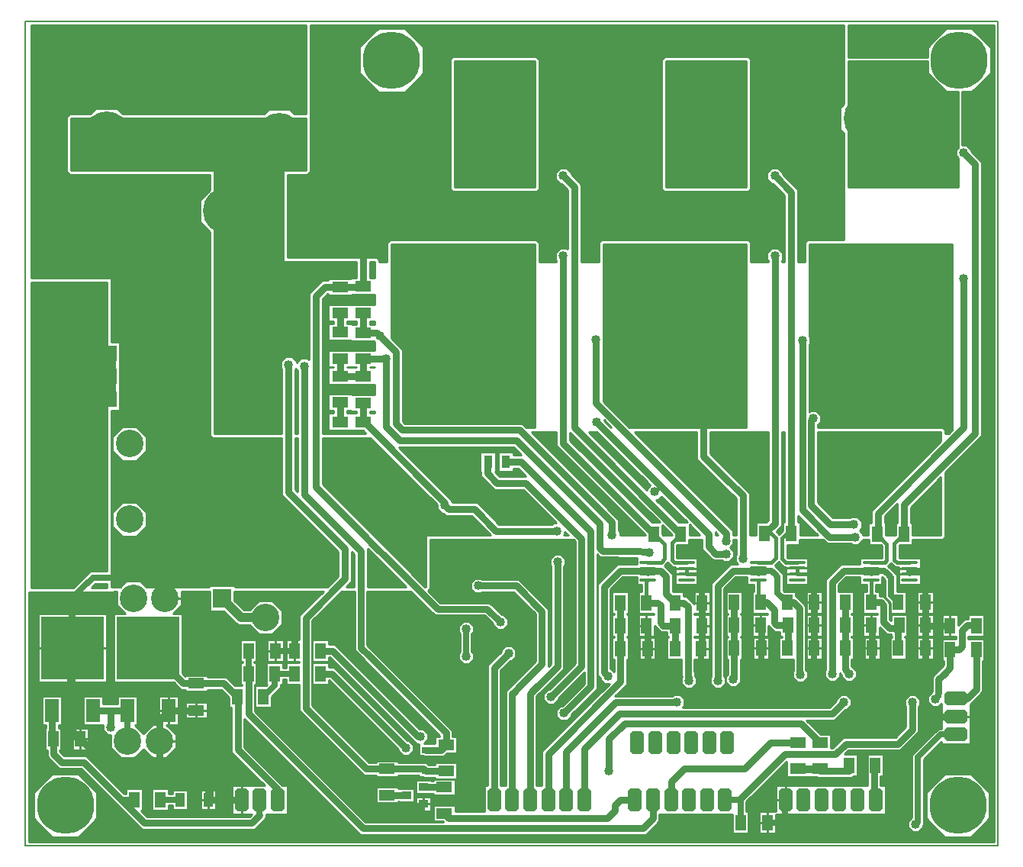
<source format=gbr>
G04 PROTEUS GERBER X2 FILE*
%TF.GenerationSoftware,Labcenter,Proteus,8.7-SP3-Build25561*%
%TF.CreationDate,2021-07-06T20:34:18+00:00*%
%TF.FileFunction,Copper,L2,Bot*%
%TF.FilePolarity,Positive*%
%TF.Part,Single*%
%TF.SameCoordinates,{87e03e06-012a-4b1c-b44b-99ac6d4646d0}*%
%FSLAX45Y45*%
%MOMM*%
G01*
%TA.AperFunction,Conductor*%
%ADD15C,0.381000*%
%ADD10C,0.762000*%
%ADD14C,0.254000*%
%ADD12C,0.635000*%
%ADD39C,1.270000*%
%ADD13C,1.016000*%
%TA.AperFunction,WasherPad*%
%ADD16C,1.016000*%
%TA.AperFunction,ViaPad*%
%ADD17C,1.016000*%
%TA.AperFunction,ComponentPad*%
%ADD70C,5.080000*%
%TA.AperFunction,SMDPad,CuDef*%
%ADD22R,1.803400X1.143000*%
%TA.AperFunction,SMDPad,CuDef*%
%ADD71R,6.985000X6.985000*%
%ADD20R,1.524000X2.540000*%
%TA.AperFunction,SMDPad,CuDef*%
%ADD27R,1.143000X1.803400*%
%TA.AperFunction,ComponentPad*%
%ADD28C,6.350000*%
%AMPPAD034*
4,1,36,
0.901700,-0.025400,
0.901700,0.025400,
0.898160,0.061750,
0.887980,0.095370,
0.871810,0.125600,
0.850300,0.151800,
0.824110,0.173310,
0.793870,0.189480,
0.760250,0.199660,
0.723900,0.203200,
-0.723900,0.203200,
-0.760250,0.199660,
-0.793870,0.189480,
-0.824110,0.173310,
-0.850300,0.151800,
-0.871810,0.125600,
-0.887980,0.095370,
-0.898160,0.061750,
-0.901700,0.025400,
-0.901700,-0.025400,
-0.898160,-0.061750,
-0.887980,-0.095370,
-0.871810,-0.125600,
-0.850300,-0.151800,
-0.824110,-0.173310,
-0.793870,-0.189480,
-0.760250,-0.199660,
-0.723900,-0.203200,
0.723900,-0.203200,
0.760250,-0.199660,
0.793870,-0.189480,
0.824110,-0.173310,
0.850300,-0.151800,
0.871810,-0.125600,
0.887980,-0.095370,
0.898160,-0.061750,
0.901700,-0.025400,
0*%
%TA.AperFunction,SMDPad,CuDef*%
%ADD40PPAD034*%
%TA.AperFunction,SMDPad,CuDef*%
%ADD41R,1.016000X1.524000*%
%AMDIL026*
4,1,8,
-1.270000,0.457200,-0.965200,0.762000,0.965200,0.762000,1.270000,0.457200,1.270000,-0.457200,
0.965200,-0.762000,-0.965200,-0.762000,-1.270000,-0.457200,-1.270000,0.457200,
0*%
%TA.AperFunction,ComponentPad*%
%ADD32DIL026*%
%AMDIL027*
4,1,8,
-0.762000,0.965200,-0.457200,1.270000,0.457200,1.270000,0.762000,0.965200,0.762000,-0.965200,
0.457200,-1.270000,-0.457200,-1.270000,-0.762000,-0.965200,-0.762000,0.965200,
0*%
%TA.AperFunction,ComponentPad*%
%ADD33DIL027*%
%TA.AperFunction,OtherPad,Unknown*%
%ADD34C,6.350000*%
%TA.AperFunction,ComponentPad*%
%ADD35C,3.048000*%
%TA.AperFunction,SMDPad,CuDef*%
%ADD42R,0.939800X1.447800*%
%TA.AperFunction,SMDPad,CuDef*%
%ADD31R,1.016000X0.889000*%
%TA.AperFunction,SMDPad,CuDef*%
%ADD43R,2.108200X2.108200*%
%ADD73R,0.889000X0.635000*%
%TA.AperFunction,Profile*%
%ADD38C,0.203200*%
%TD.AperFunction*%
G36*
X+8933181Y+2153510D02*
X+9138510Y+1948181D01*
X+9271000Y+1948181D01*
X+9271000Y+1325038D01*
X+9250681Y+1304719D01*
X+9250681Y+1235281D01*
X+9271000Y+1214962D01*
X+9271000Y+889000D01*
X+8051800Y+889000D01*
X+8051800Y+2286000D01*
X+8933181Y+2286000D01*
X+8933181Y+2153510D01*
G37*
%LPC*%
G36*
X+8140700Y+1603655D02*
X+8140700Y+1698345D01*
X+8207655Y+1765300D01*
X+8302345Y+1765300D01*
X+8369300Y+1698345D01*
X+8369300Y+1603655D01*
X+8302345Y+1536700D01*
X+8207655Y+1536700D01*
X+8140700Y+1603655D01*
G37*
G36*
X+8566150Y+1215135D02*
X+8566150Y+1241437D01*
X+8584749Y+1260036D01*
X+8611051Y+1260036D01*
X+8629650Y+1241437D01*
X+8629650Y+1215135D01*
X+8611051Y+1196536D01*
X+8584749Y+1196536D01*
X+8566150Y+1215135D01*
G37*
G36*
X+8769350Y+1215135D02*
X+8769350Y+1241437D01*
X+8787949Y+1260036D01*
X+8814251Y+1260036D01*
X+8832850Y+1241437D01*
X+8832850Y+1215135D01*
X+8814251Y+1196536D01*
X+8787949Y+1196536D01*
X+8769350Y+1215135D01*
G37*
G36*
X+8566150Y+1567087D02*
X+8566150Y+1593389D01*
X+8584749Y+1611988D01*
X+8611051Y+1611988D01*
X+8629650Y+1593389D01*
X+8629650Y+1567087D01*
X+8611051Y+1548488D01*
X+8584749Y+1548488D01*
X+8566150Y+1567087D01*
G37*
G36*
X+8693150Y+1853749D02*
X+8693150Y+1880051D01*
X+8711749Y+1898650D01*
X+8738051Y+1898650D01*
X+8756650Y+1880051D01*
X+8756650Y+1853749D01*
X+8738051Y+1835150D01*
X+8711749Y+1835150D01*
X+8693150Y+1853749D01*
G37*
G36*
X+8274050Y+1244394D02*
X+8274050Y+1270696D01*
X+8292649Y+1289295D01*
X+8318951Y+1289295D01*
X+8337550Y+1270696D01*
X+8337550Y+1244394D01*
X+8318951Y+1225795D01*
X+8292649Y+1225795D01*
X+8274050Y+1244394D01*
G37*
G36*
X+9036050Y+1244394D02*
X+9036050Y+1270696D01*
X+9054649Y+1289295D01*
X+9080951Y+1289295D01*
X+9099550Y+1270696D01*
X+9099550Y+1244394D01*
X+9080951Y+1225795D01*
X+9054649Y+1225795D01*
X+9036050Y+1244394D01*
G37*
G36*
X+8477250Y+1929949D02*
X+8477250Y+1956251D01*
X+8495849Y+1974850D01*
X+8522151Y+1974850D01*
X+8540750Y+1956251D01*
X+8540750Y+1929949D01*
X+8522151Y+1911350D01*
X+8495849Y+1911350D01*
X+8477250Y+1929949D01*
G37*
G36*
X+8528050Y+2124274D02*
X+8528050Y+2150576D01*
X+8546649Y+2169175D01*
X+8572951Y+2169175D01*
X+8591550Y+2150576D01*
X+8591550Y+2124274D01*
X+8572951Y+2105675D01*
X+8546649Y+2105675D01*
X+8528050Y+2124274D01*
G37*
G36*
X+8782050Y+2124274D02*
X+8782050Y+2150576D01*
X+8800649Y+2169175D01*
X+8826951Y+2169175D01*
X+8845550Y+2150576D01*
X+8845550Y+2124274D01*
X+8826951Y+2105675D01*
X+8800649Y+2105675D01*
X+8782050Y+2124274D01*
G37*
G36*
X+8794750Y+1625149D02*
X+8794750Y+1651451D01*
X+8813349Y+1670050D01*
X+8839651Y+1670050D01*
X+8858250Y+1651451D01*
X+8858250Y+1625149D01*
X+8839651Y+1606550D01*
X+8813349Y+1606550D01*
X+8794750Y+1625149D01*
G37*
G36*
X+9074150Y+1447349D02*
X+9074150Y+1473651D01*
X+9092749Y+1492250D01*
X+9119051Y+1492250D01*
X+9137650Y+1473651D01*
X+9137650Y+1447349D01*
X+9119051Y+1428750D01*
X+9092749Y+1428750D01*
X+9074150Y+1447349D01*
G37*
%LPD*%
G36*
X+8001000Y+1810090D02*
X+7962901Y+1771991D01*
X+7962901Y+1530009D01*
X+8001000Y+1491910D01*
X+8001000Y+304800D01*
X+7598958Y+304800D01*
X+7569200Y+275042D01*
X+7569200Y+63500D01*
X+7498806Y+63500D01*
X+7498806Y+863954D01*
X+7327899Y+1034861D01*
X+7327899Y+1052823D01*
X+7275823Y+1104899D01*
X+7202177Y+1104899D01*
X+7150101Y+1052823D01*
X+7150101Y+979177D01*
X+7202177Y+927101D01*
X+7220139Y+927101D01*
X+7346408Y+800832D01*
X+7346408Y+63500D01*
X+7315199Y+63500D01*
X+7315199Y+77477D01*
X+7327899Y+90177D01*
X+7327899Y+163823D01*
X+7275823Y+215899D01*
X+7202177Y+215899D01*
X+7150101Y+163823D01*
X+7150101Y+90177D01*
X+7162801Y+77477D01*
X+7162801Y+63500D01*
X+6972300Y+63500D01*
X+6972300Y+275042D01*
X+6942542Y+304800D01*
X+5312958Y+304800D01*
X+5283200Y+275042D01*
X+5283200Y+63500D01*
X+5092699Y+63500D01*
X+5092699Y+920561D01*
X+4978399Y+1034861D01*
X+4978399Y+1052823D01*
X+4926323Y+1104899D01*
X+4852677Y+1104899D01*
X+4800601Y+1052823D01*
X+4800601Y+979177D01*
X+4852677Y+927101D01*
X+4870639Y+927101D01*
X+4940301Y+857439D01*
X+4940301Y+201921D01*
X+4926323Y+215899D01*
X+4852677Y+215899D01*
X+4800601Y+163823D01*
X+4800601Y+90177D01*
X+4813301Y+77477D01*
X+4813301Y+63500D01*
X+4622800Y+63500D01*
X+4622800Y+275042D01*
X+4593042Y+304800D01*
X+2963458Y+304800D01*
X+2933700Y+275042D01*
X+2933700Y+63500D01*
X+2844800Y+63500D01*
X+2844800Y+84542D01*
X+2815042Y+114300D01*
X+1828800Y+114300D01*
X+1828800Y+1028700D01*
X+2053042Y+1028700D01*
X+2082800Y+1058458D01*
X+2082800Y+1672042D01*
X+2082799Y+1672043D01*
X+2082798Y+2682240D01*
X+8001000Y+2682240D01*
X+8001000Y+1810090D01*
G37*
%LPC*%
G36*
X+4622800Y+2307042D02*
X+4622800Y+867958D01*
X+4593042Y+838200D01*
X+3661958Y+838200D01*
X+3632200Y+867958D01*
X+3632200Y+2307042D01*
X+3661958Y+2336800D01*
X+4593042Y+2336800D01*
X+4622800Y+2307042D01*
G37*
G36*
X+6974831Y+2307371D02*
X+6973549Y+867926D01*
X+6943796Y+838200D01*
X+6012742Y+838200D01*
X+5982990Y+867925D01*
X+5982970Y+888954D01*
X+5981681Y+2307003D01*
X+6011431Y+2336791D01*
X+6945054Y+2337162D01*
X+6974831Y+2307371D01*
G37*
G36*
X+2628901Y+2151406D02*
X+2628901Y+2445994D01*
X+2837206Y+2654299D01*
X+3131794Y+2654299D01*
X+3340099Y+2445994D01*
X+3340099Y+2151406D01*
X+3131794Y+1943101D01*
X+2837206Y+1943101D01*
X+2628901Y+2151406D01*
G37*
G36*
X+3194050Y+1161599D02*
X+3194050Y+1187901D01*
X+3212649Y+1206500D01*
X+3238951Y+1206500D01*
X+3257550Y+1187901D01*
X+3257550Y+1161599D01*
X+3238951Y+1143000D01*
X+3212649Y+1143000D01*
X+3194050Y+1161599D01*
G37*
G36*
X+3448050Y+1161599D02*
X+3448050Y+1187901D01*
X+3466649Y+1206500D01*
X+3492951Y+1206500D01*
X+3511550Y+1187901D01*
X+3511550Y+1161599D01*
X+3492951Y+1143000D01*
X+3466649Y+1143000D01*
X+3448050Y+1161599D01*
G37*
G36*
X+5226050Y+1161599D02*
X+5226050Y+1187901D01*
X+5244649Y+1206500D01*
X+5270951Y+1206500D01*
X+5289550Y+1187901D01*
X+5289550Y+1161599D01*
X+5270951Y+1143000D01*
X+5244649Y+1143000D01*
X+5226050Y+1161599D01*
G37*
G36*
X+5480050Y+1161599D02*
X+5480050Y+1187901D01*
X+5498649Y+1206500D01*
X+5524951Y+1206500D01*
X+5543550Y+1187901D01*
X+5543550Y+1161599D01*
X+5524951Y+1143000D01*
X+5498649Y+1143000D01*
X+5480050Y+1161599D01*
G37*
G36*
X+5734050Y+1161599D02*
X+5734050Y+1187901D01*
X+5752649Y+1206500D01*
X+5778951Y+1206500D01*
X+5797550Y+1187901D01*
X+5797550Y+1161599D01*
X+5778951Y+1143000D01*
X+5752649Y+1143000D01*
X+5734050Y+1161599D01*
G37*
G36*
X+7512050Y+1161599D02*
X+7512050Y+1187901D01*
X+7530649Y+1206500D01*
X+7556951Y+1206500D01*
X+7575550Y+1187901D01*
X+7575550Y+1161599D01*
X+7556951Y+1143000D01*
X+7530649Y+1143000D01*
X+7512050Y+1161599D01*
G37*
G36*
X+7766050Y+1161599D02*
X+7766050Y+1187901D01*
X+7784649Y+1206500D01*
X+7810951Y+1206500D01*
X+7829550Y+1187901D01*
X+7829550Y+1161599D01*
X+7810951Y+1143000D01*
X+7784649Y+1143000D01*
X+7766050Y+1161599D01*
G37*
G36*
X+3067050Y+1381569D02*
X+3067050Y+1407871D01*
X+3085649Y+1426470D01*
X+3111951Y+1426470D01*
X+3130550Y+1407871D01*
X+3130550Y+1381569D01*
X+3111951Y+1362970D01*
X+3085649Y+1362970D01*
X+3067050Y+1381569D01*
G37*
G36*
X+3321050Y+1381569D02*
X+3321050Y+1407871D01*
X+3339649Y+1426470D01*
X+3365951Y+1426470D01*
X+3384550Y+1407871D01*
X+3384550Y+1381569D01*
X+3365951Y+1362970D01*
X+3339649Y+1362970D01*
X+3321050Y+1381569D01*
G37*
G36*
X+4845050Y+1381569D02*
X+4845050Y+1407871D01*
X+4863649Y+1426470D01*
X+4889951Y+1426470D01*
X+4908550Y+1407871D01*
X+4908550Y+1381569D01*
X+4889951Y+1362970D01*
X+4863649Y+1362970D01*
X+4845050Y+1381569D01*
G37*
G36*
X+5099050Y+1381569D02*
X+5099050Y+1407871D01*
X+5117649Y+1426470D01*
X+5143951Y+1426470D01*
X+5162550Y+1407871D01*
X+5162550Y+1381569D01*
X+5143951Y+1362970D01*
X+5117649Y+1362970D01*
X+5099050Y+1381569D01*
G37*
G36*
X+5353050Y+1381569D02*
X+5353050Y+1407871D01*
X+5371649Y+1426470D01*
X+5397951Y+1426470D01*
X+5416550Y+1407871D01*
X+5416550Y+1381569D01*
X+5397951Y+1362970D01*
X+5371649Y+1362970D01*
X+5353050Y+1381569D01*
G37*
G36*
X+5607050Y+1381569D02*
X+5607050Y+1407871D01*
X+5625649Y+1426470D01*
X+5651951Y+1426470D01*
X+5670550Y+1407871D01*
X+5670550Y+1381569D01*
X+5651951Y+1362970D01*
X+5625649Y+1362970D01*
X+5607050Y+1381569D01*
G37*
G36*
X+7131050Y+1381569D02*
X+7131050Y+1407871D01*
X+7149649Y+1426470D01*
X+7175951Y+1426470D01*
X+7194550Y+1407871D01*
X+7194550Y+1381569D01*
X+7175951Y+1362970D01*
X+7149649Y+1362970D01*
X+7131050Y+1381569D01*
G37*
G36*
X+7385050Y+1381569D02*
X+7385050Y+1407871D01*
X+7403649Y+1426470D01*
X+7429951Y+1426470D01*
X+7448550Y+1407871D01*
X+7448550Y+1381569D01*
X+7429951Y+1362970D01*
X+7403649Y+1362970D01*
X+7385050Y+1381569D01*
G37*
G36*
X+7639050Y+1381569D02*
X+7639050Y+1407871D01*
X+7657649Y+1426470D01*
X+7683951Y+1426470D01*
X+7702550Y+1407871D01*
X+7702550Y+1381569D01*
X+7683951Y+1362970D01*
X+7657649Y+1362970D01*
X+7639050Y+1381569D01*
G37*
G36*
X+4718050Y+1601539D02*
X+4718050Y+1627841D01*
X+4736649Y+1646440D01*
X+4762951Y+1646440D01*
X+4781550Y+1627841D01*
X+4781550Y+1601539D01*
X+4762951Y+1582940D01*
X+4736649Y+1582940D01*
X+4718050Y+1601539D01*
G37*
G36*
X+4972050Y+1601539D02*
X+4972050Y+1627841D01*
X+4990649Y+1646440D01*
X+5016951Y+1646440D01*
X+5035550Y+1627841D01*
X+5035550Y+1601539D01*
X+5016951Y+1582940D01*
X+4990649Y+1582940D01*
X+4972050Y+1601539D01*
G37*
G36*
X+5226050Y+1601539D02*
X+5226050Y+1627841D01*
X+5244649Y+1646440D01*
X+5270951Y+1646440D01*
X+5289550Y+1627841D01*
X+5289550Y+1601539D01*
X+5270951Y+1582940D01*
X+5244649Y+1582940D01*
X+5226050Y+1601539D01*
G37*
G36*
X+5480050Y+1601539D02*
X+5480050Y+1627841D01*
X+5498649Y+1646440D01*
X+5524951Y+1646440D01*
X+5543550Y+1627841D01*
X+5543550Y+1601539D01*
X+5524951Y+1582940D01*
X+5498649Y+1582940D01*
X+5480050Y+1601539D01*
G37*
G36*
X+5734050Y+1601539D02*
X+5734050Y+1627841D01*
X+5752649Y+1646440D01*
X+5778951Y+1646440D01*
X+5797550Y+1627841D01*
X+5797550Y+1601539D01*
X+5778951Y+1582940D01*
X+5752649Y+1582940D01*
X+5734050Y+1601539D01*
G37*
G36*
X+7258050Y+1601539D02*
X+7258050Y+1627841D01*
X+7276649Y+1646440D01*
X+7302951Y+1646440D01*
X+7321550Y+1627841D01*
X+7321550Y+1601539D01*
X+7302951Y+1582940D01*
X+7276649Y+1582940D01*
X+7258050Y+1601539D01*
G37*
G36*
X+7512050Y+1601539D02*
X+7512050Y+1627841D01*
X+7530649Y+1646440D01*
X+7556951Y+1646440D01*
X+7575550Y+1627841D01*
X+7575550Y+1601539D01*
X+7556951Y+1582940D01*
X+7530649Y+1582940D01*
X+7512050Y+1601539D01*
G37*
G36*
X+7766050Y+1601539D02*
X+7766050Y+1627841D01*
X+7784649Y+1646440D01*
X+7810951Y+1646440D01*
X+7829550Y+1627841D01*
X+7829550Y+1601539D01*
X+7810951Y+1582940D01*
X+7784649Y+1582940D01*
X+7766050Y+1601539D01*
G37*
G36*
X+4845050Y+1821509D02*
X+4845050Y+1847811D01*
X+4863649Y+1866410D01*
X+4889951Y+1866410D01*
X+4908550Y+1847811D01*
X+4908550Y+1821509D01*
X+4889951Y+1802910D01*
X+4863649Y+1802910D01*
X+4845050Y+1821509D01*
G37*
G36*
X+5099050Y+1821509D02*
X+5099050Y+1847811D01*
X+5117649Y+1866410D01*
X+5143951Y+1866410D01*
X+5162550Y+1847811D01*
X+5162550Y+1821509D01*
X+5143951Y+1802910D01*
X+5117649Y+1802910D01*
X+5099050Y+1821509D01*
G37*
G36*
X+5353050Y+1821509D02*
X+5353050Y+1847811D01*
X+5371649Y+1866410D01*
X+5397951Y+1866410D01*
X+5416550Y+1847811D01*
X+5416550Y+1821509D01*
X+5397951Y+1802910D01*
X+5371649Y+1802910D01*
X+5353050Y+1821509D01*
G37*
G36*
X+5607050Y+1821509D02*
X+5607050Y+1847811D01*
X+5625649Y+1866410D01*
X+5651951Y+1866410D01*
X+5670550Y+1847811D01*
X+5670550Y+1821509D01*
X+5651951Y+1802910D01*
X+5625649Y+1802910D01*
X+5607050Y+1821509D01*
G37*
G36*
X+7131050Y+1821509D02*
X+7131050Y+1847811D01*
X+7149649Y+1866410D01*
X+7175951Y+1866410D01*
X+7194550Y+1847811D01*
X+7194550Y+1821509D01*
X+7175951Y+1802910D01*
X+7149649Y+1802910D01*
X+7131050Y+1821509D01*
G37*
G36*
X+7385050Y+1821509D02*
X+7385050Y+1847811D01*
X+7403649Y+1866410D01*
X+7429951Y+1866410D01*
X+7448550Y+1847811D01*
X+7448550Y+1821509D01*
X+7429951Y+1802910D01*
X+7403649Y+1802910D01*
X+7385050Y+1821509D01*
G37*
G36*
X+7639050Y+1821509D02*
X+7639050Y+1847811D01*
X+7657649Y+1866410D01*
X+7683951Y+1866410D01*
X+7702550Y+1847811D01*
X+7702550Y+1821509D01*
X+7683951Y+1802910D01*
X+7657649Y+1802910D01*
X+7639050Y+1821509D01*
G37*
G36*
X+4718050Y+2041479D02*
X+4718050Y+2067781D01*
X+4736649Y+2086380D01*
X+4762951Y+2086380D01*
X+4781550Y+2067781D01*
X+4781550Y+2041479D01*
X+4762951Y+2022880D01*
X+4736649Y+2022880D01*
X+4718050Y+2041479D01*
G37*
G36*
X+4972050Y+2041479D02*
X+4972050Y+2067781D01*
X+4990649Y+2086380D01*
X+5016951Y+2086380D01*
X+5035550Y+2067781D01*
X+5035550Y+2041479D01*
X+5016951Y+2022880D01*
X+4990649Y+2022880D01*
X+4972050Y+2041479D01*
G37*
G36*
X+5226050Y+2041479D02*
X+5226050Y+2067781D01*
X+5244649Y+2086380D01*
X+5270951Y+2086380D01*
X+5289550Y+2067781D01*
X+5289550Y+2041479D01*
X+5270951Y+2022880D01*
X+5244649Y+2022880D01*
X+5226050Y+2041479D01*
G37*
G36*
X+5480050Y+2041479D02*
X+5480050Y+2067781D01*
X+5498649Y+2086380D01*
X+5524951Y+2086380D01*
X+5543550Y+2067781D01*
X+5543550Y+2041479D01*
X+5524951Y+2022880D01*
X+5498649Y+2022880D01*
X+5480050Y+2041479D01*
G37*
G36*
X+5734050Y+2041479D02*
X+5734050Y+2067781D01*
X+5752649Y+2086380D01*
X+5778951Y+2086380D01*
X+5797550Y+2067781D01*
X+5797550Y+2041479D01*
X+5778951Y+2022880D01*
X+5752649Y+2022880D01*
X+5734050Y+2041479D01*
G37*
G36*
X+7258050Y+2041479D02*
X+7258050Y+2067781D01*
X+7276649Y+2086380D01*
X+7302951Y+2086380D01*
X+7321550Y+2067781D01*
X+7321550Y+2041479D01*
X+7302951Y+2022880D01*
X+7276649Y+2022880D01*
X+7258050Y+2041479D01*
G37*
G36*
X+7512050Y+2041479D02*
X+7512050Y+2067781D01*
X+7530649Y+2086380D01*
X+7556951Y+2086380D01*
X+7575550Y+2067781D01*
X+7575550Y+2041479D01*
X+7556951Y+2022880D01*
X+7530649Y+2022880D01*
X+7512050Y+2041479D01*
G37*
G36*
X+7766050Y+2041479D02*
X+7766050Y+2067781D01*
X+7784649Y+2086380D01*
X+7810951Y+2086380D01*
X+7829550Y+2067781D01*
X+7829550Y+2041479D01*
X+7810951Y+2022880D01*
X+7784649Y+2022880D01*
X+7766050Y+2041479D01*
G37*
G36*
X+4972050Y+1161599D02*
X+4972050Y+1187901D01*
X+4990649Y+1206500D01*
X+5016951Y+1206500D01*
X+5035550Y+1187901D01*
X+5035550Y+1161599D01*
X+5016951Y+1143000D01*
X+4990649Y+1143000D01*
X+4972050Y+1161599D01*
G37*
G36*
X+2813050Y+1381569D02*
X+2813050Y+1407871D01*
X+2831649Y+1426470D01*
X+2857951Y+1426470D01*
X+2876550Y+1407871D01*
X+2876550Y+1381569D01*
X+2857951Y+1362970D01*
X+2831649Y+1362970D01*
X+2813050Y+1381569D01*
G37*
G36*
X+2889250Y+1193349D02*
X+2889250Y+1219651D01*
X+2907849Y+1238250D01*
X+2934151Y+1238250D01*
X+2952750Y+1219651D01*
X+2952750Y+1193349D01*
X+2934151Y+1174750D01*
X+2907849Y+1174750D01*
X+2889250Y+1193349D01*
G37*
G36*
X+4679950Y+725062D02*
X+4679950Y+751364D01*
X+4698549Y+769963D01*
X+4724851Y+769963D01*
X+4743450Y+751364D01*
X+4743450Y+725062D01*
X+4724851Y+706463D01*
X+4698549Y+706463D01*
X+4679950Y+725062D01*
G37*
G36*
X+7169150Y+725062D02*
X+7169150Y+751364D01*
X+7187749Y+769963D01*
X+7214051Y+769963D01*
X+7232650Y+751364D01*
X+7232650Y+725062D01*
X+7214051Y+706463D01*
X+7187749Y+706463D01*
X+7169150Y+725062D01*
G37*
G36*
X+7080250Y+2110873D02*
X+7080250Y+2137175D01*
X+7098849Y+2155774D01*
X+7125151Y+2155774D01*
X+7143750Y+2137175D01*
X+7143750Y+2110873D01*
X+7125151Y+2092274D01*
X+7098849Y+2092274D01*
X+7080250Y+2110873D01*
G37*
G36*
X+2228850Y+1121155D02*
X+2228850Y+1147457D01*
X+2247449Y+1166056D01*
X+2273751Y+1166056D01*
X+2292350Y+1147457D01*
X+2292350Y+1121155D01*
X+2273751Y+1102556D01*
X+2247449Y+1102556D01*
X+2228850Y+1121155D01*
G37*
G36*
X+2432050Y+1121155D02*
X+2432050Y+1147457D01*
X+2450649Y+1166056D01*
X+2476951Y+1166056D01*
X+2495550Y+1147457D01*
X+2495550Y+1121155D01*
X+2476951Y+1102556D01*
X+2450649Y+1102556D01*
X+2432050Y+1121155D01*
G37*
G36*
X+2635250Y+1121155D02*
X+2635250Y+1147457D01*
X+2653849Y+1166056D01*
X+2680151Y+1166056D01*
X+2698750Y+1147457D01*
X+2698750Y+1121155D01*
X+2680151Y+1102556D01*
X+2653849Y+1102556D01*
X+2635250Y+1121155D01*
G37*
G36*
X+2330450Y+1297131D02*
X+2330450Y+1323433D01*
X+2349049Y+1342032D01*
X+2375351Y+1342032D01*
X+2393950Y+1323433D01*
X+2393950Y+1297131D01*
X+2375351Y+1278532D01*
X+2349049Y+1278532D01*
X+2330450Y+1297131D01*
G37*
G36*
X+2533650Y+1297131D02*
X+2533650Y+1323433D01*
X+2552249Y+1342032D01*
X+2578551Y+1342032D01*
X+2597150Y+1323433D01*
X+2597150Y+1297131D01*
X+2578551Y+1278532D01*
X+2552249Y+1278532D01*
X+2533650Y+1297131D01*
G37*
G36*
X+2228850Y+1473107D02*
X+2228850Y+1499409D01*
X+2247449Y+1518008D01*
X+2273751Y+1518008D01*
X+2292350Y+1499409D01*
X+2292350Y+1473107D01*
X+2273751Y+1454508D01*
X+2247449Y+1454508D01*
X+2228850Y+1473107D01*
G37*
G36*
X+2432050Y+1473107D02*
X+2432050Y+1499409D01*
X+2450649Y+1518008D01*
X+2476951Y+1518008D01*
X+2495550Y+1499409D01*
X+2495550Y+1473107D01*
X+2476951Y+1454508D01*
X+2450649Y+1454508D01*
X+2432050Y+1473107D01*
G37*
G36*
X+2635250Y+1473107D02*
X+2635250Y+1499409D01*
X+2653849Y+1518008D01*
X+2680151Y+1518008D01*
X+2698750Y+1499409D01*
X+2698750Y+1473107D01*
X+2680151Y+1454508D01*
X+2653849Y+1454508D01*
X+2635250Y+1473107D01*
G37*
G36*
X+2330450Y+1649083D02*
X+2330450Y+1675385D01*
X+2349049Y+1693984D01*
X+2375351Y+1693984D01*
X+2393950Y+1675385D01*
X+2393950Y+1649083D01*
X+2375351Y+1630484D01*
X+2349049Y+1630484D01*
X+2330450Y+1649083D01*
G37*
G36*
X+2533650Y+1649083D02*
X+2533650Y+1675385D01*
X+2552249Y+1693984D01*
X+2578551Y+1693984D01*
X+2597150Y+1675385D01*
X+2597150Y+1649083D01*
X+2578551Y+1630484D01*
X+2552249Y+1630484D01*
X+2533650Y+1649083D01*
G37*
G36*
X+2736850Y+1649083D02*
X+2736850Y+1675385D01*
X+2755449Y+1693984D01*
X+2781751Y+1693984D01*
X+2800350Y+1675385D01*
X+2800350Y+1649083D01*
X+2781751Y+1630484D01*
X+2755449Y+1630484D01*
X+2736850Y+1649083D01*
G37*
G36*
X+2940050Y+1649083D02*
X+2940050Y+1675385D01*
X+2958649Y+1693984D01*
X+2984951Y+1693984D01*
X+3003550Y+1675385D01*
X+3003550Y+1649083D01*
X+2984951Y+1630484D01*
X+2958649Y+1630484D01*
X+2940050Y+1649083D01*
G37*
G36*
X+3143250Y+1649083D02*
X+3143250Y+1675385D01*
X+3161849Y+1693984D01*
X+3188151Y+1693984D01*
X+3206750Y+1675385D01*
X+3206750Y+1649083D01*
X+3188151Y+1630484D01*
X+3161849Y+1630484D01*
X+3143250Y+1649083D01*
G37*
G36*
X+3346450Y+1649083D02*
X+3346450Y+1675385D01*
X+3365049Y+1693984D01*
X+3391351Y+1693984D01*
X+3409950Y+1675385D01*
X+3409950Y+1649083D01*
X+3391351Y+1630484D01*
X+3365049Y+1630484D01*
X+3346450Y+1649083D01*
G37*
G36*
X+2228850Y+1825059D02*
X+2228850Y+1851361D01*
X+2247449Y+1869960D01*
X+2273751Y+1869960D01*
X+2292350Y+1851361D01*
X+2292350Y+1825059D01*
X+2273751Y+1806460D01*
X+2247449Y+1806460D01*
X+2228850Y+1825059D01*
G37*
G36*
X+2432050Y+1825059D02*
X+2432050Y+1851361D01*
X+2450649Y+1869960D01*
X+2476951Y+1869960D01*
X+2495550Y+1851361D01*
X+2495550Y+1825059D01*
X+2476951Y+1806460D01*
X+2450649Y+1806460D01*
X+2432050Y+1825059D01*
G37*
G36*
X+2635250Y+1825059D02*
X+2635250Y+1851361D01*
X+2653849Y+1869960D01*
X+2680151Y+1869960D01*
X+2698750Y+1851361D01*
X+2698750Y+1825059D01*
X+2680151Y+1806460D01*
X+2653849Y+1806460D01*
X+2635250Y+1825059D01*
G37*
G36*
X+3244850Y+1825059D02*
X+3244850Y+1851361D01*
X+3263449Y+1869960D01*
X+3289751Y+1869960D01*
X+3308350Y+1851361D01*
X+3308350Y+1825059D01*
X+3289751Y+1806460D01*
X+3263449Y+1806460D01*
X+3244850Y+1825059D01*
G37*
G36*
X+3448050Y+1825059D02*
X+3448050Y+1851361D01*
X+3466649Y+1869960D01*
X+3492951Y+1869960D01*
X+3511550Y+1851361D01*
X+3511550Y+1825059D01*
X+3492951Y+1806460D01*
X+3466649Y+1806460D01*
X+3448050Y+1825059D01*
G37*
G36*
X+2330450Y+2001035D02*
X+2330450Y+2027337D01*
X+2349049Y+2045936D01*
X+2375351Y+2045936D01*
X+2393950Y+2027337D01*
X+2393950Y+2001035D01*
X+2375351Y+1982436D01*
X+2349049Y+1982436D01*
X+2330450Y+2001035D01*
G37*
G36*
X+2533650Y+2001035D02*
X+2533650Y+2027337D01*
X+2552249Y+2045936D01*
X+2578551Y+2045936D01*
X+2597150Y+2027337D01*
X+2597150Y+2001035D01*
X+2578551Y+1982436D01*
X+2552249Y+1982436D01*
X+2533650Y+2001035D01*
G37*
G36*
X+2228850Y+2177011D02*
X+2228850Y+2203313D01*
X+2247449Y+2221912D01*
X+2273751Y+2221912D01*
X+2292350Y+2203313D01*
X+2292350Y+2177011D01*
X+2273751Y+2158412D01*
X+2247449Y+2158412D01*
X+2228850Y+2177011D01*
G37*
G36*
X+2432050Y+2177011D02*
X+2432050Y+2203313D01*
X+2450649Y+2221912D01*
X+2476951Y+2221912D01*
X+2495550Y+2203313D01*
X+2495550Y+2177011D01*
X+2476951Y+2158412D01*
X+2450649Y+2158412D01*
X+2432050Y+2177011D01*
G37*
G36*
X+3448050Y+2177011D02*
X+3448050Y+2203313D01*
X+3466649Y+2221912D01*
X+3492951Y+2221912D01*
X+3511550Y+2203313D01*
X+3511550Y+2177011D01*
X+3492951Y+2158412D01*
X+3466649Y+2158412D01*
X+3448050Y+2177011D01*
G37*
G36*
X+4870450Y+2177011D02*
X+4870450Y+2203313D01*
X+4889049Y+2221912D01*
X+4915351Y+2221912D01*
X+4933950Y+2203313D01*
X+4933950Y+2177011D01*
X+4915351Y+2158412D01*
X+4889049Y+2158412D01*
X+4870450Y+2177011D01*
G37*
G36*
X+5073650Y+2177011D02*
X+5073650Y+2203313D01*
X+5092249Y+2221912D01*
X+5118551Y+2221912D01*
X+5137150Y+2203313D01*
X+5137150Y+2177011D01*
X+5118551Y+2158412D01*
X+5092249Y+2158412D01*
X+5073650Y+2177011D01*
G37*
G36*
X+2330450Y+2352987D02*
X+2330450Y+2379289D01*
X+2349049Y+2397888D01*
X+2375351Y+2397888D01*
X+2393950Y+2379289D01*
X+2393950Y+2352987D01*
X+2375351Y+2334388D01*
X+2349049Y+2334388D01*
X+2330450Y+2352987D01*
G37*
G36*
X+4768850Y+2352987D02*
X+4768850Y+2379289D01*
X+4787449Y+2397888D01*
X+4813751Y+2397888D01*
X+4832350Y+2379289D01*
X+4832350Y+2352987D01*
X+4813751Y+2334388D01*
X+4787449Y+2334388D01*
X+4768850Y+2352987D01*
G37*
G36*
X+4972050Y+2352987D02*
X+4972050Y+2379289D01*
X+4990649Y+2397888D01*
X+5016951Y+2397888D01*
X+5035550Y+2379289D01*
X+5035550Y+2352987D01*
X+5016951Y+2334388D01*
X+4990649Y+2334388D01*
X+4972050Y+2352987D01*
G37*
G36*
X+5175250Y+2352987D02*
X+5175250Y+2379289D01*
X+5193849Y+2397888D01*
X+5220151Y+2397888D01*
X+5238750Y+2379289D01*
X+5238750Y+2352987D01*
X+5220151Y+2334388D01*
X+5193849Y+2334388D01*
X+5175250Y+2352987D01*
G37*
G36*
X+5378450Y+2352987D02*
X+5378450Y+2379289D01*
X+5397049Y+2397888D01*
X+5423351Y+2397888D01*
X+5441950Y+2379289D01*
X+5441950Y+2352987D01*
X+5423351Y+2334388D01*
X+5397049Y+2334388D01*
X+5378450Y+2352987D01*
G37*
G36*
X+5581650Y+2352987D02*
X+5581650Y+2379289D01*
X+5600249Y+2397888D01*
X+5626551Y+2397888D01*
X+5645150Y+2379289D01*
X+5645150Y+2352987D01*
X+5626551Y+2334388D01*
X+5600249Y+2334388D01*
X+5581650Y+2352987D01*
G37*
G36*
X+5784850Y+2352987D02*
X+5784850Y+2379289D01*
X+5803449Y+2397888D01*
X+5829751Y+2397888D01*
X+5848350Y+2379289D01*
X+5848350Y+2352987D01*
X+5829751Y+2334388D01*
X+5803449Y+2334388D01*
X+5784850Y+2352987D01*
G37*
G36*
X+7207250Y+2352987D02*
X+7207250Y+2379289D01*
X+7225849Y+2397888D01*
X+7252151Y+2397888D01*
X+7270750Y+2379289D01*
X+7270750Y+2352987D01*
X+7252151Y+2334388D01*
X+7225849Y+2334388D01*
X+7207250Y+2352987D01*
G37*
G36*
X+7410450Y+2352987D02*
X+7410450Y+2379289D01*
X+7429049Y+2397888D01*
X+7455351Y+2397888D01*
X+7473950Y+2379289D01*
X+7473950Y+2352987D01*
X+7455351Y+2334388D01*
X+7429049Y+2334388D01*
X+7410450Y+2352987D01*
G37*
G36*
X+7613650Y+2352987D02*
X+7613650Y+2379289D01*
X+7632249Y+2397888D01*
X+7658551Y+2397888D01*
X+7677150Y+2379289D01*
X+7677150Y+2352987D01*
X+7658551Y+2334388D01*
X+7632249Y+2334388D01*
X+7613650Y+2352987D01*
G37*
G36*
X+2228850Y+2528963D02*
X+2228850Y+2555265D01*
X+2247449Y+2573864D01*
X+2273751Y+2573864D01*
X+2292350Y+2555265D01*
X+2292350Y+2528963D01*
X+2273751Y+2510364D01*
X+2247449Y+2510364D01*
X+2228850Y+2528963D01*
G37*
G36*
X+2432050Y+2528963D02*
X+2432050Y+2555265D01*
X+2450649Y+2573864D01*
X+2476951Y+2573864D01*
X+2495550Y+2555265D01*
X+2495550Y+2528963D01*
X+2476951Y+2510364D01*
X+2450649Y+2510364D01*
X+2432050Y+2528963D01*
G37*
G36*
X+3448050Y+2528963D02*
X+3448050Y+2555265D01*
X+3466649Y+2573864D01*
X+3492951Y+2573864D01*
X+3511550Y+2555265D01*
X+3511550Y+2528963D01*
X+3492951Y+2510364D01*
X+3466649Y+2510364D01*
X+3448050Y+2528963D01*
G37*
G36*
X+3651250Y+2528963D02*
X+3651250Y+2555265D01*
X+3669849Y+2573864D01*
X+3696151Y+2573864D01*
X+3714750Y+2555265D01*
X+3714750Y+2528963D01*
X+3696151Y+2510364D01*
X+3669849Y+2510364D01*
X+3651250Y+2528963D01*
G37*
G36*
X+3854450Y+2528963D02*
X+3854450Y+2555265D01*
X+3873049Y+2573864D01*
X+3899351Y+2573864D01*
X+3917950Y+2555265D01*
X+3917950Y+2528963D01*
X+3899351Y+2510364D01*
X+3873049Y+2510364D01*
X+3854450Y+2528963D01*
G37*
G36*
X+4057650Y+2528963D02*
X+4057650Y+2555265D01*
X+4076249Y+2573864D01*
X+4102551Y+2573864D01*
X+4121150Y+2555265D01*
X+4121150Y+2528963D01*
X+4102551Y+2510364D01*
X+4076249Y+2510364D01*
X+4057650Y+2528963D01*
G37*
G36*
X+4260850Y+2528963D02*
X+4260850Y+2555265D01*
X+4279449Y+2573864D01*
X+4305751Y+2573864D01*
X+4324350Y+2555265D01*
X+4324350Y+2528963D01*
X+4305751Y+2510364D01*
X+4279449Y+2510364D01*
X+4260850Y+2528963D01*
G37*
G36*
X+4464050Y+2528963D02*
X+4464050Y+2555265D01*
X+4482649Y+2573864D01*
X+4508951Y+2573864D01*
X+4527550Y+2555265D01*
X+4527550Y+2528963D01*
X+4508951Y+2510364D01*
X+4482649Y+2510364D01*
X+4464050Y+2528963D01*
G37*
G36*
X+4667250Y+2528963D02*
X+4667250Y+2555265D01*
X+4685849Y+2573864D01*
X+4712151Y+2573864D01*
X+4730750Y+2555265D01*
X+4730750Y+2528963D01*
X+4712151Y+2510364D01*
X+4685849Y+2510364D01*
X+4667250Y+2528963D01*
G37*
G36*
X+4870450Y+2528963D02*
X+4870450Y+2555265D01*
X+4889049Y+2573864D01*
X+4915351Y+2573864D01*
X+4933950Y+2555265D01*
X+4933950Y+2528963D01*
X+4915351Y+2510364D01*
X+4889049Y+2510364D01*
X+4870450Y+2528963D01*
G37*
G36*
X+5073650Y+2528963D02*
X+5073650Y+2555265D01*
X+5092249Y+2573864D01*
X+5118551Y+2573864D01*
X+5137150Y+2555265D01*
X+5137150Y+2528963D01*
X+5118551Y+2510364D01*
X+5092249Y+2510364D01*
X+5073650Y+2528963D01*
G37*
G36*
X+5276850Y+2528963D02*
X+5276850Y+2555265D01*
X+5295449Y+2573864D01*
X+5321751Y+2573864D01*
X+5340350Y+2555265D01*
X+5340350Y+2528963D01*
X+5321751Y+2510364D01*
X+5295449Y+2510364D01*
X+5276850Y+2528963D01*
G37*
G36*
X+5480050Y+2528963D02*
X+5480050Y+2555265D01*
X+5498649Y+2573864D01*
X+5524951Y+2573864D01*
X+5543550Y+2555265D01*
X+5543550Y+2528963D01*
X+5524951Y+2510364D01*
X+5498649Y+2510364D01*
X+5480050Y+2528963D01*
G37*
G36*
X+5683250Y+2528963D02*
X+5683250Y+2555265D01*
X+5701849Y+2573864D01*
X+5728151Y+2573864D01*
X+5746750Y+2555265D01*
X+5746750Y+2528963D01*
X+5728151Y+2510364D01*
X+5701849Y+2510364D01*
X+5683250Y+2528963D01*
G37*
G36*
X+5886450Y+2528963D02*
X+5886450Y+2555265D01*
X+5905049Y+2573864D01*
X+5931351Y+2573864D01*
X+5949950Y+2555265D01*
X+5949950Y+2528963D01*
X+5931351Y+2510364D01*
X+5905049Y+2510364D01*
X+5886450Y+2528963D01*
G37*
G36*
X+6089650Y+2528963D02*
X+6089650Y+2555265D01*
X+6108249Y+2573864D01*
X+6134551Y+2573864D01*
X+6153150Y+2555265D01*
X+6153150Y+2528963D01*
X+6134551Y+2510364D01*
X+6108249Y+2510364D01*
X+6089650Y+2528963D01*
G37*
G36*
X+6292850Y+2528963D02*
X+6292850Y+2555265D01*
X+6311449Y+2573864D01*
X+6337751Y+2573864D01*
X+6356350Y+2555265D01*
X+6356350Y+2528963D01*
X+6337751Y+2510364D01*
X+6311449Y+2510364D01*
X+6292850Y+2528963D01*
G37*
G36*
X+6496050Y+2528963D02*
X+6496050Y+2555265D01*
X+6514649Y+2573864D01*
X+6540951Y+2573864D01*
X+6559550Y+2555265D01*
X+6559550Y+2528963D01*
X+6540951Y+2510364D01*
X+6514649Y+2510364D01*
X+6496050Y+2528963D01*
G37*
G36*
X+6699250Y+2528963D02*
X+6699250Y+2555265D01*
X+6717849Y+2573864D01*
X+6744151Y+2573864D01*
X+6762750Y+2555265D01*
X+6762750Y+2528963D01*
X+6744151Y+2510364D01*
X+6717849Y+2510364D01*
X+6699250Y+2528963D01*
G37*
G36*
X+6902450Y+2528963D02*
X+6902450Y+2555265D01*
X+6921049Y+2573864D01*
X+6947351Y+2573864D01*
X+6965950Y+2555265D01*
X+6965950Y+2528963D01*
X+6947351Y+2510364D01*
X+6921049Y+2510364D01*
X+6902450Y+2528963D01*
G37*
G36*
X+7105650Y+2528963D02*
X+7105650Y+2555265D01*
X+7124249Y+2573864D01*
X+7150551Y+2573864D01*
X+7169150Y+2555265D01*
X+7169150Y+2528963D01*
X+7150551Y+2510364D01*
X+7124249Y+2510364D01*
X+7105650Y+2528963D01*
G37*
G36*
X+7308850Y+2528963D02*
X+7308850Y+2555265D01*
X+7327449Y+2573864D01*
X+7353751Y+2573864D01*
X+7372350Y+2555265D01*
X+7372350Y+2528963D01*
X+7353751Y+2510364D01*
X+7327449Y+2510364D01*
X+7308850Y+2528963D01*
G37*
G36*
X+7512050Y+2528963D02*
X+7512050Y+2555265D01*
X+7530649Y+2573864D01*
X+7556951Y+2573864D01*
X+7575550Y+2555265D01*
X+7575550Y+2528963D01*
X+7556951Y+2510364D01*
X+7530649Y+2510364D01*
X+7512050Y+2528963D01*
G37*
G36*
X+7715250Y+2528963D02*
X+7715250Y+2555265D01*
X+7733849Y+2573864D01*
X+7760151Y+2573864D01*
X+7778750Y+2555265D01*
X+7778750Y+2528963D01*
X+7760151Y+2510364D01*
X+7733849Y+2510364D01*
X+7715250Y+2528963D01*
G37*
%LPD*%
G36*
X+4572000Y+889000D02*
X+3683000Y+889000D01*
X+3683000Y+2286000D01*
X+4572000Y+2286000D01*
X+4572000Y+889000D01*
G37*
%LPC*%
G36*
X+4203700Y+1667155D02*
X+4203700Y+1761845D01*
X+4270655Y+1828800D01*
X+4365345Y+1828800D01*
X+4432300Y+1761845D01*
X+4432300Y+1667155D01*
X+4365345Y+1600200D01*
X+4270655Y+1600200D01*
X+4203700Y+1667155D01*
G37*
G36*
X+3981450Y+1039159D02*
X+3981450Y+1065461D01*
X+4000049Y+1084060D01*
X+4026351Y+1084060D01*
X+4044950Y+1065461D01*
X+4044950Y+1039159D01*
X+4026351Y+1020560D01*
X+4000049Y+1020560D01*
X+3981450Y+1039159D01*
G37*
G36*
X+3879850Y+1215135D02*
X+3879850Y+1241437D01*
X+3898449Y+1260036D01*
X+3924751Y+1260036D01*
X+3943350Y+1241437D01*
X+3943350Y+1215135D01*
X+3924751Y+1196536D01*
X+3898449Y+1196536D01*
X+3879850Y+1215135D01*
G37*
G36*
X+4083050Y+1215135D02*
X+4083050Y+1241437D01*
X+4101649Y+1260036D01*
X+4127951Y+1260036D01*
X+4146550Y+1241437D01*
X+4146550Y+1215135D01*
X+4127951Y+1196536D01*
X+4101649Y+1196536D01*
X+4083050Y+1215135D01*
G37*
G36*
X+3778250Y+1391111D02*
X+3778250Y+1417413D01*
X+3796849Y+1436012D01*
X+3823151Y+1436012D01*
X+3841750Y+1417413D01*
X+3841750Y+1391111D01*
X+3823151Y+1372512D01*
X+3796849Y+1372512D01*
X+3778250Y+1391111D01*
G37*
G36*
X+3981450Y+1391111D02*
X+3981450Y+1417413D01*
X+4000049Y+1436012D01*
X+4026351Y+1436012D01*
X+4044950Y+1417413D01*
X+4044950Y+1391111D01*
X+4026351Y+1372512D01*
X+4000049Y+1372512D01*
X+3981450Y+1391111D01*
G37*
G36*
X+3879850Y+1567087D02*
X+3879850Y+1593389D01*
X+3898449Y+1611988D01*
X+3924751Y+1611988D01*
X+3943350Y+1593389D01*
X+3943350Y+1567087D01*
X+3924751Y+1548488D01*
X+3898449Y+1548488D01*
X+3879850Y+1567087D01*
G37*
G36*
X+3778250Y+1743063D02*
X+3778250Y+1769365D01*
X+3796849Y+1787964D01*
X+3823151Y+1787964D01*
X+3841750Y+1769365D01*
X+3841750Y+1743063D01*
X+3823151Y+1724464D01*
X+3796849Y+1724464D01*
X+3778250Y+1743063D01*
G37*
G36*
X+3905250Y+1891849D02*
X+3905250Y+1918151D01*
X+3923849Y+1936750D01*
X+3950151Y+1936750D01*
X+3968750Y+1918151D01*
X+3968750Y+1891849D01*
X+3950151Y+1873250D01*
X+3923849Y+1873250D01*
X+3905250Y+1891849D01*
G37*
%LPD*%
G36*
X+6922769Y+889000D02*
X+6033769Y+889000D01*
X+6032500Y+2286000D01*
X+6924013Y+2286355D01*
X+6922769Y+889000D01*
G37*
%LPC*%
G36*
X+6553200Y+1667155D02*
X+6553200Y+1761845D01*
X+6620155Y+1828800D01*
X+6714845Y+1828800D01*
X+6781800Y+1761845D01*
X+6781800Y+1667155D01*
X+6714845Y+1600200D01*
X+6620155Y+1600200D01*
X+6553200Y+1667155D01*
G37*
G36*
X+6332219Y+1039159D02*
X+6332219Y+1065461D01*
X+6350818Y+1084060D01*
X+6377120Y+1084060D01*
X+6395719Y+1065461D01*
X+6395719Y+1039159D01*
X+6377120Y+1020560D01*
X+6350818Y+1020560D01*
X+6332219Y+1039159D01*
G37*
G36*
X+6230619Y+1215135D02*
X+6230619Y+1241437D01*
X+6249218Y+1260036D01*
X+6275520Y+1260036D01*
X+6294119Y+1241437D01*
X+6294119Y+1215135D01*
X+6275520Y+1196536D01*
X+6249218Y+1196536D01*
X+6230619Y+1215135D01*
G37*
G36*
X+6433819Y+1215135D02*
X+6433819Y+1241437D01*
X+6452418Y+1260036D01*
X+6478720Y+1260036D01*
X+6497319Y+1241437D01*
X+6497319Y+1215135D01*
X+6478720Y+1196536D01*
X+6452418Y+1196536D01*
X+6433819Y+1215135D01*
G37*
G36*
X+6129019Y+1391111D02*
X+6129019Y+1417413D01*
X+6147618Y+1436012D01*
X+6173920Y+1436012D01*
X+6192519Y+1417413D01*
X+6192519Y+1391111D01*
X+6173920Y+1372512D01*
X+6147618Y+1372512D01*
X+6129019Y+1391111D01*
G37*
G36*
X+6332219Y+1391111D02*
X+6332219Y+1417413D01*
X+6350818Y+1436012D01*
X+6377120Y+1436012D01*
X+6395719Y+1417413D01*
X+6395719Y+1391111D01*
X+6377120Y+1372512D01*
X+6350818Y+1372512D01*
X+6332219Y+1391111D01*
G37*
G36*
X+6230619Y+1567087D02*
X+6230619Y+1593389D01*
X+6249218Y+1611988D01*
X+6275520Y+1611988D01*
X+6294119Y+1593389D01*
X+6294119Y+1567087D01*
X+6275520Y+1548488D01*
X+6249218Y+1548488D01*
X+6230619Y+1567087D01*
G37*
G36*
X+6129019Y+1743063D02*
X+6129019Y+1769365D01*
X+6147618Y+1787964D01*
X+6173920Y+1787964D01*
X+6192519Y+1769365D01*
X+6192519Y+1743063D01*
X+6173920Y+1724464D01*
X+6147618Y+1724464D01*
X+6129019Y+1743063D01*
G37*
G36*
X+6254750Y+1891849D02*
X+6254750Y+1918151D01*
X+6273349Y+1936750D01*
X+6299651Y+1936750D01*
X+6318250Y+1918151D01*
X+6318250Y+1891849D01*
X+6299651Y+1873250D01*
X+6273349Y+1873250D01*
X+6254750Y+1891849D01*
G37*
%LPD*%
G36*
X+9207500Y-1804424D02*
X+9170424Y-1841500D01*
X+9131300Y-1841500D01*
X+9131300Y-1807758D01*
X+9101542Y-1778000D01*
X+7712600Y-1778000D01*
X+7712600Y-1747537D01*
X+7748555Y-1711582D01*
X+7748555Y-1642144D01*
X+7699455Y-1593044D01*
X+7630017Y-1593044D01*
X+7620000Y-1603061D01*
X+7620000Y-855138D01*
X+7627619Y-847519D01*
X+7627619Y-778081D01*
X+7620000Y-770462D01*
X+7620000Y+254000D01*
X+9207500Y+254000D01*
X+9207500Y-1804424D01*
G37*
%LPC*%
G36*
X+7893050Y-1622036D02*
X+7893050Y-1595734D01*
X+7911649Y-1577135D01*
X+7937951Y-1577135D01*
X+7956550Y-1595734D01*
X+7956550Y-1622036D01*
X+7937951Y-1640635D01*
X+7911649Y-1640635D01*
X+7893050Y-1622036D01*
G37*
G36*
X+7804150Y-1468057D02*
X+7804150Y-1441755D01*
X+7822749Y-1423156D01*
X+7849051Y-1423156D01*
X+7867650Y-1441755D01*
X+7867650Y-1468057D01*
X+7849051Y-1486656D01*
X+7822749Y-1486656D01*
X+7804150Y-1468057D01*
G37*
G36*
X+7715250Y-1314078D02*
X+7715250Y-1287776D01*
X+7733849Y-1269177D01*
X+7760151Y-1269177D01*
X+7778750Y-1287776D01*
X+7778750Y-1314078D01*
X+7760151Y-1332677D01*
X+7733849Y-1332677D01*
X+7715250Y-1314078D01*
G37*
G36*
X+7893050Y-1314078D02*
X+7893050Y-1287776D01*
X+7911649Y-1269177D01*
X+7937951Y-1269177D01*
X+7956550Y-1287776D01*
X+7956550Y-1314078D01*
X+7937951Y-1332677D01*
X+7911649Y-1332677D01*
X+7893050Y-1314078D01*
G37*
G36*
X+7804150Y-1160099D02*
X+7804150Y-1133797D01*
X+7822749Y-1115198D01*
X+7849051Y-1115198D01*
X+7867650Y-1133797D01*
X+7867650Y-1160099D01*
X+7849051Y-1178698D01*
X+7822749Y-1178698D01*
X+7804150Y-1160099D01*
G37*
G36*
X+7981950Y-852141D02*
X+7981950Y-825839D01*
X+8000549Y-807240D01*
X+8026851Y-807240D01*
X+8045450Y-825839D01*
X+8045450Y-852141D01*
X+8026851Y-870740D01*
X+8000549Y-870740D01*
X+7981950Y-852141D01*
G37*
G36*
X+8515350Y-852141D02*
X+8515350Y-825839D01*
X+8533949Y-807240D01*
X+8560251Y-807240D01*
X+8578850Y-825839D01*
X+8578850Y-852141D01*
X+8560251Y-870740D01*
X+8533949Y-870740D01*
X+8515350Y-852141D01*
G37*
G36*
X+8693150Y-852141D02*
X+8693150Y-825839D01*
X+8711749Y-807240D01*
X+8738051Y-807240D01*
X+8756650Y-825839D01*
X+8756650Y-852141D01*
X+8738051Y-870740D01*
X+8711749Y-870740D01*
X+8693150Y-852141D01*
G37*
G36*
X+8870950Y-852141D02*
X+8870950Y-825839D01*
X+8889549Y-807240D01*
X+8915851Y-807240D01*
X+8934450Y-825839D01*
X+8934450Y-852141D01*
X+8915851Y-870740D01*
X+8889549Y-870740D01*
X+8870950Y-852141D01*
G37*
G36*
X+8604250Y-698162D02*
X+8604250Y-671860D01*
X+8622849Y-653261D01*
X+8649151Y-653261D01*
X+8667750Y-671860D01*
X+8667750Y-698162D01*
X+8649151Y-716761D01*
X+8622849Y-716761D01*
X+8604250Y-698162D01*
G37*
G36*
X+8782050Y-698162D02*
X+8782050Y-671860D01*
X+8800649Y-653261D01*
X+8826951Y-653261D01*
X+8845550Y-671860D01*
X+8845550Y-698162D01*
X+8826951Y-716761D01*
X+8800649Y-716761D01*
X+8782050Y-698162D01*
G37*
G36*
X+8959850Y-698162D02*
X+8959850Y-671860D01*
X+8978449Y-653261D01*
X+9004751Y-653261D01*
X+9023350Y-671860D01*
X+9023350Y-698162D01*
X+9004751Y-716761D01*
X+8978449Y-716761D01*
X+8959850Y-698162D01*
G37*
G36*
X+7981950Y-544183D02*
X+7981950Y-517881D01*
X+8000549Y-499282D01*
X+8026851Y-499282D01*
X+8045450Y-517881D01*
X+8045450Y-544183D01*
X+8026851Y-562782D01*
X+8000549Y-562782D01*
X+7981950Y-544183D01*
G37*
G36*
X+8070850Y-390204D02*
X+8070850Y-363902D01*
X+8089449Y-345303D01*
X+8115751Y-345303D01*
X+8134350Y-363902D01*
X+8134350Y-390204D01*
X+8115751Y-408803D01*
X+8089449Y-408803D01*
X+8070850Y-390204D01*
G37*
G36*
X+8248650Y-390204D02*
X+8248650Y-363902D01*
X+8267249Y-345303D01*
X+8293551Y-345303D01*
X+8312150Y-363902D01*
X+8312150Y-390204D01*
X+8293551Y-408803D01*
X+8267249Y-408803D01*
X+8248650Y-390204D01*
G37*
G36*
X+8426450Y-390204D02*
X+8426450Y-363902D01*
X+8445049Y-345303D01*
X+8471351Y-345303D01*
X+8489950Y-363902D01*
X+8489950Y-390204D01*
X+8471351Y-408803D01*
X+8445049Y-408803D01*
X+8426450Y-390204D01*
G37*
G36*
X+7804150Y-236225D02*
X+7804150Y-209923D01*
X+7822749Y-191324D01*
X+7849051Y-191324D01*
X+7867650Y-209923D01*
X+7867650Y-236225D01*
X+7849051Y-254824D01*
X+7822749Y-254824D01*
X+7804150Y-236225D01*
G37*
G36*
X+7981950Y-236225D02*
X+7981950Y-209923D01*
X+8000549Y-191324D01*
X+8026851Y-191324D01*
X+8045450Y-209923D01*
X+8045450Y-236225D01*
X+8026851Y-254824D01*
X+8000549Y-254824D01*
X+7981950Y-236225D01*
G37*
G36*
X+8159750Y-236225D02*
X+8159750Y-209923D01*
X+8178349Y-191324D01*
X+8204651Y-191324D01*
X+8223250Y-209923D01*
X+8223250Y-236225D01*
X+8204651Y-254824D01*
X+8178349Y-254824D01*
X+8159750Y-236225D01*
G37*
G36*
X+8337550Y-236225D02*
X+8337550Y-209923D01*
X+8356149Y-191324D01*
X+8382451Y-191324D01*
X+8401050Y-209923D01*
X+8401050Y-236225D01*
X+8382451Y-254824D01*
X+8356149Y-254824D01*
X+8337550Y-236225D01*
G37*
G36*
X+8515350Y-236225D02*
X+8515350Y-209923D01*
X+8533949Y-191324D01*
X+8560251Y-191324D01*
X+8578850Y-209923D01*
X+8578850Y-236225D01*
X+8560251Y-254824D01*
X+8533949Y-254824D01*
X+8515350Y-236225D01*
G37*
G36*
X+8693150Y-236225D02*
X+8693150Y-209923D01*
X+8711749Y-191324D01*
X+8738051Y-191324D01*
X+8756650Y-209923D01*
X+8756650Y-236225D01*
X+8738051Y-254824D01*
X+8711749Y-254824D01*
X+8693150Y-236225D01*
G37*
G36*
X+7715250Y-82246D02*
X+7715250Y-55944D01*
X+7733849Y-37345D01*
X+7760151Y-37345D01*
X+7778750Y-55944D01*
X+7778750Y-82246D01*
X+7760151Y-100845D01*
X+7733849Y-100845D01*
X+7715250Y-82246D01*
G37*
G36*
X+7893050Y-82246D02*
X+7893050Y-55944D01*
X+7911649Y-37345D01*
X+7937951Y-37345D01*
X+7956550Y-55944D01*
X+7956550Y-82246D01*
X+7937951Y-100845D01*
X+7911649Y-100845D01*
X+7893050Y-82246D01*
G37*
G36*
X+8070850Y-82246D02*
X+8070850Y-55944D01*
X+8089449Y-37345D01*
X+8115751Y-37345D01*
X+8134350Y-55944D01*
X+8134350Y-82246D01*
X+8115751Y-100845D01*
X+8089449Y-100845D01*
X+8070850Y-82246D01*
G37*
G36*
X+8248650Y-82246D02*
X+8248650Y-55944D01*
X+8267249Y-37345D01*
X+8293551Y-37345D01*
X+8312150Y-55944D01*
X+8312150Y-82246D01*
X+8293551Y-100845D01*
X+8267249Y-100845D01*
X+8248650Y-82246D01*
G37*
G36*
X+8426450Y-82246D02*
X+8426450Y-55944D01*
X+8445049Y-37345D01*
X+8471351Y-37345D01*
X+8489950Y-55944D01*
X+8489950Y-82246D01*
X+8471351Y-100845D01*
X+8445049Y-100845D01*
X+8426450Y-82246D01*
G37*
G36*
X+8604250Y-82246D02*
X+8604250Y-55944D01*
X+8622849Y-37345D01*
X+8649151Y-37345D01*
X+8667750Y-55944D01*
X+8667750Y-82246D01*
X+8649151Y-100845D01*
X+8622849Y-100845D01*
X+8604250Y-82246D01*
G37*
G36*
X+8782050Y-82246D02*
X+8782050Y-55944D01*
X+8800649Y-37345D01*
X+8826951Y-37345D01*
X+8845550Y-55944D01*
X+8845550Y-82246D01*
X+8826951Y-100845D01*
X+8800649Y-100845D01*
X+8782050Y-82246D01*
G37*
%LPD*%
G36*
X+4572000Y-1778000D02*
X+4482076Y-1778000D01*
X+4436357Y-1732281D01*
X+3132648Y-1732281D01*
X+3106419Y-1706052D01*
X+3106419Y-910343D01*
X+2984500Y-788424D01*
X+2984500Y+254000D01*
X+4572000Y+254000D01*
X+4572000Y-1778000D01*
G37*
%LPC*%
G36*
X+3181350Y-1510805D02*
X+3181350Y-1484503D01*
X+3199949Y-1465904D01*
X+3226251Y-1465904D01*
X+3244850Y-1484503D01*
X+3244850Y-1510805D01*
X+3226251Y-1529404D01*
X+3199949Y-1529404D01*
X+3181350Y-1510805D01*
G37*
G36*
X+3181350Y-1321251D02*
X+3181350Y-1294949D01*
X+3199949Y-1276350D01*
X+3226251Y-1276350D01*
X+3244850Y-1294949D01*
X+3244850Y-1321251D01*
X+3226251Y-1339850D01*
X+3199949Y-1339850D01*
X+3181350Y-1321251D01*
G37*
G36*
X+3181350Y-1158853D02*
X+3181350Y-1132551D01*
X+3199949Y-1113952D01*
X+3226251Y-1113952D01*
X+3244850Y-1132551D01*
X+3244850Y-1158853D01*
X+3226251Y-1177452D01*
X+3199949Y-1177452D01*
X+3181350Y-1158853D01*
G37*
G36*
X+4095750Y-630925D02*
X+4095750Y-604623D01*
X+4114349Y-586024D01*
X+4140651Y-586024D01*
X+4159250Y-604623D01*
X+4159250Y-630925D01*
X+4140651Y-649524D01*
X+4114349Y-649524D01*
X+4095750Y-630925D01*
G37*
G36*
X+4298950Y-630925D02*
X+4298950Y-604623D01*
X+4317549Y-586024D01*
X+4343851Y-586024D01*
X+4362450Y-604623D01*
X+4362450Y-630925D01*
X+4343851Y-649524D01*
X+4317549Y-649524D01*
X+4298950Y-630925D01*
G37*
G36*
X+3282950Y-278973D02*
X+3282950Y-252671D01*
X+3301549Y-234072D01*
X+3327851Y-234072D01*
X+3346450Y-252671D01*
X+3346450Y-278973D01*
X+3327851Y-297572D01*
X+3301549Y-297572D01*
X+3282950Y-278973D01*
G37*
G36*
X+3486150Y-278973D02*
X+3486150Y-252671D01*
X+3504749Y-234072D01*
X+3531051Y-234072D01*
X+3549650Y-252671D01*
X+3549650Y-278973D01*
X+3531051Y-297572D01*
X+3504749Y-297572D01*
X+3486150Y-278973D01*
G37*
G36*
X+3689350Y-278973D02*
X+3689350Y-252671D01*
X+3707949Y-234072D01*
X+3734251Y-234072D01*
X+3752850Y-252671D01*
X+3752850Y-278973D01*
X+3734251Y-297572D01*
X+3707949Y-297572D01*
X+3689350Y-278973D01*
G37*
G36*
X+3892550Y-278973D02*
X+3892550Y-252671D01*
X+3911149Y-234072D01*
X+3937451Y-234072D01*
X+3956050Y-252671D01*
X+3956050Y-278973D01*
X+3937451Y-297572D01*
X+3911149Y-297572D01*
X+3892550Y-278973D01*
G37*
G36*
X+4095750Y-278973D02*
X+4095750Y-252671D01*
X+4114349Y-234072D01*
X+4140651Y-234072D01*
X+4159250Y-252671D01*
X+4159250Y-278973D01*
X+4140651Y-297572D01*
X+4114349Y-297572D01*
X+4095750Y-278973D01*
G37*
G36*
X+3181350Y-102997D02*
X+3181350Y-76695D01*
X+3199949Y-58096D01*
X+3226251Y-58096D01*
X+3244850Y-76695D01*
X+3244850Y-102997D01*
X+3226251Y-121596D01*
X+3199949Y-121596D01*
X+3181350Y-102997D01*
G37*
G36*
X+3384550Y-102997D02*
X+3384550Y-76695D01*
X+3403149Y-58096D01*
X+3429451Y-58096D01*
X+3448050Y-76695D01*
X+3448050Y-102997D01*
X+3429451Y-121596D01*
X+3403149Y-121596D01*
X+3384550Y-102997D01*
G37*
G36*
X+3587750Y-102997D02*
X+3587750Y-76695D01*
X+3606349Y-58096D01*
X+3632651Y-58096D01*
X+3651250Y-76695D01*
X+3651250Y-102997D01*
X+3632651Y-121596D01*
X+3606349Y-121596D01*
X+3587750Y-102997D01*
G37*
G36*
X+3790950Y-102997D02*
X+3790950Y-76695D01*
X+3809549Y-58096D01*
X+3835851Y-58096D01*
X+3854450Y-76695D01*
X+3854450Y-102997D01*
X+3835851Y-121596D01*
X+3809549Y-121596D01*
X+3790950Y-102997D01*
G37*
G36*
X+3994150Y-102997D02*
X+3994150Y-76695D01*
X+4012749Y-58096D01*
X+4039051Y-58096D01*
X+4057650Y-76695D01*
X+4057650Y-102997D01*
X+4039051Y-121596D01*
X+4012749Y-121596D01*
X+3994150Y-102997D01*
G37*
G36*
X+4400550Y-102997D02*
X+4400550Y-76695D01*
X+4419149Y-58096D01*
X+4445451Y-58096D01*
X+4464050Y-76695D01*
X+4464050Y-102997D01*
X+4445451Y-121596D01*
X+4419149Y-121596D01*
X+4400550Y-102997D01*
G37*
G36*
X+3168650Y-1689551D02*
X+3168650Y-1663249D01*
X+3187249Y-1644650D01*
X+3213551Y-1644650D01*
X+3232150Y-1663249D01*
X+3232150Y-1689551D01*
X+3213551Y-1708150D01*
X+3187249Y-1708150D01*
X+3168650Y-1689551D01*
G37*
G36*
X+4095750Y-806901D02*
X+4095750Y-780599D01*
X+4114349Y-762000D01*
X+4140651Y-762000D01*
X+4159250Y-780599D01*
X+4159250Y-806901D01*
X+4140651Y-825500D01*
X+4114349Y-825500D01*
X+4095750Y-806901D01*
G37*
G36*
X+4349750Y-806901D02*
X+4349750Y-780599D01*
X+4368349Y-762000D01*
X+4394651Y-762000D01*
X+4413250Y-780599D01*
X+4413250Y-806901D01*
X+4394651Y-825500D01*
X+4368349Y-825500D01*
X+4349750Y-806901D01*
G37*
G36*
X+3892550Y-837065D02*
X+3892550Y-810763D01*
X+3911149Y-792164D01*
X+3937451Y-792164D01*
X+3956050Y-810763D01*
X+3956050Y-837065D01*
X+3937451Y-855664D01*
X+3911149Y-855664D01*
X+3892550Y-837065D01*
G37*
G36*
X+3384550Y-661089D02*
X+3384550Y-634787D01*
X+3403149Y-616188D01*
X+3429451Y-616188D01*
X+3448050Y-634787D01*
X+3448050Y-661089D01*
X+3429451Y-679688D01*
X+3403149Y-679688D01*
X+3384550Y-661089D01*
G37*
G36*
X+3790950Y-661089D02*
X+3790950Y-634787D01*
X+3809549Y-616188D01*
X+3835851Y-616188D01*
X+3854450Y-634787D01*
X+3854450Y-661089D01*
X+3835851Y-679688D01*
X+3809549Y-679688D01*
X+3790950Y-661089D01*
G37*
%LPD*%
G36*
X+6921500Y-1778000D02*
X+5625627Y-1778000D01*
X+5334000Y-1486373D01*
X+5334000Y+254000D01*
X+6921500Y+254000D01*
X+6921500Y-1778000D01*
G37*
%LPC*%
G36*
X+6343650Y-806901D02*
X+6343650Y-780599D01*
X+6362249Y-762000D01*
X+6388551Y-762000D01*
X+6407150Y-780599D01*
X+6407150Y-806901D01*
X+6388551Y-825500D01*
X+6362249Y-825500D01*
X+6343650Y-806901D01*
G37*
G36*
X+5607050Y-1622036D02*
X+5607050Y-1595734D01*
X+5625649Y-1577135D01*
X+5651951Y-1577135D01*
X+5670550Y-1595734D01*
X+5670550Y-1622036D01*
X+5651951Y-1640635D01*
X+5625649Y-1640635D01*
X+5607050Y-1622036D01*
G37*
G36*
X+5518150Y-1468057D02*
X+5518150Y-1441755D01*
X+5536749Y-1423156D01*
X+5563051Y-1423156D01*
X+5581650Y-1441755D01*
X+5581650Y-1468057D01*
X+5563051Y-1486656D01*
X+5536749Y-1486656D01*
X+5518150Y-1468057D01*
G37*
G36*
X+5429250Y-1314078D02*
X+5429250Y-1287776D01*
X+5447849Y-1269177D01*
X+5474151Y-1269177D01*
X+5492750Y-1287776D01*
X+5492750Y-1314078D01*
X+5474151Y-1332677D01*
X+5447849Y-1332677D01*
X+5429250Y-1314078D01*
G37*
G36*
X+5607050Y-1314078D02*
X+5607050Y-1287776D01*
X+5625649Y-1269177D01*
X+5651951Y-1269177D01*
X+5670550Y-1287776D01*
X+5670550Y-1314078D01*
X+5651951Y-1332677D01*
X+5625649Y-1332677D01*
X+5607050Y-1314078D01*
G37*
G36*
X+5518150Y-1160099D02*
X+5518150Y-1133797D01*
X+5536749Y-1115198D01*
X+5563051Y-1115198D01*
X+5581650Y-1133797D01*
X+5581650Y-1160099D01*
X+5563051Y-1178698D01*
X+5536749Y-1178698D01*
X+5518150Y-1160099D01*
G37*
G36*
X+5695950Y-852141D02*
X+5695950Y-825839D01*
X+5714549Y-807240D01*
X+5740851Y-807240D01*
X+5759450Y-825839D01*
X+5759450Y-852141D01*
X+5740851Y-870740D01*
X+5714549Y-870740D01*
X+5695950Y-852141D01*
G37*
G36*
X+6584950Y-852141D02*
X+6584950Y-825839D01*
X+6603549Y-807240D01*
X+6629851Y-807240D01*
X+6648450Y-825839D01*
X+6648450Y-852141D01*
X+6629851Y-870740D01*
X+6603549Y-870740D01*
X+6584950Y-852141D01*
G37*
G36*
X+6496050Y-698162D02*
X+6496050Y-671860D01*
X+6514649Y-653261D01*
X+6540951Y-653261D01*
X+6559550Y-671860D01*
X+6559550Y-698162D01*
X+6540951Y-716761D01*
X+6514649Y-716761D01*
X+6496050Y-698162D01*
G37*
G36*
X+6673850Y-698162D02*
X+6673850Y-671860D01*
X+6692449Y-653261D01*
X+6718751Y-653261D01*
X+6737350Y-671860D01*
X+6737350Y-698162D01*
X+6718751Y-716761D01*
X+6692449Y-716761D01*
X+6673850Y-698162D01*
G37*
G36*
X+5695950Y-544183D02*
X+5695950Y-517881D01*
X+5714549Y-499282D01*
X+5740851Y-499282D01*
X+5759450Y-517881D01*
X+5759450Y-544183D01*
X+5740851Y-562782D01*
X+5714549Y-562782D01*
X+5695950Y-544183D01*
G37*
G36*
X+6584950Y-544183D02*
X+6584950Y-517881D01*
X+6603549Y-499282D01*
X+6629851Y-499282D01*
X+6648450Y-517881D01*
X+6648450Y-544183D01*
X+6629851Y-562782D01*
X+6603549Y-562782D01*
X+6584950Y-544183D01*
G37*
G36*
X+5784850Y-390204D02*
X+5784850Y-363902D01*
X+5803449Y-345303D01*
X+5829751Y-345303D01*
X+5848350Y-363902D01*
X+5848350Y-390204D01*
X+5829751Y-408803D01*
X+5803449Y-408803D01*
X+5784850Y-390204D01*
G37*
G36*
X+5962650Y-390204D02*
X+5962650Y-363902D01*
X+5981249Y-345303D01*
X+6007551Y-345303D01*
X+6026150Y-363902D01*
X+6026150Y-390204D01*
X+6007551Y-408803D01*
X+5981249Y-408803D01*
X+5962650Y-390204D01*
G37*
G36*
X+5518150Y-236225D02*
X+5518150Y-209923D01*
X+5536749Y-191324D01*
X+5563051Y-191324D01*
X+5581650Y-209923D01*
X+5581650Y-236225D01*
X+5563051Y-254824D01*
X+5536749Y-254824D01*
X+5518150Y-236225D01*
G37*
G36*
X+5695950Y-236225D02*
X+5695950Y-209923D01*
X+5714549Y-191324D01*
X+5740851Y-191324D01*
X+5759450Y-209923D01*
X+5759450Y-236225D01*
X+5740851Y-254824D01*
X+5714549Y-254824D01*
X+5695950Y-236225D01*
G37*
G36*
X+5873750Y-236225D02*
X+5873750Y-209923D01*
X+5892349Y-191324D01*
X+5918651Y-191324D01*
X+5937250Y-209923D01*
X+5937250Y-236225D01*
X+5918651Y-254824D01*
X+5892349Y-254824D01*
X+5873750Y-236225D01*
G37*
G36*
X+6051550Y-236225D02*
X+6051550Y-209923D01*
X+6070149Y-191324D01*
X+6096451Y-191324D01*
X+6115050Y-209923D01*
X+6115050Y-236225D01*
X+6096451Y-254824D01*
X+6070149Y-254824D01*
X+6051550Y-236225D01*
G37*
G36*
X+6229350Y-236225D02*
X+6229350Y-209923D01*
X+6247949Y-191324D01*
X+6274251Y-191324D01*
X+6292850Y-209923D01*
X+6292850Y-236225D01*
X+6274251Y-254824D01*
X+6247949Y-254824D01*
X+6229350Y-236225D01*
G37*
G36*
X+6407150Y-236225D02*
X+6407150Y-209923D01*
X+6425749Y-191324D01*
X+6452051Y-191324D01*
X+6470650Y-209923D01*
X+6470650Y-236225D01*
X+6452051Y-254824D01*
X+6425749Y-254824D01*
X+6407150Y-236225D01*
G37*
G36*
X+5429250Y-82246D02*
X+5429250Y-55944D01*
X+5447849Y-37345D01*
X+5474151Y-37345D01*
X+5492750Y-55944D01*
X+5492750Y-82246D01*
X+5474151Y-100845D01*
X+5447849Y-100845D01*
X+5429250Y-82246D01*
G37*
G36*
X+5607050Y-82246D02*
X+5607050Y-55944D01*
X+5625649Y-37345D01*
X+5651951Y-37345D01*
X+5670550Y-55944D01*
X+5670550Y-82246D01*
X+5651951Y-100845D01*
X+5625649Y-100845D01*
X+5607050Y-82246D01*
G37*
G36*
X+5784850Y-82246D02*
X+5784850Y-55944D01*
X+5803449Y-37345D01*
X+5829751Y-37345D01*
X+5848350Y-55944D01*
X+5848350Y-82246D01*
X+5829751Y-100845D01*
X+5803449Y-100845D01*
X+5784850Y-82246D01*
G37*
G36*
X+5962650Y-82246D02*
X+5962650Y-55944D01*
X+5981249Y-37345D01*
X+6007551Y-37345D01*
X+6026150Y-55944D01*
X+6026150Y-82246D01*
X+6007551Y-100845D01*
X+5981249Y-100845D01*
X+5962650Y-82246D01*
G37*
G36*
X+6140450Y-82246D02*
X+6140450Y-55944D01*
X+6159049Y-37345D01*
X+6185351Y-37345D01*
X+6203950Y-55944D01*
X+6203950Y-82246D01*
X+6185351Y-100845D01*
X+6159049Y-100845D01*
X+6140450Y-82246D01*
G37*
G36*
X+6318250Y-82246D02*
X+6318250Y-55944D01*
X+6336849Y-37345D01*
X+6363151Y-37345D01*
X+6381750Y-55944D01*
X+6381750Y-82246D01*
X+6363151Y-100845D01*
X+6336849Y-100845D01*
X+6318250Y-82246D01*
G37*
%LPD*%
G36*
X+5424475Y-1778000D02*
X+5421876Y-1778000D01*
X+5341619Y-1697743D01*
X+5341619Y-1695144D01*
X+5424475Y-1778000D01*
G37*
G36*
X-177800Y-3556000D02*
X-345720Y-3556000D01*
X-301269Y-3511549D01*
X-177800Y-3511549D01*
X-177800Y-3556000D01*
G37*
G36*
X-177800Y-3371851D02*
X-359131Y-3371851D01*
X-543280Y-3556000D01*
X-1016000Y-3556000D01*
X-1016000Y-165100D01*
X-177800Y-165100D01*
X-177800Y-3371851D01*
G37*
%LPC*%
G36*
X-608324Y-1638300D02*
X-534676Y-1638300D01*
X-482600Y-1690376D01*
X-482600Y-1764024D01*
X-534676Y-1816100D01*
X-608324Y-1816100D01*
X-660400Y-1764024D01*
X-660400Y-1690376D01*
X-608324Y-1638300D01*
G37*
G36*
X-756739Y-249200D02*
X-767261Y-249200D01*
X-774700Y-241761D01*
X-774700Y-231239D01*
X-767261Y-223800D01*
X-756739Y-223800D01*
X-749300Y-231239D01*
X-749300Y-241761D01*
X-756739Y-249200D01*
G37*
G36*
X-584200Y-1037945D02*
X-584200Y-943255D01*
X-517245Y-876300D01*
X-422555Y-876300D01*
X-355600Y-943255D01*
X-355600Y-1037945D01*
X-422555Y-1104900D01*
X-517245Y-1104900D01*
X-584200Y-1037945D01*
G37*
G36*
X-475161Y-3149600D02*
X-464639Y-3149600D01*
X-457200Y-3157039D01*
X-457200Y-3167561D01*
X-464639Y-3175000D01*
X-475161Y-3175000D01*
X-482600Y-3167561D01*
X-482600Y-3157039D01*
X-475161Y-3149600D01*
G37*
G36*
X-449761Y-2298700D02*
X-439239Y-2298700D01*
X-431800Y-2306139D01*
X-431800Y-2316661D01*
X-439239Y-2324100D01*
X-449761Y-2324100D01*
X-457200Y-2316661D01*
X-457200Y-2306139D01*
X-449761Y-2298700D01*
G37*
G36*
X-819150Y-2847919D02*
X-819150Y-2821617D01*
X-800551Y-2803018D01*
X-774249Y-2803018D01*
X-755650Y-2821617D01*
X-755650Y-2847919D01*
X-774249Y-2866518D01*
X-800551Y-2866518D01*
X-819150Y-2847919D01*
G37*
G36*
X-920750Y-2671943D02*
X-920750Y-2645641D01*
X-902151Y-2627042D01*
X-875849Y-2627042D01*
X-857250Y-2645641D01*
X-857250Y-2671943D01*
X-875849Y-2690542D01*
X-902151Y-2690542D01*
X-920750Y-2671943D01*
G37*
G36*
X-717550Y-2671943D02*
X-717550Y-2645641D01*
X-698951Y-2627042D01*
X-672649Y-2627042D01*
X-654050Y-2645641D01*
X-654050Y-2671943D01*
X-672649Y-2690542D01*
X-698951Y-2690542D01*
X-717550Y-2671943D01*
G37*
G36*
X-819150Y-2495967D02*
X-819150Y-2469665D01*
X-800551Y-2451066D01*
X-774249Y-2451066D01*
X-755650Y-2469665D01*
X-755650Y-2495967D01*
X-774249Y-2514566D01*
X-800551Y-2514566D01*
X-819150Y-2495967D01*
G37*
G36*
X-730250Y-1270451D02*
X-730250Y-1244149D01*
X-711651Y-1225550D01*
X-685349Y-1225550D01*
X-666750Y-1244149D01*
X-666750Y-1270451D01*
X-685349Y-1289050D01*
X-711651Y-1289050D01*
X-730250Y-1270451D01*
G37*
G36*
X-717550Y-2319991D02*
X-717550Y-2293689D01*
X-698951Y-2275090D01*
X-672649Y-2275090D01*
X-654050Y-2293689D01*
X-654050Y-2319991D01*
X-672649Y-2338590D01*
X-698951Y-2338590D01*
X-717550Y-2319991D01*
G37*
G36*
X-844550Y-2349951D02*
X-844550Y-2323649D01*
X-825951Y-2305050D01*
X-799649Y-2305050D01*
X-781050Y-2323649D01*
X-781050Y-2349951D01*
X-799649Y-2368550D01*
X-825951Y-2368550D01*
X-844550Y-2349951D01*
G37*
G36*
X-615950Y-2144015D02*
X-615950Y-2117713D01*
X-597351Y-2099114D01*
X-571049Y-2099114D01*
X-552450Y-2117713D01*
X-552450Y-2144015D01*
X-571049Y-2162614D01*
X-597351Y-2162614D01*
X-615950Y-2144015D01*
G37*
G36*
X-958850Y-1067251D02*
X-958850Y-1040949D01*
X-940251Y-1022350D01*
X-913949Y-1022350D01*
X-895350Y-1040949D01*
X-895350Y-1067251D01*
X-913949Y-1085850D01*
X-940251Y-1085850D01*
X-958850Y-1067251D01*
G37*
G36*
X-920750Y-1616087D02*
X-920750Y-1589785D01*
X-902151Y-1571186D01*
X-875849Y-1571186D01*
X-857250Y-1589785D01*
X-857250Y-1616087D01*
X-875849Y-1634686D01*
X-902151Y-1634686D01*
X-920750Y-1616087D01*
G37*
G36*
X-819150Y-1440111D02*
X-819150Y-1413809D01*
X-800551Y-1395210D01*
X-774249Y-1395210D01*
X-755650Y-1413809D01*
X-755650Y-1440111D01*
X-774249Y-1458710D01*
X-800551Y-1458710D01*
X-819150Y-1440111D01*
G37*
G36*
X-412750Y-1440111D02*
X-412750Y-1413809D01*
X-394151Y-1395210D01*
X-367849Y-1395210D01*
X-349250Y-1413809D01*
X-349250Y-1440111D01*
X-367849Y-1458710D01*
X-394151Y-1458710D01*
X-412750Y-1440111D01*
G37*
G36*
X-920750Y-1264135D02*
X-920750Y-1237833D01*
X-902151Y-1219234D01*
X-875849Y-1219234D01*
X-857250Y-1237833D01*
X-857250Y-1264135D01*
X-875849Y-1282734D01*
X-902151Y-1282734D01*
X-920750Y-1264135D01*
G37*
G36*
X-819150Y-1088159D02*
X-819150Y-1061857D01*
X-800551Y-1043258D01*
X-774249Y-1043258D01*
X-755650Y-1061857D01*
X-755650Y-1088159D01*
X-774249Y-1106758D01*
X-800551Y-1106758D01*
X-819150Y-1088159D01*
G37*
G36*
X-920750Y-912183D02*
X-920750Y-885881D01*
X-902151Y-867282D01*
X-875849Y-867282D01*
X-857250Y-885881D01*
X-857250Y-912183D01*
X-875849Y-930782D01*
X-902151Y-930782D01*
X-920750Y-912183D01*
G37*
G36*
X-920750Y-560231D02*
X-920750Y-533929D01*
X-902151Y-515330D01*
X-875849Y-515330D01*
X-857250Y-533929D01*
X-857250Y-560231D01*
X-875849Y-578830D01*
X-902151Y-578830D01*
X-920750Y-560231D01*
G37*
G36*
X-514350Y-560231D02*
X-514350Y-533929D01*
X-495751Y-515330D01*
X-469449Y-515330D01*
X-450850Y-533929D01*
X-450850Y-560231D01*
X-469449Y-578830D01*
X-495751Y-578830D01*
X-514350Y-560231D01*
G37*
G36*
X-615950Y-384255D02*
X-615950Y-357953D01*
X-597351Y-339354D01*
X-571049Y-339354D01*
X-552450Y-357953D01*
X-552450Y-384255D01*
X-571049Y-402854D01*
X-597351Y-402854D01*
X-615950Y-384255D01*
G37*
G36*
X-412750Y-384255D02*
X-412750Y-357953D01*
X-394151Y-339354D01*
X-367849Y-339354D01*
X-349250Y-357953D01*
X-349250Y-384255D01*
X-367849Y-402854D01*
X-394151Y-402854D01*
X-412750Y-384255D01*
G37*
%LPD*%
G36*
X+2032000Y+1701800D02*
X+1911690Y+1701800D01*
X+1860891Y+1752599D01*
X+1618909Y+1752599D01*
X+1568110Y+1701800D01*
X+6690Y+1701800D01*
X-56809Y+1765299D01*
X-298791Y+1765299D01*
X-362290Y+1701800D01*
X-592542Y+1701800D01*
X-622300Y+1672042D01*
X-622300Y+1058458D01*
X-592542Y+1028700D01*
X+965200Y+1028700D01*
X+965200Y+857588D01*
X+854448Y+746836D01*
X+854448Y+504854D01*
X+965200Y+394102D01*
X+965200Y-1862542D01*
X+994958Y-1892300D01*
X+1765301Y-1892300D01*
X+1765301Y-2528421D01*
X+2391532Y-3154652D01*
X+2391532Y-3424240D01*
X+2272472Y-3543300D01*
X+1248409Y-3543300D01*
X+1248409Y-3532291D01*
X+961391Y-3532291D01*
X+961391Y-3543300D01*
X+262306Y-3543300D01*
X+198807Y-3479801D01*
X+40993Y-3479801D01*
X-22506Y-3543300D01*
X-127000Y-3543300D01*
X-127000Y-1588769D01*
X-31751Y-1588769D01*
X-31751Y-824231D01*
X-127000Y-824231D01*
X-127000Y-114300D01*
X-1016000Y-114300D01*
X-1016000Y+2682240D01*
X+2031999Y+2682240D01*
X+2032000Y+1701800D01*
G37*
%LPC*%
G36*
X+185700Y-1455239D02*
X+185700Y-1465761D01*
X+178261Y-1473200D01*
X+167739Y-1473200D01*
X+160300Y-1465761D01*
X+160300Y-1455239D01*
X+167739Y-1447800D01*
X+178261Y-1447800D01*
X+185700Y-1455239D01*
G37*
G36*
X+185700Y-947239D02*
X+185700Y-957761D01*
X+178261Y-965200D01*
X+167739Y-965200D01*
X+160300Y-957761D01*
X+160300Y-947239D01*
X+167739Y-939800D01*
X+178261Y-939800D01*
X+185700Y-947239D01*
G37*
G36*
X+185700Y-1201239D02*
X+185700Y-1211761D01*
X+178261Y-1219200D01*
X+167739Y-1219200D01*
X+160300Y-1211761D01*
X+160300Y-1201239D01*
X+167739Y-1193800D01*
X+178261Y-1193800D01*
X+185700Y-1201239D01*
G37*
G36*
X+876300Y-1148261D02*
X+876300Y-1137739D01*
X+883739Y-1130300D01*
X+894261Y-1130300D01*
X+901700Y-1137739D01*
X+901700Y-1148261D01*
X+894261Y-1155700D01*
X+883739Y-1155700D01*
X+876300Y-1148261D01*
G37*
G36*
X-765009Y+651098D02*
X-765009Y+785884D01*
X-669702Y+881191D01*
X-534916Y+881191D01*
X-439609Y+785884D01*
X-439609Y+651098D01*
X-534916Y+555791D01*
X-669702Y+555791D01*
X-765009Y+651098D01*
G37*
G36*
X-756739Y+50800D02*
X-767261Y+50800D01*
X-774700Y+58239D01*
X-774700Y+68761D01*
X-767261Y+76200D01*
X-756739Y+76200D01*
X-749300Y+68761D01*
X-749300Y+58239D01*
X-756739Y+50800D01*
G37*
G36*
X-266700Y+2186376D02*
X-266700Y+2260024D01*
X-214624Y+2312100D01*
X-140976Y+2312100D01*
X-88900Y+2260024D01*
X-88900Y+2186376D01*
X-140976Y+2134300D01*
X-214624Y+2134300D01*
X-266700Y+2186376D01*
G37*
G36*
X+1651000Y+2173676D02*
X+1651000Y+2247324D01*
X+1703076Y+2299400D01*
X+1776724Y+2299400D01*
X+1828800Y+2247324D01*
X+1828800Y+2173676D01*
X+1776724Y+2121600D01*
X+1703076Y+2121600D01*
X+1651000Y+2173676D01*
G37*
G36*
X+1517650Y-3415133D02*
X+1517650Y-3357267D01*
X+1558567Y-3316350D01*
X+1616433Y-3316350D01*
X+1657350Y-3357267D01*
X+1657350Y-3415133D01*
X+1616433Y-3456050D01*
X+1558567Y-3456050D01*
X+1517650Y-3415133D01*
G37*
G36*
X-25161Y-3149600D02*
X-14639Y-3149600D01*
X-7200Y-3157039D01*
X-7200Y-3167561D01*
X-14639Y-3175000D01*
X-25161Y-3175000D01*
X-32600Y-3167561D01*
X-32600Y-3157039D01*
X-25161Y-3149600D01*
G37*
G36*
X+239Y-2298700D02*
X+10761Y-2298700D01*
X+18200Y-2306139D01*
X+18200Y-2316661D01*
X+10761Y-2324100D01*
X+239Y-2324100D01*
X-7200Y-2316661D01*
X-7200Y-2306139D01*
X+239Y-2298700D01*
G37*
G36*
X+1117600Y-3220539D02*
X+1117600Y-3231061D01*
X+1110161Y-3238500D01*
X+1099639Y-3238500D01*
X+1092200Y-3231061D01*
X+1092200Y-3220539D01*
X+1099639Y-3213100D01*
X+1110161Y-3213100D01*
X+1117600Y-3220539D01*
G37*
G36*
X-114299Y-2034707D02*
X-114299Y-1876893D01*
X-2707Y-1765301D01*
X+155107Y-1765301D01*
X+266699Y-1876893D01*
X+266699Y-2034707D01*
X+155107Y-2146299D01*
X-2707Y-2146299D01*
X-114299Y-2034707D01*
G37*
G36*
X+356350Y-1984733D02*
X+356350Y-1926867D01*
X+397267Y-1885950D01*
X+455133Y-1885950D01*
X+496050Y-1926867D01*
X+496050Y-1984733D01*
X+455133Y-2025650D01*
X+397267Y-2025650D01*
X+356350Y-1984733D01*
G37*
G36*
X-114299Y-2872907D02*
X-114299Y-2715093D01*
X-2707Y-2603501D01*
X+155107Y-2603501D01*
X+266699Y-2715093D01*
X+266699Y-2872907D01*
X+155107Y-2984499D01*
X-2707Y-2984499D01*
X-114299Y-2872907D01*
G37*
G36*
X+356350Y-2822933D02*
X+356350Y-2765067D01*
X+397267Y-2724150D01*
X+455133Y-2724150D01*
X+496050Y-2765067D01*
X+496050Y-2822933D01*
X+455133Y-2863850D01*
X+397267Y-2863850D01*
X+356350Y-2822933D01*
G37*
G36*
X+476250Y-971756D02*
X+476250Y-945454D01*
X+494849Y-926855D01*
X+521151Y-926855D01*
X+539750Y-945454D01*
X+539750Y-971756D01*
X+521151Y-990355D01*
X+494849Y-990355D01*
X+476250Y-971756D01*
G37*
G36*
X+730250Y-971756D02*
X+730250Y-945454D01*
X+748849Y-926855D01*
X+775151Y-926855D01*
X+793750Y-945454D01*
X+793750Y-971756D01*
X+775151Y-990355D01*
X+748849Y-990355D01*
X+730250Y-971756D01*
G37*
G36*
X+349250Y-751786D02*
X+349250Y-725484D01*
X+367849Y-706885D01*
X+394151Y-706885D01*
X+412750Y-725484D01*
X+412750Y-751786D01*
X+394151Y-770385D01*
X+367849Y-770385D01*
X+349250Y-751786D01*
G37*
G36*
X+603250Y-751786D02*
X+603250Y-725484D01*
X+621849Y-706885D01*
X+648151Y-706885D01*
X+666750Y-725484D01*
X+666750Y-751786D01*
X+648151Y-770385D01*
X+621849Y-770385D01*
X+603250Y-751786D01*
G37*
G36*
X-31750Y-531816D02*
X-31750Y-505514D01*
X-13151Y-486915D01*
X+13151Y-486915D01*
X+31750Y-505514D01*
X+31750Y-531816D01*
X+13151Y-550415D01*
X-13151Y-550415D01*
X-31750Y-531816D01*
G37*
G36*
X+476250Y-531816D02*
X+476250Y-505514D01*
X+494849Y-486915D01*
X+521151Y-486915D01*
X+539750Y-505514D01*
X+539750Y-531816D01*
X+521151Y-550415D01*
X+494849Y-550415D01*
X+476250Y-531816D01*
G37*
G36*
X+730250Y-531816D02*
X+730250Y-505514D01*
X+748849Y-486915D01*
X+775151Y-486915D01*
X+793750Y-505514D01*
X+793750Y-531816D01*
X+775151Y-550415D01*
X+748849Y-550415D01*
X+730250Y-531816D01*
G37*
G36*
X+349250Y-311846D02*
X+349250Y-285544D01*
X+367849Y-266945D01*
X+394151Y-266945D01*
X+412750Y-285544D01*
X+412750Y-311846D01*
X+394151Y-330445D01*
X+367849Y-330445D01*
X+349250Y-311846D01*
G37*
G36*
X+603250Y-311846D02*
X+603250Y-285544D01*
X+621849Y-266945D01*
X+648151Y-266945D01*
X+666750Y-285544D01*
X+666750Y-311846D01*
X+648151Y-330445D01*
X+621849Y-330445D01*
X+603250Y-311846D01*
G37*
G36*
X-31750Y-91876D02*
X-31750Y-65574D01*
X-13151Y-46975D01*
X+13151Y-46975D01*
X+31750Y-65574D01*
X+31750Y-91876D01*
X+13151Y-110475D01*
X-13151Y-110475D01*
X-31750Y-91876D01*
G37*
G36*
X+476250Y-91876D02*
X+476250Y-65574D01*
X+494849Y-46975D01*
X+521151Y-46975D01*
X+539750Y-65574D01*
X+539750Y-91876D01*
X+521151Y-110475D01*
X+494849Y-110475D01*
X+476250Y-91876D01*
G37*
G36*
X+730250Y-91876D02*
X+730250Y-65574D01*
X+748849Y-46975D01*
X+775151Y-46975D01*
X+793750Y-65574D01*
X+793750Y-91876D01*
X+775151Y-110475D01*
X+748849Y-110475D01*
X+730250Y-91876D01*
G37*
G36*
X-412750Y+128094D02*
X-412750Y+154396D01*
X-394151Y+172995D01*
X-367849Y+172995D01*
X-349250Y+154396D01*
X-349250Y+128094D01*
X-367849Y+109495D01*
X-394151Y+109495D01*
X-412750Y+128094D01*
G37*
G36*
X-158750Y+128094D02*
X-158750Y+154396D01*
X-140151Y+172995D01*
X-113849Y+172995D01*
X-95250Y+154396D01*
X-95250Y+128094D01*
X-113849Y+109495D01*
X-140151Y+109495D01*
X-158750Y+128094D01*
G37*
G36*
X+349250Y+128094D02*
X+349250Y+154396D01*
X+367849Y+172995D01*
X+394151Y+172995D01*
X+412750Y+154396D01*
X+412750Y+128094D01*
X+394151Y+109495D01*
X+367849Y+109495D01*
X+349250Y+128094D01*
G37*
G36*
X+603250Y+128094D02*
X+603250Y+154396D01*
X+621849Y+172995D01*
X+648151Y+172995D01*
X+666750Y+154396D01*
X+666750Y+128094D01*
X+648151Y+109495D01*
X+621849Y+109495D01*
X+603250Y+128094D01*
G37*
G36*
X-539750Y+348064D02*
X-539750Y+374366D01*
X-521151Y+392965D01*
X-494849Y+392965D01*
X-476250Y+374366D01*
X-476250Y+348064D01*
X-494849Y+329465D01*
X-521151Y+329465D01*
X-539750Y+348064D01*
G37*
G36*
X-285750Y+348064D02*
X-285750Y+374366D01*
X-267151Y+392965D01*
X-240849Y+392965D01*
X-222250Y+374366D01*
X-222250Y+348064D01*
X-240849Y+329465D01*
X-267151Y+329465D01*
X-285750Y+348064D01*
G37*
G36*
X-31750Y+348064D02*
X-31750Y+374366D01*
X-13151Y+392965D01*
X+13151Y+392965D01*
X+31750Y+374366D01*
X+31750Y+348064D01*
X+13151Y+329465D01*
X-13151Y+329465D01*
X-31750Y+348064D01*
G37*
G36*
X+476250Y+348064D02*
X+476250Y+374366D01*
X+494849Y+392965D01*
X+521151Y+392965D01*
X+539750Y+374366D01*
X+539750Y+348064D01*
X+521151Y+329465D01*
X+494849Y+329465D01*
X+476250Y+348064D01*
G37*
G36*
X+730250Y+348064D02*
X+730250Y+374366D01*
X+748849Y+392965D01*
X+775151Y+392965D01*
X+793750Y+374366D01*
X+793750Y+348064D01*
X+775151Y+329465D01*
X+748849Y+329465D01*
X+730250Y+348064D01*
G37*
G36*
X+349250Y+568034D02*
X+349250Y+594336D01*
X+367849Y+612935D01*
X+394151Y+612935D01*
X+412750Y+594336D01*
X+412750Y+568034D01*
X+394151Y+549435D01*
X+367849Y+549435D01*
X+349250Y+568034D01*
G37*
G36*
X+603250Y+568034D02*
X+603250Y+594336D01*
X+621849Y+612935D01*
X+648151Y+612935D01*
X+666750Y+594336D01*
X+666750Y+568034D01*
X+648151Y+549435D01*
X+621849Y+549435D01*
X+603250Y+568034D01*
G37*
G36*
X+222250Y+788004D02*
X+222250Y+814306D01*
X+240849Y+832905D01*
X+267151Y+832905D01*
X+285750Y+814306D01*
X+285750Y+788004D01*
X+267151Y+769405D01*
X+240849Y+769405D01*
X+222250Y+788004D01*
G37*
G36*
X+476250Y+788004D02*
X+476250Y+814306D01*
X+494849Y+832905D01*
X+521151Y+832905D01*
X+539750Y+814306D01*
X+539750Y+788004D01*
X+521151Y+769405D01*
X+494849Y+769405D01*
X+476250Y+788004D01*
G37*
G36*
X+730250Y+788004D02*
X+730250Y+814306D01*
X+748849Y+832905D01*
X+775151Y+832905D01*
X+793750Y+814306D01*
X+793750Y+788004D01*
X+775151Y+769405D01*
X+748849Y+769405D01*
X+730250Y+788004D01*
G37*
G36*
X+768350Y-795781D02*
X+768350Y-769479D01*
X+786949Y-750880D01*
X+813251Y-750880D01*
X+831850Y-769479D01*
X+831850Y-795781D01*
X+813251Y-814380D01*
X+786949Y-814380D01*
X+768350Y-795781D01*
G37*
G36*
X-31750Y-333844D02*
X-31750Y-307542D01*
X-13151Y-288943D01*
X+13151Y-288943D01*
X+31750Y-307542D01*
X+31750Y-333844D01*
X+13151Y-352443D01*
X-13151Y-352443D01*
X-31750Y-333844D01*
G37*
G36*
X+768350Y+128093D02*
X+768350Y+154395D01*
X+786949Y+172994D01*
X+813251Y+172994D01*
X+831850Y+154395D01*
X+831850Y+128093D01*
X+813251Y+109494D01*
X+786949Y+109494D01*
X+768350Y+128093D01*
G37*
G36*
X+95250Y-3347285D02*
X+95250Y-3320983D01*
X+113849Y-3302384D01*
X+140151Y-3302384D01*
X+158750Y-3320983D01*
X+158750Y-3347285D01*
X+140151Y-3365884D01*
X+113849Y-3365884D01*
X+95250Y-3347285D01*
G37*
G36*
X+1924050Y-3347285D02*
X+1924050Y-3320983D01*
X+1942649Y-3302384D01*
X+1968951Y-3302384D01*
X+1987550Y-3320983D01*
X+1987550Y-3347285D01*
X+1968951Y-3365884D01*
X+1942649Y-3365884D01*
X+1924050Y-3347285D01*
G37*
G36*
X+2127250Y-3347285D02*
X+2127250Y-3320983D01*
X+2145849Y-3302384D01*
X+2172151Y-3302384D01*
X+2190750Y-3320983D01*
X+2190750Y-3347285D01*
X+2172151Y-3365884D01*
X+2145849Y-3365884D01*
X+2127250Y-3347285D01*
G37*
G36*
X+704850Y-2995333D02*
X+704850Y-2969031D01*
X+723449Y-2950432D01*
X+749751Y-2950432D01*
X+768350Y-2969031D01*
X+768350Y-2995333D01*
X+749751Y-3013932D01*
X+723449Y-3013932D01*
X+704850Y-2995333D01*
G37*
G36*
X+908050Y-2995333D02*
X+908050Y-2969031D01*
X+926649Y-2950432D01*
X+952951Y-2950432D01*
X+971550Y-2969031D01*
X+971550Y-2995333D01*
X+952951Y-3013932D01*
X+926649Y-3013932D01*
X+908050Y-2995333D01*
G37*
G36*
X+1111250Y-2995333D02*
X+1111250Y-2969031D01*
X+1129849Y-2950432D01*
X+1156151Y-2950432D01*
X+1174750Y-2969031D01*
X+1174750Y-2995333D01*
X+1156151Y-3013932D01*
X+1129849Y-3013932D01*
X+1111250Y-2995333D01*
G37*
G36*
X+1314450Y-2995333D02*
X+1314450Y-2969031D01*
X+1333049Y-2950432D01*
X+1359351Y-2950432D01*
X+1377950Y-2969031D01*
X+1377950Y-2995333D01*
X+1359351Y-3013932D01*
X+1333049Y-3013932D01*
X+1314450Y-2995333D01*
G37*
G36*
X+1517650Y-2995333D02*
X+1517650Y-2969031D01*
X+1536249Y-2950432D01*
X+1562551Y-2950432D01*
X+1581150Y-2969031D01*
X+1581150Y-2995333D01*
X+1562551Y-3013932D01*
X+1536249Y-3013932D01*
X+1517650Y-2995333D01*
G37*
G36*
X+1720850Y-2995333D02*
X+1720850Y-2969031D01*
X+1739449Y-2950432D01*
X+1765751Y-2950432D01*
X+1784350Y-2969031D01*
X+1784350Y-2995333D01*
X+1765751Y-3013932D01*
X+1739449Y-3013932D01*
X+1720850Y-2995333D01*
G37*
G36*
X+806450Y-2819357D02*
X+806450Y-2793055D01*
X+825049Y-2774456D01*
X+851351Y-2774456D01*
X+869950Y-2793055D01*
X+869950Y-2819357D01*
X+851351Y-2837956D01*
X+825049Y-2837956D01*
X+806450Y-2819357D01*
G37*
G36*
X+1009650Y-2819357D02*
X+1009650Y-2793055D01*
X+1028249Y-2774456D01*
X+1054551Y-2774456D01*
X+1073150Y-2793055D01*
X+1073150Y-2819357D01*
X+1054551Y-2837956D01*
X+1028249Y-2837956D01*
X+1009650Y-2819357D01*
G37*
G36*
X+1212850Y-2819357D02*
X+1212850Y-2793055D01*
X+1231449Y-2774456D01*
X+1257751Y-2774456D01*
X+1276350Y-2793055D01*
X+1276350Y-2819357D01*
X+1257751Y-2837956D01*
X+1231449Y-2837956D01*
X+1212850Y-2819357D01*
G37*
G36*
X+1416050Y-2819357D02*
X+1416050Y-2793055D01*
X+1434649Y-2774456D01*
X+1460951Y-2774456D01*
X+1479550Y-2793055D01*
X+1479550Y-2819357D01*
X+1460951Y-2837956D01*
X+1434649Y-2837956D01*
X+1416050Y-2819357D01*
G37*
G36*
X+1619250Y-2819357D02*
X+1619250Y-2793055D01*
X+1637849Y-2774456D01*
X+1664151Y-2774456D01*
X+1682750Y-2793055D01*
X+1682750Y-2819357D01*
X+1664151Y-2837956D01*
X+1637849Y-2837956D01*
X+1619250Y-2819357D01*
G37*
G36*
X+1822450Y-2819357D02*
X+1822450Y-2793055D01*
X+1841049Y-2774456D01*
X+1867351Y-2774456D01*
X+1885950Y-2793055D01*
X+1885950Y-2819357D01*
X+1867351Y-2837956D01*
X+1841049Y-2837956D01*
X+1822450Y-2819357D01*
G37*
G36*
X+704850Y-2643381D02*
X+704850Y-2617079D01*
X+723449Y-2598480D01*
X+749751Y-2598480D01*
X+768350Y-2617079D01*
X+768350Y-2643381D01*
X+749751Y-2661980D01*
X+723449Y-2661980D01*
X+704850Y-2643381D01*
G37*
G36*
X+908050Y-2643381D02*
X+908050Y-2617079D01*
X+926649Y-2598480D01*
X+952951Y-2598480D01*
X+971550Y-2617079D01*
X+971550Y-2643381D01*
X+952951Y-2661980D01*
X+926649Y-2661980D01*
X+908050Y-2643381D01*
G37*
G36*
X+1111250Y-2643381D02*
X+1111250Y-2617079D01*
X+1129849Y-2598480D01*
X+1156151Y-2598480D01*
X+1174750Y-2617079D01*
X+1174750Y-2643381D01*
X+1156151Y-2661980D01*
X+1129849Y-2661980D01*
X+1111250Y-2643381D01*
G37*
G36*
X+1314450Y-2643381D02*
X+1314450Y-2617079D01*
X+1333049Y-2598480D01*
X+1359351Y-2598480D01*
X+1377950Y-2617079D01*
X+1377950Y-2643381D01*
X+1359351Y-2661980D01*
X+1333049Y-2661980D01*
X+1314450Y-2643381D01*
G37*
G36*
X+1517650Y-2643381D02*
X+1517650Y-2617079D01*
X+1536249Y-2598480D01*
X+1562551Y-2598480D01*
X+1581150Y-2617079D01*
X+1581150Y-2643381D01*
X+1562551Y-2661980D01*
X+1536249Y-2661980D01*
X+1517650Y-2643381D01*
G37*
G36*
X+196850Y-2467405D02*
X+196850Y-2441103D01*
X+215449Y-2422504D01*
X+241751Y-2422504D01*
X+260350Y-2441103D01*
X+260350Y-2467405D01*
X+241751Y-2486004D01*
X+215449Y-2486004D01*
X+196850Y-2467405D01*
G37*
G36*
X+603250Y-2467405D02*
X+603250Y-2441103D01*
X+621849Y-2422504D01*
X+648151Y-2422504D01*
X+666750Y-2441103D01*
X+666750Y-2467405D01*
X+648151Y-2486004D01*
X+621849Y-2486004D01*
X+603250Y-2467405D01*
G37*
G36*
X+806450Y-2467405D02*
X+806450Y-2441103D01*
X+825049Y-2422504D01*
X+851351Y-2422504D01*
X+869950Y-2441103D01*
X+869950Y-2467405D01*
X+851351Y-2486004D01*
X+825049Y-2486004D01*
X+806450Y-2467405D01*
G37*
G36*
X+1009650Y-2467405D02*
X+1009650Y-2441103D01*
X+1028249Y-2422504D01*
X+1054551Y-2422504D01*
X+1073150Y-2441103D01*
X+1073150Y-2467405D01*
X+1054551Y-2486004D01*
X+1028249Y-2486004D01*
X+1009650Y-2467405D01*
G37*
G36*
X+1212850Y-2467405D02*
X+1212850Y-2441103D01*
X+1231449Y-2422504D01*
X+1257751Y-2422504D01*
X+1276350Y-2441103D01*
X+1276350Y-2467405D01*
X+1257751Y-2486004D01*
X+1231449Y-2486004D01*
X+1212850Y-2467405D01*
G37*
G36*
X+1416050Y-2467405D02*
X+1416050Y-2441103D01*
X+1434649Y-2422504D01*
X+1460951Y-2422504D01*
X+1479550Y-2441103D01*
X+1479550Y-2467405D01*
X+1460951Y-2486004D01*
X+1434649Y-2486004D01*
X+1416050Y-2467405D01*
G37*
G36*
X+704850Y-2291429D02*
X+704850Y-2265127D01*
X+723449Y-2246528D01*
X+749751Y-2246528D01*
X+768350Y-2265127D01*
X+768350Y-2291429D01*
X+749751Y-2310028D01*
X+723449Y-2310028D01*
X+704850Y-2291429D01*
G37*
G36*
X+908050Y-2291429D02*
X+908050Y-2265127D01*
X+926649Y-2246528D01*
X+952951Y-2246528D01*
X+971550Y-2265127D01*
X+971550Y-2291429D01*
X+952951Y-2310028D01*
X+926649Y-2310028D01*
X+908050Y-2291429D01*
G37*
G36*
X+1111250Y-2291429D02*
X+1111250Y-2265127D01*
X+1129849Y-2246528D01*
X+1156151Y-2246528D01*
X+1174750Y-2265127D01*
X+1174750Y-2291429D01*
X+1156151Y-2310028D01*
X+1129849Y-2310028D01*
X+1111250Y-2291429D01*
G37*
G36*
X+1314450Y-2291429D02*
X+1314450Y-2265127D01*
X+1333049Y-2246528D01*
X+1359351Y-2246528D01*
X+1377950Y-2265127D01*
X+1377950Y-2291429D01*
X+1359351Y-2310028D01*
X+1333049Y-2310028D01*
X+1314450Y-2291429D01*
G37*
G36*
X+1517650Y-2291429D02*
X+1517650Y-2265127D01*
X+1536249Y-2246528D01*
X+1562551Y-2246528D01*
X+1581150Y-2265127D01*
X+1581150Y-2291429D01*
X+1562551Y-2310028D01*
X+1536249Y-2310028D01*
X+1517650Y-2291429D01*
G37*
G36*
X+603250Y-2115453D02*
X+603250Y-2089151D01*
X+621849Y-2070552D01*
X+648151Y-2070552D01*
X+666750Y-2089151D01*
X+666750Y-2115453D01*
X+648151Y-2134052D01*
X+621849Y-2134052D01*
X+603250Y-2115453D01*
G37*
G36*
X+806450Y-2115453D02*
X+806450Y-2089151D01*
X+825049Y-2070552D01*
X+851351Y-2070552D01*
X+869950Y-2089151D01*
X+869950Y-2115453D01*
X+851351Y-2134052D01*
X+825049Y-2134052D01*
X+806450Y-2115453D01*
G37*
G36*
X+1009650Y-2115453D02*
X+1009650Y-2089151D01*
X+1028249Y-2070552D01*
X+1054551Y-2070552D01*
X+1073150Y-2089151D01*
X+1073150Y-2115453D01*
X+1054551Y-2134052D01*
X+1028249Y-2134052D01*
X+1009650Y-2115453D01*
G37*
G36*
X+1212850Y-2115453D02*
X+1212850Y-2089151D01*
X+1231449Y-2070552D01*
X+1257751Y-2070552D01*
X+1276350Y-2089151D01*
X+1276350Y-2115453D01*
X+1257751Y-2134052D01*
X+1231449Y-2134052D01*
X+1212850Y-2115453D01*
G37*
G36*
X+1416050Y-2115453D02*
X+1416050Y-2089151D01*
X+1434649Y-2070552D01*
X+1460951Y-2070552D01*
X+1479550Y-2089151D01*
X+1479550Y-2115453D01*
X+1460951Y-2134052D01*
X+1434649Y-2134052D01*
X+1416050Y-2115453D01*
G37*
G36*
X+704850Y-1939477D02*
X+704850Y-1913175D01*
X+723449Y-1894576D01*
X+749751Y-1894576D01*
X+768350Y-1913175D01*
X+768350Y-1939477D01*
X+749751Y-1958076D01*
X+723449Y-1958076D01*
X+704850Y-1939477D01*
G37*
G36*
X+603250Y-1763501D02*
X+603250Y-1737199D01*
X+621849Y-1718600D01*
X+648151Y-1718600D01*
X+666750Y-1737199D01*
X+666750Y-1763501D01*
X+648151Y-1782100D01*
X+621849Y-1782100D01*
X+603250Y-1763501D01*
G37*
G36*
X+806450Y-1763501D02*
X+806450Y-1737199D01*
X+825049Y-1718600D01*
X+851351Y-1718600D01*
X+869950Y-1737199D01*
X+869950Y-1763501D01*
X+851351Y-1782100D01*
X+825049Y-1782100D01*
X+806450Y-1763501D01*
G37*
G36*
X+501650Y-1587525D02*
X+501650Y-1561223D01*
X+520249Y-1542624D01*
X+546551Y-1542624D01*
X+565150Y-1561223D01*
X+565150Y-1587525D01*
X+546551Y-1606124D01*
X+520249Y-1606124D01*
X+501650Y-1587525D01*
G37*
G36*
X+704850Y-1587525D02*
X+704850Y-1561223D01*
X+723449Y-1542624D01*
X+749751Y-1542624D01*
X+768350Y-1561223D01*
X+768350Y-1587525D01*
X+749751Y-1606124D01*
X+723449Y-1606124D01*
X+704850Y-1587525D01*
G37*
G36*
X+400050Y-1411549D02*
X+400050Y-1385247D01*
X+418649Y-1366648D01*
X+444951Y-1366648D01*
X+463550Y-1385247D01*
X+463550Y-1411549D01*
X+444951Y-1430148D01*
X+418649Y-1430148D01*
X+400050Y-1411549D01*
G37*
G36*
X+603250Y-1411549D02*
X+603250Y-1385247D01*
X+621849Y-1366648D01*
X+648151Y-1366648D01*
X+666750Y-1385247D01*
X+666750Y-1411549D01*
X+648151Y-1430148D01*
X+621849Y-1430148D01*
X+603250Y-1411549D01*
G37*
G36*
X+806450Y-1411549D02*
X+806450Y-1385247D01*
X+825049Y-1366648D01*
X+851351Y-1366648D01*
X+869950Y-1385247D01*
X+869950Y-1411549D01*
X+851351Y-1430148D01*
X+825049Y-1430148D01*
X+806450Y-1411549D01*
G37*
G36*
X-6350Y-707645D02*
X-6350Y-681343D01*
X+12249Y-662744D01*
X+38551Y-662744D01*
X+57150Y-681343D01*
X+57150Y-707645D01*
X+38551Y-726244D01*
X+12249Y-726244D01*
X-6350Y-707645D01*
G37*
G36*
X+298450Y-531669D02*
X+298450Y-505367D01*
X+317049Y-486768D01*
X+343351Y-486768D01*
X+361950Y-505367D01*
X+361950Y-531669D01*
X+343351Y-550268D01*
X+317049Y-550268D01*
X+298450Y-531669D01*
G37*
G36*
X+806450Y-355693D02*
X+806450Y-329391D01*
X+825049Y-310792D01*
X+851351Y-310792D01*
X+869950Y-329391D01*
X+869950Y-355693D01*
X+851351Y-374292D01*
X+825049Y-374292D01*
X+806450Y-355693D01*
G37*
G36*
X-692150Y+240849D02*
X-692150Y+267151D01*
X-673551Y+285750D01*
X-647249Y+285750D01*
X-628650Y+267151D01*
X-628650Y+240849D01*
X-647249Y+222250D01*
X-673551Y+222250D01*
X-692150Y+240849D01*
G37*
G36*
X-107950Y+524187D02*
X-107950Y+550489D01*
X-89351Y+569088D01*
X-63049Y+569088D01*
X-44450Y+550489D01*
X-44450Y+524187D01*
X-63049Y+505588D01*
X-89351Y+505588D01*
X-107950Y+524187D01*
G37*
G36*
X-107950Y+876139D02*
X-107950Y+902441D01*
X-89351Y+921040D01*
X-63049Y+921040D01*
X-44450Y+902441D01*
X-44450Y+876139D01*
X-63049Y+857540D01*
X-89351Y+857540D01*
X-107950Y+876139D01*
G37*
G36*
X-920750Y+1228091D02*
X-920750Y+1254393D01*
X-902151Y+1272992D01*
X-875849Y+1272992D01*
X-857250Y+1254393D01*
X-857250Y+1228091D01*
X-875849Y+1209492D01*
X-902151Y+1209492D01*
X-920750Y+1228091D01*
G37*
G36*
X-920750Y+1580043D02*
X-920750Y+1606345D01*
X-902151Y+1624944D01*
X-875849Y+1624944D01*
X-857250Y+1606345D01*
X-857250Y+1580043D01*
X-875849Y+1561444D01*
X-902151Y+1561444D01*
X-920750Y+1580043D01*
G37*
G36*
X-920750Y+1931995D02*
X-920750Y+1958297D01*
X-902151Y+1976896D01*
X-875849Y+1976896D01*
X-857250Y+1958297D01*
X-857250Y+1931995D01*
X-875849Y+1913396D01*
X-902151Y+1913396D01*
X-920750Y+1931995D01*
G37*
G36*
X+95250Y+1931995D02*
X+95250Y+1958297D01*
X+113849Y+1976896D01*
X+140151Y+1976896D01*
X+158750Y+1958297D01*
X+158750Y+1931995D01*
X+140151Y+1913396D01*
X+113849Y+1913396D01*
X+95250Y+1931995D01*
G37*
G36*
X+298450Y+1931995D02*
X+298450Y+1958297D01*
X+317049Y+1976896D01*
X+343351Y+1976896D01*
X+361950Y+1958297D01*
X+361950Y+1931995D01*
X+343351Y+1913396D01*
X+317049Y+1913396D01*
X+298450Y+1931995D01*
G37*
G36*
X+501650Y+1931995D02*
X+501650Y+1958297D01*
X+520249Y+1976896D01*
X+546551Y+1976896D01*
X+565150Y+1958297D01*
X+565150Y+1931995D01*
X+546551Y+1913396D01*
X+520249Y+1913396D01*
X+501650Y+1931995D01*
G37*
G36*
X+704850Y+1931995D02*
X+704850Y+1958297D01*
X+723449Y+1976896D01*
X+749751Y+1976896D01*
X+768350Y+1958297D01*
X+768350Y+1931995D01*
X+749751Y+1913396D01*
X+723449Y+1913396D01*
X+704850Y+1931995D01*
G37*
G36*
X+908050Y+1931995D02*
X+908050Y+1958297D01*
X+926649Y+1976896D01*
X+952951Y+1976896D01*
X+971550Y+1958297D01*
X+971550Y+1931995D01*
X+952951Y+1913396D01*
X+926649Y+1913396D01*
X+908050Y+1931995D01*
G37*
G36*
X+1314450Y+1931995D02*
X+1314450Y+1958297D01*
X+1333049Y+1976896D01*
X+1359351Y+1976896D01*
X+1377950Y+1958297D01*
X+1377950Y+1931995D01*
X+1359351Y+1913396D01*
X+1333049Y+1913396D01*
X+1314450Y+1931995D01*
G37*
G36*
X+1517650Y+1931995D02*
X+1517650Y+1958297D01*
X+1536249Y+1976896D01*
X+1562551Y+1976896D01*
X+1581150Y+1958297D01*
X+1581150Y+1931995D01*
X+1562551Y+1913396D01*
X+1536249Y+1913396D01*
X+1517650Y+1931995D01*
G37*
G36*
X-819150Y+2107971D02*
X-819150Y+2134273D01*
X-800551Y+2152872D01*
X-774249Y+2152872D01*
X-755650Y+2134273D01*
X-755650Y+2107971D01*
X-774249Y+2089372D01*
X-800551Y+2089372D01*
X-819150Y+2107971D01*
G37*
G36*
X-920750Y+2283947D02*
X-920750Y+2310249D01*
X-902151Y+2328848D01*
X-875849Y+2328848D01*
X-857250Y+2310249D01*
X-857250Y+2283947D01*
X-875849Y+2265348D01*
X-902151Y+2265348D01*
X-920750Y+2283947D01*
G37*
G36*
X-717550Y+2283947D02*
X-717550Y+2310249D01*
X-698951Y+2328848D01*
X-672649Y+2328848D01*
X-654050Y+2310249D01*
X-654050Y+2283947D01*
X-672649Y+2265348D01*
X-698951Y+2265348D01*
X-717550Y+2283947D01*
G37*
G36*
X-819150Y+2459923D02*
X-819150Y+2486225D01*
X-800551Y+2504824D01*
X-774249Y+2504824D01*
X-755650Y+2486225D01*
X-755650Y+2459923D01*
X-774249Y+2441324D01*
X-800551Y+2441324D01*
X-819150Y+2459923D01*
G37*
G36*
X-615950Y+2459923D02*
X-615950Y+2486225D01*
X-597351Y+2504824D01*
X-571049Y+2504824D01*
X-552450Y+2486225D01*
X-552450Y+2459923D01*
X-571049Y+2441324D01*
X-597351Y+2441324D01*
X-615950Y+2459923D01*
G37*
G36*
X+196850Y+2459923D02*
X+196850Y+2486225D01*
X+215449Y+2504824D01*
X+241751Y+2504824D01*
X+260350Y+2486225D01*
X+260350Y+2459923D01*
X+241751Y+2441324D01*
X+215449Y+2441324D01*
X+196850Y+2459923D01*
G37*
G36*
X+400050Y+2459923D02*
X+400050Y+2486225D01*
X+418649Y+2504824D01*
X+444951Y+2504824D01*
X+463550Y+2486225D01*
X+463550Y+2459923D01*
X+444951Y+2441324D01*
X+418649Y+2441324D01*
X+400050Y+2459923D01*
G37*
G36*
X+603250Y+2459923D02*
X+603250Y+2486225D01*
X+621849Y+2504824D01*
X+648151Y+2504824D01*
X+666750Y+2486225D01*
X+666750Y+2459923D01*
X+648151Y+2441324D01*
X+621849Y+2441324D01*
X+603250Y+2459923D01*
G37*
G36*
X+806450Y+2459923D02*
X+806450Y+2486225D01*
X+825049Y+2504824D01*
X+851351Y+2504824D01*
X+869950Y+2486225D01*
X+869950Y+2459923D01*
X+851351Y+2441324D01*
X+825049Y+2441324D01*
X+806450Y+2459923D01*
G37*
G36*
X+1009650Y+2459923D02*
X+1009650Y+2486225D01*
X+1028249Y+2504824D01*
X+1054551Y+2504824D01*
X+1073150Y+2486225D01*
X+1073150Y+2459923D01*
X+1054551Y+2441324D01*
X+1028249Y+2441324D01*
X+1009650Y+2459923D01*
G37*
G36*
X+1212850Y+2459923D02*
X+1212850Y+2486225D01*
X+1231449Y+2504824D01*
X+1257751Y+2504824D01*
X+1276350Y+2486225D01*
X+1276350Y+2459923D01*
X+1257751Y+2441324D01*
X+1231449Y+2441324D01*
X+1212850Y+2459923D01*
G37*
G36*
X+1416050Y+2459923D02*
X+1416050Y+2486225D01*
X+1434649Y+2504824D01*
X+1460951Y+2504824D01*
X+1479550Y+2486225D01*
X+1479550Y+2459923D01*
X+1460951Y+2441324D01*
X+1434649Y+2441324D01*
X+1416050Y+2459923D01*
G37*
%LPD*%
G36*
X+5816602Y-2381062D02*
X+5852259Y-2416719D01*
X+5816601Y-2452377D01*
X+5816601Y-2470743D01*
X+5174658Y-1828800D01*
X+5264340Y-1828800D01*
X+5816602Y-2381062D01*
G37*
G36*
X+7346408Y-2828764D02*
X+7327358Y-2828764D01*
X+7327358Y-2918643D01*
X+7286356Y-2959646D01*
X+7257055Y-2930345D01*
X+7315199Y-2872201D01*
X+7315199Y-1828800D01*
X+7346408Y-1828800D01*
X+7346408Y-2828764D01*
G37*
G36*
X+9080500Y-2971800D02*
X+8767618Y-2971800D01*
X+8767618Y-2830264D01*
X+8748568Y-2830264D01*
X+8748568Y-2662192D01*
X+9080500Y-2330260D01*
X+9080500Y-2971800D01*
G37*
G36*
X+9080500Y-1924240D02*
X+8305801Y-2698939D01*
X+8305801Y-2830264D01*
X+8277120Y-2830264D01*
X+8277120Y-2971800D01*
X+8216749Y-2971800D01*
X+8216749Y-2957043D01*
X+8178680Y-2918974D01*
X+8207118Y-2890537D01*
X+8207118Y-2816891D01*
X+8155042Y-2764815D01*
X+8081396Y-2764815D01*
X+8068696Y-2777515D01*
X+7885197Y-2777515D01*
X+7717680Y-2609998D01*
X+7717680Y-1828800D01*
X+9080500Y-1828800D01*
X+9080500Y-1924240D01*
G37*
%LPC*%
G36*
X+7969250Y-2511546D02*
X+7969250Y-2485244D01*
X+7987849Y-2466645D01*
X+8014151Y-2466645D01*
X+8032750Y-2485244D01*
X+8032750Y-2511546D01*
X+8014151Y-2530145D01*
X+7987849Y-2530145D01*
X+7969250Y-2511546D01*
G37*
G36*
X+7842250Y-2291576D02*
X+7842250Y-2265274D01*
X+7860849Y-2246675D01*
X+7887151Y-2246675D01*
X+7905750Y-2265274D01*
X+7905750Y-2291576D01*
X+7887151Y-2310175D01*
X+7860849Y-2310175D01*
X+7842250Y-2291576D01*
G37*
G36*
X+8096250Y-2291576D02*
X+8096250Y-2265274D01*
X+8114849Y-2246675D01*
X+8141151Y-2246675D01*
X+8159750Y-2265274D01*
X+8159750Y-2291576D01*
X+8141151Y-2310175D01*
X+8114849Y-2310175D01*
X+8096250Y-2291576D01*
G37*
G36*
X+8350250Y-2291576D02*
X+8350250Y-2265274D01*
X+8368849Y-2246675D01*
X+8395151Y-2246675D01*
X+8413750Y-2265274D01*
X+8413750Y-2291576D01*
X+8395151Y-2310175D01*
X+8368849Y-2310175D01*
X+8350250Y-2291576D01*
G37*
G36*
X+8477250Y-2071606D02*
X+8477250Y-2045304D01*
X+8495849Y-2026705D01*
X+8522151Y-2026705D01*
X+8540750Y-2045304D01*
X+8540750Y-2071606D01*
X+8522151Y-2090205D01*
X+8495849Y-2090205D01*
X+8477250Y-2071606D01*
G37*
G36*
X+8731250Y-2071606D02*
X+8731250Y-2045304D01*
X+8749849Y-2026705D01*
X+8776151Y-2026705D01*
X+8794750Y-2045304D01*
X+8794750Y-2071606D01*
X+8776151Y-2090205D01*
X+8749849Y-2090205D01*
X+8731250Y-2071606D01*
G37*
G36*
X+7969250Y-2181592D02*
X+7969250Y-2155290D01*
X+7987849Y-2136691D01*
X+8014151Y-2136691D01*
X+8032750Y-2155290D01*
X+8032750Y-2181592D01*
X+8014151Y-2200191D01*
X+7987849Y-2200191D01*
X+7969250Y-2181592D01*
G37*
%LPD*%
G36*
X+7716539Y-2971800D02*
X+7517856Y-2971800D01*
X+7517856Y-2828764D01*
X+7498806Y-2828764D01*
X+7498806Y-2754067D01*
X+7716539Y-2971800D01*
G37*
G36*
X+7162801Y-2809079D02*
X+7143116Y-2828764D01*
X+7027358Y-2828764D01*
X+7027358Y-2971800D01*
X+6959337Y-2971800D01*
X+6959337Y-2501460D01*
X+6520825Y-2062948D01*
X+6520825Y-1828800D01*
X+7162801Y-1828800D01*
X+7162801Y-2809079D01*
G37*
%LPC*%
G36*
X+6826250Y-2291576D02*
X+6826250Y-2265274D01*
X+6844849Y-2246675D01*
X+6871151Y-2246675D01*
X+6889750Y-2265274D01*
X+6889750Y-2291576D01*
X+6871151Y-2310175D01*
X+6844849Y-2310175D01*
X+6826250Y-2291576D01*
G37*
G36*
X+6991350Y-2335571D02*
X+6991350Y-2309269D01*
X+7009949Y-2290670D01*
X+7036251Y-2290670D01*
X+7054850Y-2309269D01*
X+7054850Y-2335571D01*
X+7036251Y-2354170D01*
X+7009949Y-2354170D01*
X+6991350Y-2335571D01*
G37*
G36*
X+6902450Y-2115453D02*
X+6902450Y-2089151D01*
X+6921049Y-2070552D01*
X+6947351Y-2070552D01*
X+6965950Y-2089151D01*
X+6965950Y-2115453D01*
X+6947351Y-2134052D01*
X+6921049Y-2134052D01*
X+6902450Y-2115453D01*
G37*
%LPD*%
G36*
X+6368427Y-2000437D02*
X+6368427Y-2126072D01*
X+6413063Y-2170708D01*
X+6413065Y-2170708D01*
X+6806939Y-2564582D01*
X+6806939Y-2971800D01*
X+6772443Y-2971800D01*
X+6772443Y-2917631D01*
X+5683611Y-1828800D01*
X+6368427Y-1828800D01*
X+6368427Y-2000437D01*
G37*
%LPC*%
G36*
X+6318250Y-2291576D02*
X+6318250Y-2265274D01*
X+6336849Y-2246675D01*
X+6363151Y-2246675D01*
X+6381750Y-2265274D01*
X+6381750Y-2291576D01*
X+6363151Y-2310175D01*
X+6336849Y-2310175D01*
X+6318250Y-2291576D01*
G37*
G36*
X+6191250Y-2181592D02*
X+6191250Y-2155290D01*
X+6209849Y-2136691D01*
X+6236151Y-2136691D01*
X+6254750Y-2155290D01*
X+6254750Y-2181592D01*
X+6236151Y-2200191D01*
X+6209849Y-2200191D01*
X+6191250Y-2181592D01*
G37*
%LPD*%
G36*
X+6596740Y-2957448D02*
X+6611092Y-2971800D01*
X+6578599Y-2971800D01*
X+6578599Y-2939307D01*
X+6596740Y-2957448D01*
G37*
G36*
X+6407340Y-2971800D02*
X+6290749Y-2971800D01*
X+6290749Y-2855209D01*
X+6407340Y-2971800D01*
G37*
G36*
X+4813301Y-1951402D02*
X+4813301Y-1982963D01*
X+5800251Y-2969913D01*
X+5800251Y-2971800D01*
X+5520284Y-2971800D01*
X+5520284Y-2934977D01*
X+5507584Y-2922277D01*
X+5507584Y-2796324D01*
X+4540060Y-1828800D01*
X+4813301Y-1828800D01*
X+4813301Y-1951402D01*
G37*
G36*
X+4946840Y-2971800D02*
X+4898098Y-2971800D01*
X+4907787Y-2962111D01*
X+4907787Y-2932747D01*
X+4946840Y-2971800D01*
G37*
G36*
X+3487446Y-2630006D02*
X+3487446Y-2679945D01*
X+3539522Y-2732021D01*
X+3557484Y-2732021D01*
X+3587845Y-2762382D01*
X+3873044Y-2762382D01*
X+4082462Y-2971800D01*
X+3365500Y-2971800D01*
X+3365500Y-3543300D01*
X+3356119Y-3543300D01*
X+2218164Y-2405345D01*
X+2218164Y-1892300D01*
X+2749740Y-1892300D01*
X+3487446Y-2630006D01*
G37*
%LPC*%
G36*
X+2407739Y-2001800D02*
X+2418261Y-2001800D01*
X+2425700Y-2009239D01*
X+2425700Y-2019761D01*
X+2418261Y-2027200D01*
X+2407739Y-2027200D01*
X+2400300Y-2019761D01*
X+2400300Y-2009239D01*
X+2407739Y-2001800D01*
G37*
G36*
X+2661739Y-1991800D02*
X+2672261Y-1991800D01*
X+2679700Y-1999239D01*
X+2679700Y-2009761D01*
X+2672261Y-2017200D01*
X+2661739Y-2017200D01*
X+2654300Y-2009761D01*
X+2654300Y-1999239D01*
X+2661739Y-1991800D01*
G37*
G36*
X+2635250Y-2489651D02*
X+2635250Y-2463349D01*
X+2653849Y-2444750D01*
X+2680151Y-2444750D01*
X+2698750Y-2463349D01*
X+2698750Y-2489651D01*
X+2680151Y-2508250D01*
X+2653849Y-2508250D01*
X+2635250Y-2489651D01*
G37*
G36*
X+3041650Y-2467405D02*
X+3041650Y-2441103D01*
X+3060249Y-2422504D01*
X+3086551Y-2422504D01*
X+3105150Y-2441103D01*
X+3105150Y-2467405D01*
X+3086551Y-2486004D01*
X+3060249Y-2486004D01*
X+3041650Y-2467405D01*
G37*
%LPD*%
G36*
X+2739087Y-3141788D02*
X+3140599Y-3543300D01*
X+2720302Y-3543300D01*
X+2720302Y-3123003D01*
X+2739087Y-3141788D01*
G37*
G36*
X+2567904Y-3180066D02*
X+2567904Y-3543300D01*
X+2487992Y-3543300D01*
X+2543930Y-3487362D01*
X+2543930Y-3156092D01*
X+2567904Y-3180066D01*
G37*
G36*
X+4426142Y-2082802D02*
X+4339589Y-2082802D01*
X+4339589Y-2048511D01*
X+4169411Y-2048511D01*
X+4169411Y-2269489D01*
X+4339589Y-2269489D01*
X+4339589Y-2235198D01*
X+4391631Y-2235198D01*
X+4473166Y-2316733D01*
X+4185976Y-2316733D01*
X+4138732Y-2269489D01*
X+4139589Y-2269489D01*
X+4139589Y-2048511D01*
X+3969411Y-2048511D01*
X+3969411Y-2269489D01*
X+3973434Y-2269489D01*
X+3973434Y-2319711D01*
X+4122854Y-2469131D01*
X+4444171Y-2469131D01*
X+4811429Y-2836389D01*
X+4782065Y-2836389D01*
X+4769365Y-2849089D01*
X+4175271Y-2849089D01*
X+3936166Y-2609984D01*
X+3665244Y-2609984D01*
X+3665244Y-2606299D01*
X+3652544Y-2593599D01*
X+3652544Y-2579584D01*
X+3066859Y-1993899D01*
X+4337239Y-1993899D01*
X+4426142Y-2082802D01*
G37*
%LPC*%
G36*
X+4413250Y-2553151D02*
X+4413250Y-2526849D01*
X+4431849Y-2508250D01*
X+4458151Y-2508250D01*
X+4476750Y-2526849D01*
X+4476750Y-2553151D01*
X+4458151Y-2571750D01*
X+4431849Y-2571750D01*
X+4413250Y-2553151D01*
G37*
G36*
X+3524250Y-2181592D02*
X+3524250Y-2155290D01*
X+3542849Y-2136691D01*
X+3569151Y-2136691D01*
X+3587750Y-2155290D01*
X+3587750Y-2181592D01*
X+3569151Y-2200191D01*
X+3542849Y-2200191D01*
X+3524250Y-2181592D01*
G37*
G36*
X+3702050Y-2181592D02*
X+3702050Y-2155290D01*
X+3720649Y-2136691D01*
X+3746951Y-2136691D01*
X+3765550Y-2155290D01*
X+3765550Y-2181592D01*
X+3746951Y-2200191D01*
X+3720649Y-2200191D01*
X+3702050Y-2181592D01*
G37*
%LPD*%
G36*
X+1938006Y-2485606D02*
X+1917699Y-2465299D01*
X+1917699Y-1892300D01*
X+1938006Y-1892300D01*
X+1938006Y-2485606D01*
G37*
G36*
X+6264673Y-2829133D02*
X+6174991Y-2829133D01*
X+5923957Y-2578099D01*
X+5942323Y-2578099D01*
X+5977981Y-2542441D01*
X+6264673Y-2829133D01*
G37*
G36*
X+5959471Y-2829133D02*
X+5874991Y-2829133D01*
X+4965699Y-1919841D01*
X+4965699Y-1835361D01*
X+5959471Y-2829133D01*
G37*
G36*
X+6100251Y-2969913D02*
X+6100251Y-2971800D01*
X+6000430Y-2971800D01*
X+5990749Y-2962119D01*
X+5990749Y-2860411D01*
X+6100251Y-2969913D01*
G37*
G36*
X+8596170Y-2830264D02*
X+8577120Y-2830264D01*
X+8577120Y-2971800D01*
X+8467618Y-2971800D01*
X+8467618Y-2830264D01*
X+8458199Y-2830264D01*
X+8458199Y-2762061D01*
X+8596170Y-2624090D01*
X+8596170Y-2830264D01*
G37*
G36*
X+2794000Y-112751D02*
X+2743199Y-112751D01*
X+2743199Y+63500D01*
X+2794000Y+63500D01*
X+2794000Y-112751D01*
G37*
G36*
X+2794000Y-630751D02*
X+2743199Y-630751D01*
X+2743199Y-603249D01*
X+2794000Y-603249D01*
X+2794000Y-630751D01*
G37*
G36*
X+2032000Y+1079500D02*
X+1778000Y+1079500D01*
X+1778000Y+63500D01*
X+2590801Y+63500D01*
X+2590801Y-112751D01*
X+2538731Y-112751D01*
X+2538731Y-122751D01*
X+2284731Y-122751D01*
X+2284731Y-141801D01*
X+2210922Y-141801D01*
X+2065766Y-286957D01*
X+2065766Y-1020679D01*
X+2051028Y-1005941D01*
X+1977382Y-1005941D01*
X+1930399Y-1052924D01*
X+1930399Y-1042677D01*
X+1878323Y-990601D01*
X+1804677Y-990601D01*
X+1752601Y-1042677D01*
X+1752601Y-1116323D01*
X+1765301Y-1129023D01*
X+1765301Y-1841500D01*
X+1016000Y-1841500D01*
X+1016000Y+1079500D01*
X-571500Y+1079500D01*
X-571500Y+1651000D01*
X+2032000Y+1651000D01*
X+2032000Y+1079500D01*
G37*
%LPC*%
G36*
X+1176300Y-1148261D02*
X+1176300Y-1137739D01*
X+1183739Y-1130300D01*
X+1194261Y-1130300D01*
X+1201700Y-1137739D01*
X+1201700Y-1148261D01*
X+1194261Y-1155700D01*
X+1183739Y-1155700D01*
X+1176300Y-1148261D01*
G37*
G36*
X+1032247Y+578500D02*
X+1032247Y+673190D01*
X+1099202Y+740145D01*
X+1193892Y+740145D01*
X+1260847Y+673190D01*
X+1260847Y+578500D01*
X+1193892Y+511545D01*
X+1099202Y+511545D01*
X+1032247Y+578500D01*
G37*
G36*
X-266700Y+1436376D02*
X-266700Y+1510024D01*
X-214624Y+1562100D01*
X-140976Y+1562100D01*
X-88900Y+1510024D01*
X-88900Y+1436376D01*
X-140976Y+1384300D01*
X-214624Y+1384300D01*
X-266700Y+1436376D01*
G37*
G36*
X+1651000Y+1423676D02*
X+1651000Y+1497324D01*
X+1703076Y+1549400D01*
X+1776724Y+1549400D01*
X+1828800Y+1497324D01*
X+1828800Y+1423676D01*
X+1776724Y+1371600D01*
X+1703076Y+1371600D01*
X+1651000Y+1423676D01*
G37*
G36*
X+1440436Y-548341D02*
X+1440436Y-522039D01*
X+1459035Y-503440D01*
X+1485337Y-503440D01*
X+1503936Y-522039D01*
X+1503936Y-548341D01*
X+1485337Y-566940D01*
X+1459035Y-566940D01*
X+1440436Y-548341D01*
G37*
G36*
X+1313436Y-328371D02*
X+1313436Y-302069D01*
X+1332035Y-283470D01*
X+1358337Y-283470D01*
X+1376936Y-302069D01*
X+1376936Y-328371D01*
X+1358337Y-346970D01*
X+1332035Y-346970D01*
X+1313436Y-328371D01*
G37*
G36*
X+1567436Y-328371D02*
X+1567436Y-302069D01*
X+1586035Y-283470D01*
X+1612337Y-283470D01*
X+1630936Y-302069D01*
X+1630936Y-328371D01*
X+1612337Y-346970D01*
X+1586035Y-346970D01*
X+1567436Y-328371D01*
G37*
G36*
X+1440436Y-108401D02*
X+1440436Y-82099D01*
X+1459035Y-63500D01*
X+1485337Y-63500D01*
X+1503936Y-82099D01*
X+1503936Y-108401D01*
X+1485337Y-127000D01*
X+1459035Y-127000D01*
X+1440436Y-108401D01*
G37*
G36*
X+1313436Y+111569D02*
X+1313436Y+137871D01*
X+1332035Y+156470D01*
X+1358337Y+156470D01*
X+1376936Y+137871D01*
X+1376936Y+111569D01*
X+1358337Y+92970D01*
X+1332035Y+92970D01*
X+1313436Y+111569D01*
G37*
G36*
X+1682750Y-76651D02*
X+1682750Y-50349D01*
X+1701349Y-31750D01*
X+1727651Y-31750D01*
X+1746250Y-50349D01*
X+1746250Y-76651D01*
X+1727651Y-95250D01*
X+1701349Y-95250D01*
X+1682750Y-76651D01*
G37*
G36*
X+1174750Y+939349D02*
X+1174750Y+965651D01*
X+1193349Y+984250D01*
X+1219651Y+984250D01*
X+1238250Y+965651D01*
X+1238250Y+939349D01*
X+1219651Y+920750D01*
X+1193349Y+920750D01*
X+1174750Y+939349D01*
G37*
G36*
X+1555750Y+1129849D02*
X+1555750Y+1156151D01*
X+1574349Y+1174750D01*
X+1600651Y+1174750D01*
X+1619250Y+1156151D01*
X+1619250Y+1129849D01*
X+1600651Y+1111250D01*
X+1574349Y+1111250D01*
X+1555750Y+1129849D01*
G37*
G36*
X+1186436Y-1428221D02*
X+1186436Y-1401919D01*
X+1205035Y-1383320D01*
X+1231337Y-1383320D01*
X+1249936Y-1401919D01*
X+1249936Y-1428221D01*
X+1231337Y-1446820D01*
X+1205035Y-1446820D01*
X+1186436Y-1428221D01*
G37*
G36*
X+1948436Y-108401D02*
X+1948436Y-82099D01*
X+1967035Y-63500D01*
X+1993337Y-63500D01*
X+2011936Y-82099D01*
X+2011936Y-108401D01*
X+1993337Y-127000D01*
X+1967035Y-127000D01*
X+1948436Y-108401D01*
G37*
G36*
X+1606550Y-1604197D02*
X+1606550Y-1577895D01*
X+1625149Y-1559296D01*
X+1651451Y-1559296D01*
X+1670050Y-1577895D01*
X+1670050Y-1604197D01*
X+1651451Y-1622796D01*
X+1625149Y-1622796D01*
X+1606550Y-1604197D01*
G37*
G36*
X+1504950Y-1428221D02*
X+1504950Y-1401919D01*
X+1523549Y-1383320D01*
X+1549851Y-1383320D01*
X+1568450Y-1401919D01*
X+1568450Y-1428221D01*
X+1549851Y-1446820D01*
X+1523549Y-1446820D01*
X+1504950Y-1428221D01*
G37*
G36*
X+1403350Y-1252245D02*
X+1403350Y-1225943D01*
X+1421949Y-1207344D01*
X+1448251Y-1207344D01*
X+1466850Y-1225943D01*
X+1466850Y-1252245D01*
X+1448251Y-1270844D01*
X+1421949Y-1270844D01*
X+1403350Y-1252245D01*
G37*
G36*
X+1606550Y-1252245D02*
X+1606550Y-1225943D01*
X+1625149Y-1207344D01*
X+1651451Y-1207344D01*
X+1670050Y-1225943D01*
X+1670050Y-1252245D01*
X+1651451Y-1270844D01*
X+1625149Y-1270844D01*
X+1606550Y-1252245D01*
G37*
G36*
X+1301750Y-1076269D02*
X+1301750Y-1049967D01*
X+1320349Y-1031368D01*
X+1346651Y-1031368D01*
X+1365250Y-1049967D01*
X+1365250Y-1076269D01*
X+1346651Y-1094868D01*
X+1320349Y-1094868D01*
X+1301750Y-1076269D01*
G37*
G36*
X+1504950Y-1076269D02*
X+1504950Y-1049967D01*
X+1523549Y-1031368D01*
X+1549851Y-1031368D01*
X+1568450Y-1049967D01*
X+1568450Y-1076269D01*
X+1549851Y-1094868D01*
X+1523549Y-1094868D01*
X+1504950Y-1076269D01*
G37*
G36*
X+1403350Y-900293D02*
X+1403350Y-873991D01*
X+1421949Y-855392D01*
X+1448251Y-855392D01*
X+1466850Y-873991D01*
X+1466850Y-900293D01*
X+1448251Y-918892D01*
X+1421949Y-918892D01*
X+1403350Y-900293D01*
G37*
G36*
X+1301750Y-724317D02*
X+1301750Y-698015D01*
X+1320349Y-679416D01*
X+1346651Y-679416D01*
X+1365250Y-698015D01*
X+1365250Y-724317D01*
X+1346651Y-742916D01*
X+1320349Y-742916D01*
X+1301750Y-724317D01*
G37*
G36*
X+1504950Y-724317D02*
X+1504950Y-698015D01*
X+1523549Y-679416D01*
X+1549851Y-679416D01*
X+1568450Y-698015D01*
X+1568450Y-724317D01*
X+1549851Y-742916D01*
X+1523549Y-742916D01*
X+1504950Y-724317D01*
G37*
G36*
X+1301750Y+331539D02*
X+1301750Y+357841D01*
X+1320349Y+376440D01*
X+1346651Y+376440D01*
X+1365250Y+357841D01*
X+1365250Y+331539D01*
X+1346651Y+312940D01*
X+1320349Y+312940D01*
X+1301750Y+331539D01*
G37*
G36*
X+1403350Y+1211419D02*
X+1403350Y+1237721D01*
X+1421949Y+1256320D01*
X+1448251Y+1256320D01*
X+1466850Y+1237721D01*
X+1466850Y+1211419D01*
X+1448251Y+1192820D01*
X+1421949Y+1192820D01*
X+1403350Y+1211419D01*
G37*
%LPD*%
G36*
X+2794000Y-1111251D02*
X+2743199Y-1111251D01*
X+2743199Y-1111249D01*
X+2794000Y-1111249D01*
X+2794000Y-1111251D01*
G37*
G36*
X+2284731Y-313249D02*
X+2541269Y-313249D01*
X+2541269Y-303249D01*
X+2794000Y-303249D01*
X+2794000Y-412751D01*
X+2284731Y-412751D01*
X+2284731Y-603249D01*
X+2336801Y-603249D01*
X+2336801Y-620751D01*
X+2284731Y-620751D01*
X+2284731Y-811249D01*
X+2538731Y-811249D01*
X+2538731Y-821249D01*
X+2791027Y-821249D01*
X+2794000Y-824222D01*
X+2794000Y-920751D01*
X+2284731Y-920751D01*
X+2284731Y-1111249D01*
X+2336801Y-1111249D01*
X+2336801Y-1111251D01*
X+2284731Y-1111251D01*
X+2284731Y-1301749D01*
X+2794000Y-1301749D01*
X+2794000Y-1411251D01*
X+2541269Y-1411251D01*
X+2541269Y-1401251D01*
X+2284731Y-1401251D01*
X+2284731Y-1591749D01*
X+2336801Y-1591749D01*
X+2336801Y-1619251D01*
X+2284731Y-1619251D01*
X+2284731Y-1809749D01*
X+2667189Y-1809749D01*
X+2698940Y-1841500D01*
X+2218164Y-1841500D01*
X+2218164Y-350079D01*
X+2274044Y-294199D01*
X+2284731Y-294199D01*
X+2284731Y-313249D01*
G37*
G36*
X+2794000Y-1619251D02*
X+2743199Y-1619251D01*
X+2743199Y-1601749D01*
X+2794000Y-1601749D01*
X+2794000Y-1619251D01*
G37*
G36*
X+2590801Y-630751D02*
X+2541269Y-630751D01*
X+2541269Y-620751D01*
X+2489199Y-620751D01*
X+2489199Y-603249D01*
X+2590801Y-603249D01*
X+2590801Y-630751D01*
G37*
G36*
X+2590801Y-1111251D02*
X+2489199Y-1111251D01*
X+2489199Y-1111249D01*
X+2590801Y-1111249D01*
X+2590801Y-1111251D01*
G37*
G36*
X+1925306Y-1131663D02*
X+1938006Y-1144363D01*
X+1938006Y-1841500D01*
X+1917699Y-1841500D01*
X+1917699Y-1129023D01*
X+1925306Y-1121416D01*
X+1925306Y-1131663D01*
G37*
G36*
X+2538731Y-1601749D02*
X+2590801Y-1601749D01*
X+2590801Y-1619251D01*
X+2489199Y-1619251D01*
X+2489199Y-1591749D01*
X+2538731Y-1591749D01*
X+2538731Y-1601749D01*
G37*
G36*
X+9672320Y-6370320D02*
X-1036320Y-6370320D01*
X-1036320Y-3606800D01*
X-105958Y-3606800D01*
X-93258Y-3594100D01*
X-65519Y-3594100D01*
X-65519Y-3747103D01*
X+29129Y-3841751D01*
X-97269Y-3841751D01*
X-97269Y-4606289D01*
X+566693Y-4606289D01*
X+646423Y-4686019D01*
X+695211Y-4686019D01*
X+695211Y-4705069D01*
X+941589Y-4705069D01*
X+941589Y-4686019D01*
X+1092943Y-4686019D01*
X+1179831Y-4772907D01*
X+1179831Y-4885689D01*
X+1208381Y-4885689D01*
X+1208381Y-5379595D01*
X+1574267Y-5745481D01*
X+1213512Y-5745481D01*
X+1213512Y-6065519D01*
X+1432325Y-6065519D01*
X+1405643Y-6092201D01*
X+271685Y-6092201D01*
X+208173Y-6028689D01*
X+219269Y-6028689D01*
X+219269Y-5782311D01*
X+38931Y-5782311D01*
X+38931Y-5840731D01*
X+28046Y-5840731D01*
X+21696Y-5834381D01*
X+13866Y-5834381D01*
X+2611Y-5823127D01*
X-402320Y-5418195D01*
X-648525Y-5418195D01*
X-697138Y-5369582D01*
X-697138Y-5355589D01*
X-678931Y-5355589D01*
X-678931Y-5109211D01*
X-710681Y-5109211D01*
X-710681Y-5074919D01*
X-672581Y-5074919D01*
X-672581Y-4754881D01*
X-891019Y-4754881D01*
X-891019Y-5074919D01*
X-852919Y-5074919D01*
X-852919Y-5109211D01*
X-859269Y-5109211D01*
X-859269Y-5355589D01*
X-839376Y-5355589D01*
X-839376Y-5428496D01*
X-707439Y-5560433D01*
X-461234Y-5560433D01*
X-45050Y-5976619D01*
X-45048Y-5976619D01*
X+212771Y-6234439D01*
X+1464558Y-6234439D01*
X+1506219Y-6192777D01*
X+1593457Y-6105539D01*
X+1593457Y-6065519D01*
X+1831950Y-6065519D01*
X+1831950Y-5745481D01*
X+1775419Y-5745481D01*
X+1350619Y-5320681D01*
X+1350619Y-5007195D01*
X+2637543Y-6294119D01*
X+5807957Y-6294119D01*
X+5957619Y-6144457D01*
X+5957619Y-6065519D01*
X+6767831Y-6065519D01*
X+6767831Y-6282689D01*
X+6948169Y-6282689D01*
X+6948169Y-6036311D01*
X+6922769Y-6036311D01*
X+6922769Y-5928607D01*
X+7369811Y-5481565D01*
X+7369811Y-5650669D01*
X+7699593Y-5650669D01*
X+7708043Y-5659119D01*
X+8093957Y-5659119D01*
X+8105387Y-5647689D01*
X+8154669Y-5647689D01*
X+8154669Y-5401311D01*
X+8011997Y-5401311D01*
X+8055859Y-5357449D01*
X+8634665Y-5357449D01*
X+8834119Y-5157995D01*
X+8834119Y-4873419D01*
X+8846819Y-4860719D01*
X+8846819Y-4791281D01*
X+8797719Y-4742181D01*
X+8728281Y-4742181D01*
X+8679181Y-4791281D01*
X+8679181Y-4860719D01*
X+8691881Y-4873419D01*
X+8691881Y-5099081D01*
X+8575751Y-5215211D01*
X+7996945Y-5215211D01*
X+7880936Y-5331220D01*
X+7860689Y-5331220D01*
X+7860689Y-5180331D01*
X+7747907Y-5180331D01*
X+7592203Y-5024627D01*
X+7902949Y-5024627D01*
X+8017757Y-4909819D01*
X+8035719Y-4909819D01*
X+8084819Y-4860719D01*
X+8084819Y-4791281D01*
X+8035719Y-4742181D01*
X+7966281Y-4742181D01*
X+7917181Y-4791281D01*
X+7917181Y-4809243D01*
X+7844035Y-4882389D01*
X+6216324Y-4882389D01*
X+6237050Y-4861663D01*
X+6237050Y-4792225D01*
X+6187950Y-4743125D01*
X+6118512Y-4743125D01*
X+6105812Y-4755825D01*
X+5466652Y-4755825D01*
X+5595619Y-4626858D01*
X+5595619Y-4350591D01*
X+5614669Y-4350591D01*
X+5614669Y-4104213D01*
X+5595619Y-4104213D01*
X+5595619Y-4096591D01*
X+5614669Y-4096591D01*
X+5614669Y-3850213D01*
X+5595619Y-3850213D01*
X+5595619Y-3842591D01*
X+5614669Y-3842591D01*
X+5614669Y-3596213D01*
X+5434331Y-3596213D01*
X+5434331Y-3842591D01*
X+5453381Y-3842591D01*
X+5453381Y-3850213D01*
X+5434331Y-3850213D01*
X+5434331Y-4096591D01*
X+5453381Y-4096591D01*
X+5453381Y-4104213D01*
X+5434331Y-4104213D01*
X+5434331Y-4350591D01*
X+5453381Y-4350591D01*
X+5453381Y-4486397D01*
X+5418740Y-4451756D01*
X+5415568Y-4451756D01*
X+5415568Y-3572531D01*
X+5551480Y-3436619D01*
X+5705811Y-3436619D01*
X+5705811Y-3521741D01*
X+5762431Y-3521741D01*
X+5762431Y-3596213D01*
X+5724331Y-3596213D01*
X+5724331Y-3842591D01*
X+5899185Y-3842591D01*
X+5899185Y-3850213D01*
X+5724331Y-3850213D01*
X+5724331Y-4096591D01*
X+5904669Y-4096591D01*
X+5904669Y-3979538D01*
X+5969652Y-4044521D01*
X+6041831Y-4044521D01*
X+6041831Y-4096591D01*
X+6060881Y-4096591D01*
X+6060881Y-4104213D01*
X+6041831Y-4104213D01*
X+6041831Y-4350591D01*
X+6202899Y-4350591D01*
X+6202899Y-4525476D01*
X+6207460Y-4545202D01*
X+6202681Y-4549981D01*
X+6202681Y-4619419D01*
X+6251781Y-4668519D01*
X+6321219Y-4668519D01*
X+6370319Y-4619419D01*
X+6370319Y-4549981D01*
X+6356037Y-4535699D01*
X+6350908Y-4513516D01*
X+6345137Y-4466560D01*
X+6345137Y-4350591D01*
X+6512169Y-4350591D01*
X+6512169Y-4104213D01*
X+6345137Y-4104213D01*
X+6345137Y-4096591D01*
X+6522169Y-4096591D01*
X+6522169Y-3850213D01*
X+6345137Y-3850213D01*
X+6345137Y-3842591D01*
X+6522169Y-3842591D01*
X+6522169Y-3596213D01*
X+6341831Y-3596213D01*
X+6341831Y-3731827D01*
X+6258287Y-3648283D01*
X+6222169Y-3648283D01*
X+6222169Y-3596213D01*
X+6109387Y-3596213D01*
X+6105250Y-3592076D01*
X+6105250Y-3401575D01*
X+6014277Y-3310603D01*
X+6050644Y-3274236D01*
X+6064347Y-3287940D01*
X+6101878Y-3325471D01*
X+6135811Y-3325471D01*
X+6135811Y-3521741D01*
X+6382189Y-3521741D01*
X+6382189Y-3220063D01*
X+6153234Y-3220063D01*
X+6153234Y-3080591D01*
X+6285669Y-3080591D01*
X+6285669Y-3022600D01*
X+6431281Y-3022600D01*
X+6431281Y-3128258D01*
X+6554936Y-3251913D01*
X+6651386Y-3251913D01*
X+6664086Y-3264613D01*
X+6733524Y-3264613D01*
X+6782624Y-3215513D01*
X+6782624Y-3146075D01*
X+6743550Y-3107002D01*
X+6780063Y-3070489D01*
X+6780063Y-3022600D01*
X+6812019Y-3022600D01*
X+6812019Y-3182670D01*
X+6799319Y-3195370D01*
X+6799319Y-3264808D01*
X+6828892Y-3294381D01*
X+6743444Y-3294381D01*
X+6532881Y-3504944D01*
X+6532881Y-4537281D01*
X+6520181Y-4549981D01*
X+6520181Y-4619419D01*
X+6569281Y-4668519D01*
X+6638719Y-4668519D01*
X+6687819Y-4619419D01*
X+6687819Y-4549981D01*
X+6675119Y-4537281D01*
X+6675119Y-3563858D01*
X+6802358Y-3436619D01*
X+6932918Y-3436619D01*
X+6932918Y-3521372D01*
X+7004038Y-3521372D01*
X+7004039Y-3595844D01*
X+6987438Y-3595844D01*
X+6987438Y-3842222D01*
X+7160988Y-3842222D01*
X+7160988Y-3849844D01*
X+6987438Y-3849844D01*
X+6987438Y-4096222D01*
X+7167776Y-4096222D01*
X+7167776Y-3978519D01*
X+7233409Y-4044152D01*
X+7296438Y-4044152D01*
X+7296438Y-4096222D01*
X+7315488Y-4096222D01*
X+7315488Y-4103844D01*
X+7286438Y-4103844D01*
X+7286438Y-4350222D01*
X+7441420Y-4350222D01*
X+7441420Y-4478990D01*
X+7435233Y-4485177D01*
X+7435233Y-4554615D01*
X+7484333Y-4603715D01*
X+7553771Y-4603715D01*
X+7602871Y-4554615D01*
X+7602871Y-4485177D01*
X+7583658Y-4465964D01*
X+7583658Y-3754490D01*
X+7477082Y-3647914D01*
X+7466776Y-3647914D01*
X+7466776Y-3595844D01*
X+7345014Y-3595844D01*
X+7334882Y-3585712D01*
X+7334882Y-3405133D01*
X+7239546Y-3309798D01*
X+7246042Y-3303301D01*
X+7280975Y-3268368D01*
X+7337709Y-3325102D01*
X+7362918Y-3325102D01*
X+7362918Y-3521372D01*
X+7609296Y-3521372D01*
X+7609296Y-3219694D01*
X+7379573Y-3219694D01*
X+7373403Y-3213524D01*
X+7373403Y-3080222D01*
X+7512776Y-3080222D01*
X+7512776Y-3022600D01*
X+7774523Y-3022600D01*
X+7816635Y-3064712D01*
X+8080158Y-3064712D01*
X+8093131Y-3077685D01*
X+8162569Y-3077685D01*
X+8211669Y-3028585D01*
X+8211669Y-3022600D01*
X+8282200Y-3022600D01*
X+8282200Y-3081722D01*
X+8421922Y-3081722D01*
X+8429392Y-3089192D01*
X+8429392Y-3222464D01*
X+8429058Y-3222464D01*
X+8429058Y-3221194D01*
X+8182680Y-3221194D01*
X+8182680Y-3294381D01*
X+7971543Y-3294381D01*
X+7802881Y-3463043D01*
X+7802881Y-4461081D01*
X+7790181Y-4473781D01*
X+7790181Y-4543219D01*
X+7839281Y-4592319D01*
X+7908719Y-4592319D01*
X+7957819Y-4543219D01*
X+7957819Y-4502395D01*
X+7980681Y-4525257D01*
X+7980681Y-4543219D01*
X+8029781Y-4592319D01*
X+8099219Y-4592319D01*
X+8148319Y-4543219D01*
X+8148319Y-4473781D01*
X+8099219Y-4424681D01*
X+8090988Y-4424681D01*
X+8090988Y-4350222D01*
X+8110038Y-4350222D01*
X+8110038Y-4103844D01*
X+8090988Y-4103844D01*
X+8090988Y-4096222D01*
X+8110038Y-4096222D01*
X+8110038Y-3849844D01*
X+8090988Y-3849844D01*
X+8090988Y-3842222D01*
X+8110038Y-3842222D01*
X+8110038Y-3595844D01*
X+7945119Y-3595844D01*
X+7945119Y-3521957D01*
X+8030457Y-3436619D01*
X+8182680Y-3436619D01*
X+8182680Y-3522872D01*
X+8253800Y-3522872D01*
X+8253800Y-3595844D01*
X+8219700Y-3595844D01*
X+8219700Y-3842222D01*
X+8373132Y-3842222D01*
X+8373132Y-3849844D01*
X+8219700Y-3849844D01*
X+8219700Y-4096222D01*
X+8400038Y-4096222D01*
X+8400038Y-3992663D01*
X+8479738Y-4071619D01*
X+8528700Y-4071619D01*
X+8528700Y-4096222D01*
X+8537750Y-4096222D01*
X+8537750Y-4103844D01*
X+8518700Y-4103844D01*
X+8518700Y-4350222D01*
X+8699038Y-4350222D01*
X+8699038Y-4103844D01*
X+8679988Y-4103844D01*
X+8679988Y-4096222D01*
X+8709038Y-4096222D01*
X+8709038Y-3849844D01*
X+8528700Y-3849844D01*
X+8528700Y-3919908D01*
X+8515370Y-3906702D01*
X+8515370Y-3719139D01*
X+8444145Y-3647914D01*
X+8400038Y-3647914D01*
X+8400038Y-3595844D01*
X+8357938Y-3595844D01*
X+8357938Y-3522872D01*
X+8429058Y-3522872D01*
X+8429058Y-3432654D01*
X+8463100Y-3466696D01*
X+8463100Y-3664861D01*
X+8518700Y-3720460D01*
X+8518700Y-3842222D01*
X+8699038Y-3842222D01*
X+8699038Y-3595844D01*
X+8592638Y-3595844D01*
X+8592638Y-3413041D01*
X+8492804Y-3313208D01*
X+8494662Y-3311351D01*
X+8525333Y-3280680D01*
X+8571255Y-3326602D01*
X+8612680Y-3326602D01*
X+8612680Y-3522872D01*
X+8859058Y-3522872D01*
X+8859058Y-3221194D01*
X+8618995Y-3221194D01*
X+8618995Y-3085543D01*
X+8622816Y-3081722D01*
X+8762538Y-3081722D01*
X+8762538Y-3022600D01*
X+9101542Y-3022600D01*
X+9131300Y-2992842D01*
X+9131300Y-2272276D01*
X+9532619Y-1870957D01*
X+9532619Y+1172458D01*
X+9418319Y+1286757D01*
X+9418319Y+1304719D01*
X+9369219Y+1353819D01*
X+9316720Y+1353819D01*
X+9316720Y+1948181D01*
X+9428890Y+1948181D01*
X+9634219Y+2153510D01*
X+9634219Y+2443890D01*
X+9428890Y+2649219D01*
X+9138510Y+2649219D01*
X+8933181Y+2443890D01*
X+8933181Y+2331720D01*
X+8051800Y+2331720D01*
X+8051800Y+2687320D01*
X+9672320Y+2687320D01*
X+9672320Y-6370320D01*
G37*
%LPC*%
G36*
X-935469Y-3841751D02*
X-170931Y-3841751D01*
X-170931Y-4606289D01*
X-935469Y-4606289D01*
X-935469Y-3841751D01*
G37*
G36*
X+622819Y-5074919D02*
X+485741Y-5074919D01*
X+591819Y-5180997D01*
X+591819Y-5334603D01*
X+483203Y-5443219D01*
X+329597Y-5443219D01*
X+231400Y-5345022D01*
X+133203Y-5443219D01*
X-20403Y-5443219D01*
X-129019Y-5334603D01*
X-129019Y-5189219D01*
X-168819Y-5189219D01*
X-217919Y-5140119D01*
X-217919Y-5074919D01*
X-433819Y-5074919D01*
X-433819Y-4754881D01*
X-215381Y-4754881D01*
X-215381Y-4843781D01*
X-52819Y-4843781D01*
X-52819Y-4754881D01*
X+165619Y-4754881D01*
X+165619Y-5074919D01*
X+135741Y-5074919D01*
X+231400Y-5170578D01*
X+329597Y-5072381D01*
X+404381Y-5072381D01*
X+404381Y-4754881D01*
X+622819Y-4754881D01*
X+622819Y-5074919D01*
G37*
G36*
X-559269Y-5109211D02*
X-378931Y-5109211D01*
X-378931Y-5355589D01*
X-559269Y-5355589D01*
X-559269Y-5109211D01*
G37*
G36*
X+941589Y-4824731D02*
X+941589Y-5005069D01*
X+695211Y-5005069D01*
X+695211Y-4824731D01*
X+941589Y-4824731D01*
G37*
G36*
X+7586438Y-3595844D02*
X+7766776Y-3595844D01*
X+7766776Y-3842222D01*
X+7586438Y-3842222D01*
X+7586438Y-3595844D01*
G37*
G36*
X+8818700Y-3595844D02*
X+8999038Y-3595844D01*
X+8999038Y-3842222D01*
X+8818700Y-3842222D01*
X+8818700Y-3595844D01*
G37*
G36*
X+5734331Y-4104213D02*
X+5914669Y-4104213D01*
X+5914669Y-4350591D01*
X+5734331Y-4350591D01*
X+5734331Y-4104213D01*
G37*
G36*
X+6877776Y-3842222D02*
X+6858726Y-3842222D01*
X+6858726Y-3849844D01*
X+6877776Y-3849844D01*
X+6877776Y-4096222D01*
X+6858726Y-4096222D01*
X+6858726Y-4103844D01*
X+6877776Y-4103844D01*
X+6877776Y-4350222D01*
X+6858726Y-4350222D01*
X+6858726Y-4533111D01*
X+6862475Y-4536860D01*
X+6862475Y-4606298D01*
X+6813375Y-4655398D01*
X+6743937Y-4655398D01*
X+6694837Y-4606298D01*
X+6694837Y-4536860D01*
X+6716488Y-4515209D01*
X+6716488Y-4350222D01*
X+6697438Y-4350222D01*
X+6697438Y-4103844D01*
X+6716488Y-4103844D01*
X+6716488Y-4096222D01*
X+6697438Y-4096222D01*
X+6697438Y-3849844D01*
X+6716488Y-3849844D01*
X+6716488Y-3842222D01*
X+6697438Y-3842222D01*
X+6697438Y-3595844D01*
X+6877776Y-3595844D01*
X+6877776Y-3842222D01*
G37*
G36*
X+7586438Y-3849844D02*
X+7766776Y-3849844D01*
X+7766776Y-4096222D01*
X+7586438Y-4096222D01*
X+7586438Y-3849844D01*
G37*
G36*
X+8818700Y-3849844D02*
X+8999038Y-3849844D01*
X+8999038Y-4096222D01*
X+8818700Y-4096222D01*
X+8818700Y-3849844D01*
G37*
G36*
X+6997438Y-4103844D02*
X+7177776Y-4103844D01*
X+7177776Y-4350222D01*
X+6997438Y-4350222D01*
X+6997438Y-4103844D01*
G37*
G36*
X+7586438Y-4103844D02*
X+7766776Y-4103844D01*
X+7766776Y-4350222D01*
X+7586438Y-4350222D01*
X+7586438Y-4103844D01*
G37*
G36*
X+8229700Y-4103844D02*
X+8410038Y-4103844D01*
X+8410038Y-4350222D01*
X+8229700Y-4350222D01*
X+8229700Y-4103844D01*
G37*
G36*
X+8818700Y-4103844D02*
X+8999038Y-4103844D01*
X+8999038Y-4350222D01*
X+8818700Y-4350222D01*
X+8818700Y-4103844D01*
G37*
G36*
X+8444669Y-5647689D02*
X+8409619Y-5647689D01*
X+8409619Y-5745481D01*
X+8465719Y-5745481D01*
X+8465719Y-6065519D01*
X+7248169Y-6065519D01*
X+7248169Y-6282689D01*
X+7067831Y-6282689D01*
X+7067831Y-6036311D01*
X+7247281Y-6036311D01*
X+7247281Y-5745481D01*
X+8267381Y-5745481D01*
X+8267381Y-5647689D01*
X+8264331Y-5647689D01*
X+8264331Y-5401311D01*
X+8444669Y-5401311D01*
X+8444669Y-5647689D01*
G37*
G36*
X+509269Y-5840731D02*
X+551181Y-5840731D01*
X+551181Y-5796281D01*
X+718819Y-5796281D01*
X+718819Y-6014719D01*
X+551181Y-6014719D01*
X+551181Y-5970269D01*
X+509269Y-5970269D01*
X+509269Y-6028689D01*
X+328931Y-6028689D01*
X+328931Y-5782311D01*
X+509269Y-5782311D01*
X+509269Y-5840731D01*
G37*
G36*
X+866141Y-5796281D02*
X+1033779Y-5796281D01*
X+1033779Y-6014719D01*
X+866141Y-6014719D01*
X+866141Y-5796281D01*
G37*
G36*
X+9564369Y-4098289D02*
X+9388251Y-4098289D01*
X+9388251Y-4118611D01*
X+9564369Y-4118611D01*
X+9564369Y-4364989D01*
X+9545319Y-4364989D01*
X+9545319Y-4706348D01*
X+9405619Y-4846048D01*
X+9405619Y-5290719D01*
X+9085581Y-5290719D01*
X+9085581Y-5268114D01*
X+8891268Y-5462427D01*
X+8891268Y-6180497D01*
X+8886444Y-6185321D01*
X+8886444Y-6212263D01*
X+8837344Y-6261363D01*
X+8767906Y-6261363D01*
X+8718806Y-6212263D01*
X+8718806Y-6142825D01*
X+8761732Y-6099899D01*
X+8761732Y-5408771D01*
X+9053772Y-5116731D01*
X+9085581Y-5116731D01*
X+9085581Y-4840524D01*
X+9051719Y-4874386D01*
X+8982281Y-4874386D01*
X+8933181Y-4825286D01*
X+8933181Y-4755848D01*
X+8982281Y-4706748D01*
X+8983981Y-4706748D01*
X+8983981Y-4541498D01*
X+9113081Y-4412397D01*
X+9113081Y-4364989D01*
X+9094031Y-4364989D01*
X+9094031Y-4118611D01*
X+9246013Y-4118611D01*
X+9246013Y-4098289D01*
X+9094031Y-4098289D01*
X+9094031Y-3851911D01*
X+9274369Y-3851911D01*
X+9274369Y-3972755D01*
X+9345599Y-3901525D01*
X+9384031Y-3901525D01*
X+9384031Y-3851911D01*
X+9564369Y-3851911D01*
X+9564369Y-4098289D01*
G37*
G36*
X+8920481Y-6114190D02*
X+8920481Y-5823810D01*
X+9125810Y-5618481D01*
X+9416190Y-5618481D01*
X+9621519Y-5823810D01*
X+9621519Y-6114190D01*
X+9416190Y-6319519D01*
X+9125810Y-6319519D01*
X+8920481Y-6114190D01*
G37*
G36*
X-985519Y-6114190D02*
X-985519Y-5823810D01*
X-780190Y-5618481D01*
X-489810Y-5618481D01*
X-284481Y-5823810D01*
X-284481Y-6114190D01*
X-489810Y-6319519D01*
X-780190Y-6319519D01*
X-985519Y-6114190D01*
G37*
G36*
X+7715250Y-3442151D02*
X+7715250Y-3415849D01*
X+7733849Y-3397250D01*
X+7760151Y-3397250D01*
X+7778750Y-3415849D01*
X+7778750Y-3442151D01*
X+7760151Y-3460750D01*
X+7733849Y-3460750D01*
X+7715250Y-3442151D01*
G37*
G36*
X+6396899Y-3376661D02*
X+6396899Y-3350359D01*
X+6415498Y-3331760D01*
X+6441800Y-3331760D01*
X+6460399Y-3350359D01*
X+6460399Y-3376661D01*
X+6441800Y-3395260D01*
X+6415498Y-3395260D01*
X+6396899Y-3376661D01*
G37*
%LPD*%
G36*
X+5021581Y-3039357D02*
X+5021581Y-4395161D01*
X+4735552Y-4681190D01*
X+4717590Y-4681190D01*
X+4668490Y-4730290D01*
X+4668490Y-4799728D01*
X+4717590Y-4848828D01*
X+4787028Y-4848828D01*
X+4836128Y-4799728D01*
X+4836128Y-4781766D01*
X+5123181Y-4494713D01*
X+5123181Y-4618743D01*
X+4879093Y-4862831D01*
X+4861131Y-4862831D01*
X+4812031Y-4911931D01*
X+4812031Y-4981369D01*
X+4861131Y-5030469D01*
X+4930569Y-5030469D01*
X+4979669Y-4981369D01*
X+4979669Y-4963407D01*
X+5265419Y-4677657D01*
X+5265419Y-3185497D01*
X+5295015Y-3215093D01*
X+5705811Y-3220439D01*
X+5705811Y-3294381D01*
X+5492566Y-3294381D01*
X+5273330Y-3513617D01*
X+5273330Y-4525460D01*
X+5300202Y-4552332D01*
X+5300202Y-4570294D01*
X+5349302Y-4619394D01*
X+5401931Y-4619394D01*
X+4653381Y-5367944D01*
X+4653381Y-5745481D01*
X+4595619Y-5745481D01*
X+4595619Y-4757437D01*
X+4897164Y-4455893D01*
X+4897164Y-3315179D01*
X+4909864Y-3302479D01*
X+4909864Y-3233041D01*
X+4860764Y-3183941D01*
X+4791326Y-3183941D01*
X+4742226Y-3233041D01*
X+4742226Y-3302479D01*
X+4754926Y-3315179D01*
X+4754926Y-4396977D01*
X+4726462Y-4425442D01*
X+4726462Y-3787158D01*
X+4400735Y-3461431D01*
X+3992171Y-3461431D01*
X+3979471Y-3448731D01*
X+3910033Y-3448731D01*
X+3860933Y-3497831D01*
X+3860933Y-3567269D01*
X+3910033Y-3616369D01*
X+3979471Y-3616369D01*
X+3992171Y-3603669D01*
X+4341821Y-3603669D01*
X+4584224Y-3846072D01*
X+4584224Y-4370300D01*
X+4253381Y-4701142D01*
X+4253381Y-5745481D01*
X+4195619Y-5745481D01*
X+4195619Y-4471127D01*
X+4299916Y-4366830D01*
X+4317878Y-4366830D01*
X+4366978Y-4317730D01*
X+4366978Y-4248292D01*
X+4317878Y-4199192D01*
X+4248440Y-4199192D01*
X+4199340Y-4248292D01*
X+4199340Y-4266254D01*
X+4053381Y-4412213D01*
X+4053381Y-5745481D01*
X+4015281Y-5745481D01*
X+4015281Y-6036845D01*
X+3691889Y-6036845D01*
X+3691889Y-5967731D01*
X+3445511Y-5967731D01*
X+3445511Y-6148069D01*
X+3558293Y-6148069D01*
X+3562105Y-6151881D01*
X+2696457Y-6151881D01*
X+1468119Y-4923543D01*
X+1468119Y-4631689D01*
X+1487169Y-4631689D01*
X+1487169Y-4385311D01*
X+1461769Y-4385311D01*
X+1461769Y-4377689D01*
X+1487169Y-4377689D01*
X+1487169Y-4131311D01*
X+1306831Y-4131311D01*
X+1306831Y-4377689D01*
X+1332231Y-4377689D01*
X+1332231Y-4385311D01*
X+1306831Y-4385311D01*
X+1306831Y-4631689D01*
X+1325881Y-4631689D01*
X+1325881Y-4639311D01*
X+1247387Y-4639311D01*
X+1151857Y-4543781D01*
X+941589Y-4543781D01*
X+941589Y-4524731D01*
X+695211Y-4524731D01*
X+695211Y-4533655D01*
X+667269Y-4505713D01*
X+667269Y-3841751D01*
X+560671Y-3841751D01*
X+655319Y-3747103D01*
X+655319Y-3594100D01*
X+966471Y-3594100D01*
X+966471Y-3814229D01*
X+1124793Y-3814229D01*
X+1280583Y-3970019D01*
X+1409097Y-3970019D01*
X+1510697Y-4071619D01*
X+1664303Y-4071619D01*
X+1772919Y-3963003D01*
X+1772919Y-3809397D01*
X+1664303Y-3700781D01*
X+1510697Y-3700781D01*
X+1409097Y-3802381D01*
X+1350017Y-3802381D01*
X+1243329Y-3695693D01*
X+1243329Y-3594100D01*
X+2228856Y-3594100D01*
X+1960881Y-3862075D01*
X+1960881Y-4131311D01*
X+1814831Y-4131311D01*
X+1814831Y-4377689D01*
X+1960881Y-4377689D01*
X+1960881Y-4385311D01*
X+1814831Y-4385311D01*
X+1814831Y-4443731D01*
X+1777169Y-4443731D01*
X+1777169Y-4385311D01*
X+1596831Y-4385311D01*
X+1596831Y-4631689D01*
X+1599215Y-4631689D01*
X+1591593Y-4639311D01*
X+1469831Y-4639311D01*
X+1469831Y-4885689D01*
X+1650169Y-4885689D01*
X+1650169Y-4763927D01*
X+1751769Y-4662327D01*
X+1751769Y-4631689D01*
X+1777169Y-4631689D01*
X+1777169Y-4573269D01*
X+1814831Y-4573269D01*
X+1814831Y-4631689D01*
X+1960881Y-4631689D01*
X+1960881Y-4919203D01*
X+2002543Y-4960864D01*
X+2677498Y-5635819D01*
X+2810511Y-5635819D01*
X+2810511Y-5654869D01*
X+3056889Y-5654869D01*
X+3056889Y-5635819D01*
X+3288031Y-5635819D01*
X+3288031Y-5653666D01*
X+3329692Y-5653666D01*
X+3336042Y-5660016D01*
X+3466169Y-5660016D01*
X+3466169Y-5677243D01*
X+3712547Y-5677243D01*
X+3712547Y-5496905D01*
X+3466169Y-5496905D01*
X+3466169Y-5517778D01*
X+3394957Y-5517778D01*
X+3370760Y-5493581D01*
X+3056889Y-5493581D01*
X+3056889Y-5474531D01*
X+2810511Y-5474531D01*
X+2810511Y-5493581D01*
X+2736412Y-5493581D01*
X+2103119Y-4860288D01*
X+2103119Y-3920989D01*
X+2430008Y-3594100D01*
X+2572984Y-3594100D01*
X+2572984Y-4248360D01*
X+3518239Y-5193615D01*
X+3518239Y-5206905D01*
X+3466169Y-5206905D01*
X+3466169Y-5282828D01*
X+3344710Y-5282828D01*
X+3385819Y-5241719D01*
X+3385819Y-5172281D01*
X+3336719Y-5123181D01*
X+3299716Y-5123181D01*
X+2359916Y-4183381D01*
X+2285169Y-4183381D01*
X+2285169Y-4131311D01*
X+2104831Y-4131311D01*
X+2104831Y-4377689D01*
X+2285169Y-4377689D01*
X+2285169Y-4325619D01*
X+2301002Y-4325619D01*
X+3253502Y-5278119D01*
X+3254581Y-5278119D01*
X+3267281Y-5290819D01*
X+3288031Y-5290819D01*
X+3288031Y-5418716D01*
X+3329692Y-5418716D01*
X+3336042Y-5425066D01*
X+3561942Y-5425066D01*
X+3599765Y-5387243D01*
X+3712547Y-5387243D01*
X+3712547Y-5206905D01*
X+3660477Y-5206905D01*
X+3660477Y-5134701D01*
X+2715222Y-4189446D01*
X+2715222Y-3594100D01*
X+3198583Y-3594100D01*
X+3466868Y-3862385D01*
X+4015809Y-3862385D01*
X+4107181Y-3953757D01*
X+4107181Y-3971719D01*
X+4156281Y-4020819D01*
X+4225719Y-4020819D01*
X+4274819Y-3971719D01*
X+4274819Y-3902281D01*
X+4225719Y-3853181D01*
X+4207757Y-3853181D01*
X+4074723Y-3720147D01*
X+3525782Y-3720147D01*
X+3393138Y-3587504D01*
X+3416300Y-3564342D01*
X+3416300Y-3022600D01*
X+5004824Y-3022600D01*
X+5021581Y-3039357D01*
G37*
%LPC*%
G36*
X+1606831Y-4131311D02*
X+1787169Y-4131311D01*
X+1787169Y-4377689D01*
X+1606831Y-4377689D01*
X+1606831Y-4131311D01*
G37*
G36*
X+2285169Y-4437381D02*
X+2350671Y-4437381D01*
X+3162574Y-5249284D01*
X+3180536Y-5249284D01*
X+3229636Y-5298384D01*
X+3229636Y-5367822D01*
X+3180536Y-5416922D01*
X+3111098Y-5416922D01*
X+3061998Y-5367822D01*
X+3061998Y-5349860D01*
X+2291757Y-4579619D01*
X+2285169Y-4579619D01*
X+2285169Y-4631689D01*
X+2104831Y-4631689D01*
X+2104831Y-4385311D01*
X+2285169Y-4385311D01*
X+2285169Y-4437381D01*
G37*
G36*
X+3691889Y-5858069D02*
X+3445511Y-5858069D01*
X+3445511Y-5836919D01*
X+3423919Y-5836919D01*
X+3423919Y-5843269D01*
X+3256281Y-5843269D01*
X+3256281Y-5688331D01*
X+3423919Y-5688331D01*
X+3423919Y-5694681D01*
X+3445511Y-5694681D01*
X+3445511Y-5677731D01*
X+3691889Y-5677731D01*
X+3691889Y-5858069D01*
G37*
G36*
X+3056889Y-5783581D02*
X+3065781Y-5783581D01*
X+3065781Y-5782311D01*
X+3233419Y-5782311D01*
X+3233419Y-5937249D01*
X+3065781Y-5937249D01*
X+3065781Y-5925819D01*
X+3056889Y-5925819D01*
X+3056889Y-5944869D01*
X+2810511Y-5944869D01*
X+2810511Y-5764531D01*
X+3056889Y-5764531D01*
X+3056889Y-5783581D01*
G37*
G36*
X+3256281Y-6031229D02*
X+3256281Y-5876291D01*
X+3423919Y-5876291D01*
X+3423919Y-6031229D01*
X+3256281Y-6031229D01*
G37*
G36*
X+1839171Y-3996797D02*
X+1839171Y-3970495D01*
X+1857770Y-3951896D01*
X+1884072Y-3951896D01*
X+1902671Y-3970495D01*
X+1902671Y-3996797D01*
X+1884072Y-4015396D01*
X+1857770Y-4015396D01*
X+1839171Y-3996797D01*
G37*
G36*
X+3895562Y-3975189D02*
X+3895562Y-4044627D01*
X+3876512Y-4063677D01*
X+3876512Y-4265974D01*
X+3893819Y-4283281D01*
X+3893819Y-4352719D01*
X+3844719Y-4401819D01*
X+3775281Y-4401819D01*
X+3726181Y-4352719D01*
X+3726181Y-4283281D01*
X+3746974Y-4262488D01*
X+3746974Y-4063677D01*
X+3727924Y-4044627D01*
X+3727924Y-3975189D01*
X+3777024Y-3926089D01*
X+3846462Y-3926089D01*
X+3895562Y-3975189D01*
G37*
G36*
X+2051050Y-5220151D02*
X+2051050Y-5193849D01*
X+2069649Y-5175250D01*
X+2095951Y-5175250D01*
X+2114550Y-5193849D01*
X+2114550Y-5220151D01*
X+2095951Y-5238750D01*
X+2069649Y-5238750D01*
X+2051050Y-5220151D01*
G37*
%LPD*%
D15*
X+6259000Y-3273402D02*
X+6123445Y-3273402D01*
X+6101165Y-3251122D01*
X+6101165Y-3051737D01*
X+6195500Y-2957402D01*
D10*
X+5824500Y-4227402D02*
X+5824500Y-3983402D01*
X+5814500Y-3973402D01*
X+6432369Y-3719033D02*
X+6432369Y-3973033D01*
X+6432000Y-3973402D01*
X+6432000Y-4217402D01*
X+6422000Y-4227402D01*
X+5524500Y-4227402D02*
X+5524500Y-3973402D01*
X+5524500Y-3719402D02*
X+5524500Y-3973402D01*
X+6132000Y-3973402D02*
X+5999109Y-3973402D01*
X+5970304Y-3944597D01*
X+5970304Y-3748206D01*
X+5941500Y-3719402D01*
X+5814500Y-3719402D01*
D15*
X+5814500Y-3482902D01*
X+5829000Y-3468402D01*
D10*
X+6132000Y-4227402D02*
X+6132000Y-3973402D01*
D15*
X+6259000Y-3338402D02*
X+6259000Y-3403402D01*
X+6432369Y-3655902D02*
X+6432369Y-3719033D01*
D14*
X+6432000Y-3719402D01*
D10*
X+6787607Y-3719033D02*
X+6787607Y-3973033D01*
X+6787607Y-4227033D01*
D15*
X+7056107Y-3468033D02*
X+7056107Y-3697533D01*
X+7077607Y-3719033D01*
D10*
X+7386607Y-3973033D02*
X+7386607Y-4217033D01*
X+7376607Y-4227033D01*
D14*
X+7077607Y-3719033D02*
X+7041607Y-3719033D01*
D10*
X+7386607Y-3973033D02*
X+7262866Y-3973033D01*
X+7232107Y-3942274D01*
X+7232107Y-3800061D01*
X+7151079Y-3719033D01*
X+7077607Y-3719033D01*
D15*
X+7486107Y-3403033D02*
X+7486107Y-3338033D01*
D10*
X+7676607Y-3973033D02*
X+7676607Y-4227033D01*
X+8019869Y-3719033D02*
X+8019869Y-3973033D01*
X+8908869Y-4227033D02*
X+8908869Y-3973033D01*
X+8319869Y-4227033D02*
X+8319869Y-3983033D01*
X+8309869Y-3973033D01*
X+8608869Y-4227033D02*
X+8608869Y-3983033D01*
X+8618869Y-3973033D01*
D15*
X+8305869Y-3469533D02*
X+8305869Y-3715033D01*
X+8309869Y-3719033D01*
X+8305869Y-3274533D02*
X+8457844Y-3274533D01*
X+8481461Y-3250916D01*
X+8481461Y-3067625D01*
X+8372369Y-2958533D01*
X+8735869Y-3274533D02*
X+8592822Y-3274533D01*
X+8566926Y-3248637D01*
X+8566926Y-3063976D01*
X+8672369Y-2958533D01*
D10*
X+8309869Y-3719033D02*
X+8414688Y-3719033D01*
X+8444251Y-3748596D01*
X+8444251Y-3936355D01*
X+8509000Y-4000500D01*
X+8572500Y-4000500D01*
X+8618869Y-3973033D01*
D12*
X+7676607Y-3810000D02*
X+7676607Y-3719033D01*
X+7676607Y-3499393D01*
X+7747000Y-3429000D01*
D15*
X+7676607Y-3499393D02*
X+7676607Y-3421738D01*
X+7657902Y-3403033D01*
X+7486107Y-3403033D01*
D10*
X+7676607Y-3810000D02*
X+7676607Y-3973033D01*
D12*
X+6432000Y-3719402D02*
X+6432000Y-3440703D01*
X+6432000Y-3366861D01*
X+6428649Y-3363510D01*
D15*
X+6259000Y-3403402D02*
X+6394699Y-3403402D01*
X+6432000Y-3440703D01*
X+6432369Y-3441072D01*
X+6432369Y-3655902D01*
D10*
X+8908869Y-3973033D02*
X+8908869Y-3919500D01*
X+56400Y-4914900D02*
X-134100Y-4914900D01*
X-324600Y-4914900D01*
X-134100Y-4914900D02*
X-134100Y-5105400D01*
X-781800Y-4914900D02*
X-781800Y-5219700D01*
X-769100Y-5232400D01*
D12*
X+1697000Y-4254500D02*
X+1905000Y-4254500D01*
X+1687000Y-4508500D02*
X+1905000Y-4508500D01*
X+1560000Y-4762500D02*
X+1687000Y-4635500D01*
X+1687000Y-4508500D01*
D10*
X+285000Y-4224020D02*
X+400937Y-4339957D01*
X+675880Y-4614900D01*
X+818400Y-4614900D01*
D12*
X+1397000Y-4445000D02*
X+1397000Y-4508500D01*
X+1397000Y-4445000D02*
X+1397000Y-4254500D01*
D10*
X+1905000Y-4254500D02*
X+1905000Y-4017725D01*
X+1870921Y-3983646D01*
X+7087607Y-4191000D02*
X+7087607Y-4227033D01*
D12*
X+7087607Y-4682439D01*
X+7071046Y-4699000D01*
D10*
X+7087607Y-4191000D02*
X+7087607Y-3983033D01*
X+7077607Y-3973033D01*
X+7071046Y-4699000D02*
X+7672795Y-4699000D01*
D12*
X+6422000Y-4227402D02*
X+6422000Y-4689009D01*
X+6431991Y-4699000D01*
D10*
X+5824500Y-4227402D02*
X+5824500Y-4618000D01*
X+5905500Y-4699000D01*
X+6431991Y-4699000D01*
X+7071046Y-4699000D01*
D15*
X+7239509Y-3403033D02*
X+7241185Y-3403033D01*
D10*
X+8335170Y-4407888D02*
X+8319869Y-4392587D01*
X+8335170Y-4407888D02*
X+8319869Y-4423189D01*
X+7672795Y-4699000D02*
X+7874000Y-4699000D01*
X+8319869Y-4316956D02*
X+8319869Y-4392587D01*
X+8319869Y-4423189D01*
X+8319869Y-4227033D02*
X+8319869Y-4316956D01*
X+2413000Y-218000D02*
X+2657000Y-218000D01*
X+2667000Y-208000D01*
X+2667000Y+952500D01*
X+2921000Y+1206500D01*
X+2413000Y-508000D02*
X+2413000Y-716000D01*
X+2667000Y-508000D02*
X+2667000Y-698500D01*
X+2667000Y-726000D01*
X+2413000Y-1016000D02*
X+2413000Y-1206500D01*
X+2667000Y-1206500D01*
X+2667000Y-1016000D02*
X+2667000Y-1206500D01*
X+2667000Y-726000D02*
X+2821500Y-726000D01*
X+2857500Y-762000D01*
X+2413000Y-1496500D02*
X+2413000Y-1714500D01*
X+2413000Y-2014500D02*
X+2657000Y-2014500D01*
X+2667000Y-2004500D01*
X+9334500Y-127000D02*
X+9334500Y-1778000D01*
X+8382000Y-2730500D01*
X+8382000Y-2948902D01*
X+8372369Y-2958533D01*
X+8672369Y-2958533D02*
X+8672369Y-2630631D01*
X+9461500Y-1841500D01*
X+9461500Y+1143000D01*
X+9398000Y+1206500D01*
X+9334500Y+1270000D01*
X+7422607Y-2957033D02*
X+7422607Y+832393D01*
X+7239000Y+1016000D01*
X+5895500Y-2957402D02*
X+4889500Y-1951402D01*
X+4889500Y+127000D01*
X+6195500Y-2957402D02*
X+5016500Y-1778402D01*
X+5016500Y-1651000D01*
X+5016500Y+889000D01*
X+4889500Y+1016000D01*
D15*
X+5829000Y-3273402D02*
X+5977842Y-3273402D01*
X+6018388Y-3232856D01*
X+6018388Y-3070578D01*
X+5905212Y-2957402D01*
X+5895500Y-2957402D01*
D14*
X+5830500Y-3401902D02*
X+5829000Y-3401902D01*
D15*
X+5829000Y-3403402D01*
X+5830500Y-3401902D02*
X+5829000Y-3403402D01*
D12*
X+7676607Y-4227033D02*
X+7676607Y-4572000D01*
X+7676607Y-4695188D01*
X+7672795Y-4699000D01*
D10*
X+5829000Y-3365500D02*
X+5968598Y-3365500D01*
X+6005000Y-3401902D01*
X+6034131Y-3431033D01*
D15*
X+5829000Y-3338402D02*
X+5829000Y-3365500D01*
X+5829000Y-3401902D01*
D10*
X+6034131Y-3431033D02*
X+6034131Y-3621533D01*
X+6132000Y-3719402D01*
X+6228829Y-3719402D01*
X+6274018Y-3764591D01*
X+6274018Y-4496018D02*
X+6286500Y-4572000D01*
D12*
X+7056107Y-3365500D02*
X+7203652Y-3365500D01*
X+7240347Y-3402195D01*
X+7241185Y-3403033D01*
X+7270113Y-3431961D01*
X+7270113Y-3612539D01*
X+7376607Y-3719033D01*
D10*
X+7447624Y-3719033D01*
X+7512539Y-3783948D01*
X+7512539Y-4513383D01*
D15*
X+7056107Y-3338033D02*
X+7056107Y-3365500D01*
X+7056107Y-3403033D01*
X+7240347Y-3402195D02*
X+7239509Y-3403033D01*
D10*
X+7512539Y-4513383D02*
X+7519052Y-4519896D01*
X+7874000Y-4508500D02*
X+7874000Y-3516923D01*
X+7874000Y-3492500D01*
X+8001000Y-3365500D01*
X+8305869Y-3365500D01*
D12*
X+8453500Y-3365500D01*
X+8491734Y-3403734D01*
X+8527869Y-3439869D01*
X+8527869Y-3592033D01*
X+8527869Y-3638033D01*
X+8608869Y-3719033D01*
D15*
X+8305869Y-3339533D02*
X+8305869Y-3365500D01*
X+8305869Y-3404533D01*
D12*
X+3811743Y-4009908D02*
X+3811743Y-4316257D01*
X+3810000Y-4318000D01*
D10*
X+2667000Y-1016000D02*
X+2921000Y-1016000D01*
X+8019869Y-3973033D02*
X+8019869Y-4191000D01*
X+8876086Y-4413755D02*
X+8341037Y-4413755D01*
X+8335170Y-4407888D01*
X+5829000Y-3365500D02*
X+5522023Y-3365500D01*
X+5344449Y-3543074D01*
X+5344449Y-4496003D01*
X+5384021Y-4535575D01*
X+5886500Y-5905500D02*
X+5886500Y-6115000D01*
X+5778500Y-6223000D01*
X+2667000Y-6223000D01*
X+1397000Y-4953000D01*
X+1397000Y-4508500D01*
D12*
X+8019869Y-4191000D02*
X+8019869Y-4227033D01*
D10*
X+4283159Y-4283011D02*
X+4124500Y-4441670D01*
X+4124500Y-5905500D01*
X+7483500Y-5570499D02*
X+7727501Y-5570499D01*
X+7737500Y-5560500D01*
D14*
X+7352067Y-5909933D02*
X+7356500Y-5905500D01*
D10*
X+8356500Y-5905500D02*
X+8338500Y-5905500D01*
X+8338500Y-5540500D01*
X+8354500Y-5524500D01*
X+7737500Y-5560500D02*
X+7737500Y-5588000D01*
X+8064500Y-5588000D01*
X+8064500Y-5524500D01*
X+8636000Y-5969000D02*
X+8636000Y-5993571D01*
X+8470071Y-6159500D01*
D12*
X+6858000Y-6159500D02*
X+6858000Y-5921561D01*
X+6841939Y-5905500D01*
X+6686500Y-5905500D01*
X+7158000Y-6159500D02*
X+7283396Y-6159500D01*
X+7366000Y-6159500D01*
D10*
X+8470071Y-6159500D01*
D12*
X+7352067Y-6032500D02*
X+7352067Y-6090829D01*
X+7352067Y-6145567D01*
X+7366000Y-6159500D01*
X+7283396Y-6159500D02*
X+7352067Y-6090829D01*
X+7352067Y-6032500D02*
X+7352067Y-5909933D01*
D10*
X+9182364Y-4981500D02*
X+9245600Y-4981500D01*
X+7937500Y-4699000D02*
X+8001000Y-4699000D01*
X+8044058Y-4699000D01*
X+8176549Y-4699000D01*
X+8319869Y-4555680D01*
X+7874000Y-4699000D02*
X+7937500Y-4699000D01*
X+8319869Y-4423189D02*
X+8319869Y-4555680D01*
X+513600Y-4914900D02*
X+564400Y-4914900D01*
X+818400Y-4914900D01*
X+2667000Y-2004500D02*
X+2667000Y-2476500D01*
X+1270000Y-4762500D02*
X+1279500Y-4762500D01*
X+1279500Y-5350138D01*
X+1720805Y-5791443D01*
X+1720805Y-5903574D01*
X+1722731Y-5905500D01*
X+2667000Y-1701800D02*
X+3576345Y-2611145D01*
X+3576345Y-2643122D01*
X+2667000Y-1506500D02*
X+2667000Y-1701800D01*
X+2667000Y-1714500D01*
X+7543800Y-812800D02*
X+7543800Y-1272817D01*
X+7543800Y-2691301D01*
X+7846092Y-2993593D01*
X+8127577Y-2993593D01*
X+8127850Y-2993866D01*
X+6883138Y-3124200D02*
X+6883138Y-3095176D01*
X+6883138Y-2533021D01*
X+6650646Y-2300529D01*
X+6444626Y-2094509D01*
X+6444626Y-2032000D01*
X+6883138Y-3124200D02*
X+6883138Y-3230089D01*
X+6444626Y-2032000D02*
X+6444626Y-862976D01*
X+6375400Y-793750D01*
X+5249412Y-804176D02*
X+5249412Y-1502361D01*
X+5584825Y-1837774D01*
X+6242326Y-2495274D01*
X+6547126Y-2800074D02*
X+6628302Y-2881250D01*
X+6696244Y-2949192D01*
X+6696244Y-3035770D01*
X+6547126Y-2800074D02*
X+6242326Y-2495274D01*
X+5892800Y-2349500D02*
X+5905500Y-2362200D01*
X+5257800Y-1714500D02*
X+5892800Y-2349500D01*
X+7664736Y-1676863D02*
X+7641481Y-1700118D01*
X+7641481Y-1762556D01*
X+7641481Y-1841500D01*
X+7641481Y-2641559D01*
X+7741923Y-2742001D01*
X+7853636Y-2853714D01*
X+8118219Y-2853714D01*
D15*
X+5969000Y-2425700D02*
X+5905500Y-2489200D01*
D10*
X+8910936Y-4229100D02*
X+8908869Y-4227033D01*
X+3821964Y-6107964D02*
X+3618764Y-6107964D01*
X+3568700Y-6057900D01*
X+5686500Y-5905500D02*
X+5524500Y-5905500D01*
X+5461000Y-5969000D01*
X+5461000Y-6029126D01*
X+5382162Y-6107964D01*
X+3821964Y-6107964D01*
X+3340100Y-5765800D02*
X+3478530Y-5765800D01*
X+3568700Y-5767900D01*
X+2933700Y-5854700D02*
X+3132421Y-5854700D01*
X+3136900Y-5859179D01*
X+3149600Y-5859780D01*
X+2815285Y-3110226D02*
X+2921727Y-3216668D01*
X+3496325Y-3791266D01*
X+3889779Y-3791266D01*
X+4045266Y-3791266D01*
X+4191000Y-3937000D01*
X+2413000Y-218000D02*
X+2242483Y-218000D01*
X+2141965Y-318518D01*
X+2141965Y-2436906D01*
X+2651592Y-2946533D01*
X+2815285Y-3110226D01*
X+9184200Y-3975100D02*
X+8910936Y-3975100D01*
X+8910936Y-4229100D01*
X+8890000Y-4953000D02*
X+8918500Y-4981500D01*
X+9182364Y-4981500D01*
X+9474200Y-4241800D02*
X+9474200Y-4676891D01*
X+9372181Y-4778910D01*
X+9369591Y-4781500D01*
X+9258300Y-4781500D01*
X+9245600Y-4781500D01*
X+9317132Y-4114800D02*
X+9317132Y-4139886D01*
X+9317132Y-4203572D01*
X+9279183Y-4241521D01*
X+9215497Y-4241521D01*
D12*
X+9195079Y-4241521D01*
X+9194800Y-4241800D01*
X+9184200Y-4241800D02*
X+9194800Y-4241800D01*
X+9215218Y-4241800D01*
X+9215497Y-4241521D01*
D10*
X+9317132Y-4114800D02*
X+9317132Y-4087624D01*
X+9317132Y-4030568D01*
X+9359900Y-3987800D01*
X+9375056Y-3972644D01*
X+9417050Y-3972644D01*
X+9474200Y-3975100D01*
D12*
X+9055100Y-4752467D02*
X+9024684Y-4782883D01*
X+9024684Y-4782884D01*
X+9055100Y-4752467D02*
X+9024684Y-4782884D01*
X+9055100Y-4724400D02*
X+9055100Y-4752467D01*
X+9055100Y-4752468D01*
X+9024684Y-4782884D01*
D10*
X+9055100Y-4570956D02*
X+9055100Y-4724400D01*
D12*
X+9055100Y-4752468D01*
X+9055100Y-4752467D01*
X+9184200Y-4241800D02*
X+9184200Y-4441855D01*
D10*
X+9118078Y-4507978D02*
X+9055100Y-4570956D01*
X+9184200Y-4241800D02*
X+9184200Y-4441856D01*
X+9184200Y-4441855D01*
X+9118078Y-4507978D01*
X+3589358Y-5297074D02*
X+3589358Y-5164158D01*
X+2743200Y-4318000D01*
X+2644103Y-4218903D01*
X+2644103Y-3397928D01*
X+2644103Y-3285103D01*
X+2014205Y-1094840D02*
X+2014205Y-2518607D01*
X+2644103Y-3148505D01*
X+2644103Y-3285103D01*
X+3365500Y-5353947D02*
X+3532485Y-5353947D01*
X+3589358Y-5297074D01*
X+2933700Y-5564700D02*
X+3341303Y-5564700D01*
X+3365500Y-5588897D01*
X+3587535Y-5588897D01*
X+3589358Y-5587074D01*
X+2933700Y-5564700D02*
X+2706955Y-5564700D01*
X+2585867Y-5443612D01*
X+2032000Y-4889745D01*
X+2032000Y-4546600D01*
X+1841500Y-1079500D02*
X+1841500Y-2496860D01*
X+2467731Y-3123091D01*
X+2467731Y-3455801D01*
X+2032000Y-3891532D01*
X+2032000Y-4546600D01*
D39*
X-444500Y-2514600D02*
X-444500Y-2311400D01*
X-444500Y-1854200D02*
X-571500Y-1727200D01*
X-469900Y-3162300D02*
X-457200Y-3149600D01*
X-457200Y-2416810D01*
X-469900Y-2311400D01*
X-444500Y-2311400D01*
D13*
X+5500Y-2311400D02*
X+419100Y-2311400D01*
X+419100Y-1962900D01*
X+426200Y-1955800D01*
X+609103Y-3162300D02*
X+656479Y-3209676D01*
X+876300Y-3209676D01*
X+426200Y-2209800D02*
X+426200Y-2108200D01*
X+426200Y-1955800D01*
X+426200Y-2209800D02*
X+426200Y-2794000D01*
D39*
X-444500Y-2311400D02*
X-444500Y-1854200D01*
D13*
X-762000Y-236500D02*
X-762000Y-698500D01*
X-469900Y-990600D01*
X-127000Y-952500D02*
X-127000Y-1206500D01*
X-127000Y-1460500D01*
X-571500Y-1727200D02*
X-571500Y-1092200D01*
X-469900Y-990600D01*
X-127000Y-952500D02*
X-165100Y-990600D01*
X-469900Y-990600D01*
X+889000Y-1143000D02*
X+236500Y-1143000D01*
X+186944Y-1192556D01*
X+426200Y-1955800D02*
X+426200Y-1728242D01*
X+186944Y-1488986D01*
X+186944Y-1192556D01*
X+173000Y-952500D02*
X+186944Y-966444D01*
X+186944Y-1116330D01*
X+186944Y-1192556D02*
X+186944Y-1116330D01*
X+186944Y-966444D02*
X+186944Y+614841D01*
X+77885Y+723900D01*
X-596900Y+723900D01*
X-602309Y+718491D01*
X+174918Y-1194097D02*
X+174918Y-1204582D01*
X+174918Y-1458582D01*
X+173000Y-1460500D01*
X+186944Y-1192556D02*
X+174918Y-1204582D01*
X+173000Y-1206500D01*
X+186944Y-1116330D02*
X+174918Y-1194097D01*
X+173000Y-1206500D01*
X+1189000Y-1143000D02*
X+1189000Y-1385884D01*
X+1218186Y-1415070D01*
X-762000Y+63500D02*
X-762000Y+558800D01*
X-602309Y+718491D01*
X+999490Y-3235076D02*
X+1104900Y-3225800D01*
X+876300Y-3209676D02*
X+876300Y-3235076D01*
X+999490Y-3235076D01*
X+1600200Y-3235076D01*
X+1600200Y-3373500D01*
X+1587500Y-3386200D01*
X+426200Y-2946400D02*
X+426200Y-2979397D01*
X+426200Y-3162300D01*
X-19900Y-3162300D02*
X+426200Y-3162300D01*
X+609103Y-3162300D01*
X+426200Y-2794000D02*
X+426200Y-2946400D01*
X+426200Y-2979397D02*
X+438933Y-2992130D01*
X+609103Y-3162300D01*
X+1104900Y-3675800D02*
X+1315300Y-3886200D01*
X+1587500Y-3886200D01*
D10*
X+818400Y-4614900D02*
X+1122400Y-4614900D01*
X+1270000Y-4762500D01*
D12*
X+56400Y-5257800D02*
X+56400Y-4914900D01*
D10*
X+406400Y-5257800D02*
X+406400Y-5022100D01*
X+513600Y-4914900D01*
X+949960Y-5905500D02*
X+965200Y-5905500D01*
X+406400Y-5257800D02*
X+406400Y-5557714D01*
D12*
X+1522731Y-5905500D02*
X+1522731Y-6075689D01*
X+1522339Y-6076081D01*
D10*
X+1435100Y-6163320D01*
D12*
X+1438137Y-6163320D01*
X+1522339Y-6079118D01*
X+1522339Y-6076081D01*
X+1522339Y-5902413D01*
X+1525438Y-5899314D01*
X+1522731Y-5905500D01*
X+129100Y-5905500D02*
X-7762Y-5905500D01*
X-15591Y-5905500D01*
X-15592Y-5905500D01*
D10*
X-15591Y-5905500D02*
X+242228Y-6163320D01*
X+1278515Y-6163320D01*
X+1435100Y-6163320D01*
X-7762Y-5905500D02*
X-15592Y-5905500D01*
X-15591Y-5905500D02*
X-26846Y-5894246D01*
X-131205Y-5789886D01*
X-191946Y-5729146D01*
X-431777Y-5489314D01*
X-677982Y-5489314D01*
X-768257Y-5399039D01*
X-768257Y-5241993D01*
X-766746Y-5240482D01*
X-769100Y-5232400D01*
D12*
X-122096Y-5798996D02*
X-26846Y-5894246D01*
X-15592Y-5905500D01*
X+227154Y-6148246D01*
X-122096Y-5798996D02*
X-191946Y-5729146D01*
X+419100Y-5905500D02*
X+635000Y-5905500D01*
X+949960Y-5905500D02*
X+949960Y-5740613D01*
X+965200Y-5725373D01*
D13*
X+426200Y-3162300D02*
X+426200Y-3441700D01*
X+426200Y-3626600D01*
X+469900Y-3670300D01*
D10*
X+965200Y-5905500D02*
X+1322731Y-5905500D01*
X-579042Y-5122458D02*
X-579042Y-5027862D01*
X-579042Y-4956690D01*
X-579042Y-4249862D01*
X-553200Y-4224020D02*
X-544226Y-4215046D01*
X-544226Y-4199744D01*
X-579042Y-4249862D02*
X-577590Y-4248410D01*
X-579042Y-5027862D02*
X-579042Y-4956690D01*
X-579042Y-4249862D01*
X-564890Y-3759200D02*
X-564890Y-3874770D01*
X-564890Y-4235710D01*
X-564890Y-5136610D01*
X-547997Y-5153503D01*
X-520300Y-5181200D01*
X-469100Y-5232400D01*
X-456800Y-5244700D01*
X-310750Y-5390750D01*
X-143786Y-5557714D01*
X-18523Y-5557714D01*
X+22316Y-5557714D01*
X+289084Y-5557714D01*
X+406400Y-5557714D01*
X+797541Y-5557714D01*
X+808941Y-5569114D01*
X+965200Y-5725373D01*
X+965200Y-5890260D01*
X+949960Y-5905500D01*
X+797541Y-5557714D02*
X+797542Y-5557714D01*
X+808941Y-5569114D01*
X+877464Y-5637636D01*
X+965200Y-5905500D02*
X+965200Y-5890260D01*
D12*
X+426200Y-3441700D02*
X-330200Y-3441700D01*
X-444500Y-3556000D01*
X-564890Y-3676390D01*
X-564890Y-3759200D01*
X-564890Y-3874770D02*
X-553200Y-4224020D01*
D10*
X-310750Y-5390750D02*
X-456800Y-5244700D01*
X-469100Y-5232400D01*
X-143786Y-5557714D02*
X-18523Y-5557714D01*
X+22316Y-5557714D01*
X-564890Y-5136610D02*
X-579042Y-5122458D01*
X-579042Y-4249862D02*
X-577590Y-4248410D01*
X-564890Y-4235710D01*
X-553200Y-4224020D01*
X-577590Y-4248410D02*
X-564890Y-4235710D01*
X-553200Y-4224020D01*
D12*
X+9245600Y-5181500D02*
X+9080599Y-5181500D01*
X+8826500Y-5435599D01*
X+8826500Y-6153669D01*
X+8802625Y-6177544D01*
D10*
X+5943600Y-2400300D02*
X+5969000Y-2425700D01*
X+6502400Y-2959100D01*
X+6502400Y-3098800D01*
X+6584394Y-3180794D01*
X+6692900Y-3180794D01*
X+5905500Y-2362200D02*
X+5943600Y-2400300D01*
D15*
X+6692900Y-3180794D02*
X+6698805Y-3180794D01*
X+7056107Y-3273033D02*
X+7202674Y-3273033D01*
X+7209224Y-3266483D01*
X+7250481Y-3225226D01*
X+7250481Y-3004591D01*
X+7202910Y-2957020D01*
X+7122620Y-2957020D01*
D10*
X+7239000Y+127000D02*
X+7239000Y-2840640D01*
X+7122620Y-2957020D01*
X+7122607Y-2957033D01*
D15*
X+7363488Y-2963334D02*
X+7411023Y-2963334D01*
X+7428961Y-2963334D01*
X+7433446Y-2958849D01*
X+7422607Y-2957033D01*
X+7486107Y-3273033D02*
X+7359276Y-3273033D01*
X+7321334Y-3235091D01*
X+7321334Y-3005488D01*
X+7363488Y-2963334D01*
X+7411023Y-2963334D02*
X+7411920Y-2964231D01*
D10*
X+3340100Y-5953760D02*
X+3223260Y-6070600D01*
X+2768600Y-6070600D01*
X+2082800Y-5384800D01*
X+2082800Y-5207000D01*
X+5524500Y-4227402D02*
X+5524500Y-4597401D01*
X+4724500Y-5397401D01*
X+4724500Y-5905500D01*
X+8019869Y-4227033D02*
X+8019869Y-4463869D01*
X+8064500Y-4508500D01*
X+8001000Y-4826000D02*
X+7873492Y-4953508D01*
X+5511292Y-4953508D01*
X+5124500Y-5340300D01*
X+5124500Y-5905500D01*
X+7737500Y-5270500D02*
X+7526735Y-5059735D01*
X+5570165Y-5059735D01*
X+5397500Y-5232400D01*
X+5397500Y-5588000D01*
X+6604000Y-4584700D02*
X+6604000Y-3534401D01*
X+6772901Y-3365500D01*
X+7056107Y-3365500D01*
X+4924500Y-5905500D02*
X+4924500Y-5375200D01*
X+5472756Y-4826944D01*
X+6153231Y-4826944D01*
X+6778656Y-4571579D02*
X+6787607Y-4562628D01*
X+6787607Y-4227033D01*
D12*
X+6286500Y-4572000D02*
X+6286500Y-4584700D01*
D10*
X+6274018Y-4394200D02*
X+6274018Y-4496018D01*
D12*
X+6274018Y-4572000D01*
X+6274018Y-4572218D01*
X+6286500Y-4584700D01*
D10*
X+6274018Y-3764591D02*
X+6274018Y-4394200D01*
D12*
X+6274018Y-4572000D02*
X+6286500Y-4572000D01*
X+8908869Y-3733800D02*
X+8908869Y-3719033D01*
X+8908869Y-3397069D01*
X+8890000Y-3378200D01*
X+8883804Y-3372004D01*
X+8735869Y-3372004D01*
D15*
X+8735869Y-3404533D02*
X+8735869Y-3372004D01*
X+8735869Y-3339533D01*
D10*
X+8908869Y-3919500D02*
X+8908869Y-3733800D01*
X+9024684Y-4782883D02*
X+9017000Y-4790567D01*
X+8763000Y-4826000D02*
X+8763000Y-5128538D01*
X+8605208Y-5286330D01*
X+8026402Y-5286330D01*
X+7910393Y-5402339D01*
X+7348461Y-5402339D01*
X+6845300Y-5905500D01*
X+6841939Y-5905500D01*
X+6086500Y-5905500D02*
X+6086500Y-5704601D01*
X+6233656Y-5557445D01*
X+6906093Y-5557445D01*
X+7168156Y-5295382D01*
X+7193038Y-5270500D01*
X+7493000Y-5270500D01*
X+7493000Y-5560500D02*
X+7737500Y-5560500D01*
X+2195000Y-4508500D02*
X+2321214Y-4508500D01*
X+3145817Y-5333103D01*
X+4895850Y-4946650D02*
X+5194300Y-4648200D01*
X+5194300Y-2930108D01*
X+4423193Y-2159000D01*
X+4254500Y-2159000D01*
X+8890000Y-4991100D02*
X+8890000Y-4953000D01*
X+8636000Y-5969000D02*
X+8636000Y-5461000D01*
X+8890000Y-5207000D01*
X+8890000Y-4991100D01*
X+8908869Y-4227033D02*
X+8908869Y-4380972D01*
X+8876086Y-4413755D01*
X+8890000Y-4427669D01*
X+8890000Y-4597400D01*
X+8890000Y-4953000D02*
X+8890000Y-4597400D01*
X+8890000Y-4427669D02*
X+8890000Y-4421873D01*
X+8896703Y-4415170D01*
X+5431385Y-2971800D02*
X+5431385Y-2827885D01*
X+4406900Y-1803400D01*
X+3103191Y-1803400D01*
X+3035300Y-1735509D01*
X+3035300Y-939800D01*
X+2857500Y-762000D01*
X+2921000Y-1016000D02*
X+2921000Y-1764759D01*
X+3073941Y-1917700D01*
X+4368800Y-1917700D01*
X+5295900Y-2844800D01*
X+5295900Y-3115402D01*
X+5324855Y-3144357D01*
X+5727700Y-3149600D01*
X+5842000Y-3162300D01*
X+3576345Y-2643122D02*
X+3619406Y-2686183D01*
X+3904605Y-2686183D01*
X+4143710Y-2925288D01*
X+4818888Y-2925288D01*
X+4524500Y-5314950D02*
X+4524500Y-4889500D01*
X+4524500Y-4727980D01*
X+4607190Y-4645290D01*
X+4524500Y-5905500D02*
X+4524500Y-5314950D01*
X+4826045Y-3302000D02*
X+4826045Y-4426434D01*
X+4826045Y-4426435D01*
X+4810390Y-4442090D01*
X+4740540Y-4511940D01*
X+4826045Y-3267760D02*
X+4826045Y-3302000D01*
X+4826045Y-4426435D01*
X+4826045Y-4426434D01*
X+4810390Y-4442090D01*
X+4740540Y-4511940D02*
X+4542896Y-4709583D01*
X+4607190Y-4645290D02*
X+4740540Y-4511940D01*
X+3944752Y-3532550D02*
X+4000229Y-3532550D01*
X+4406900Y-4648200D02*
X+4343400Y-4711700D01*
X+4324500Y-4730600D01*
X+4324500Y-5257800D01*
X+4000229Y-3532550D02*
X+4371278Y-3532550D01*
X+4655343Y-3816615D01*
X+4655343Y-4399757D01*
X+4406900Y-4648200D01*
X+4324500Y-5905500D02*
X+4324500Y-5257800D01*
X+2195000Y-4254500D02*
X+2330459Y-4254500D01*
X+3282959Y-5207000D01*
X+3302000Y-5207000D01*
X+4752309Y-4765009D02*
X+5092700Y-4424618D01*
X+5092700Y-3009900D01*
X+4475732Y-2392932D01*
X+4154415Y-2392932D01*
X+4049633Y-2288150D01*
X+4049633Y-2163867D01*
X+4054500Y-2159000D01*
D16*
X+3225800Y+1174750D03*
X+3479800Y+1174750D03*
X+5257800Y+1174750D03*
X+5511800Y+1174750D03*
X+5765800Y+1174750D03*
X+7543800Y+1174750D03*
X+7797800Y+1174750D03*
X+3098800Y+1394720D03*
X+3352800Y+1394720D03*
X+4876800Y+1394720D03*
X+5130800Y+1394720D03*
X+5384800Y+1394720D03*
X+5638800Y+1394720D03*
X+7162800Y+1394720D03*
X+7416800Y+1394720D03*
X+7670800Y+1394720D03*
X+4749800Y+1614690D03*
X+5003800Y+1614690D03*
X+5257800Y+1614690D03*
X+5511800Y+1614690D03*
X+5765800Y+1614690D03*
X+7289800Y+1614690D03*
X+7543800Y+1614690D03*
X+7797800Y+1614690D03*
X+4876800Y+1834660D03*
X+5130800Y+1834660D03*
X+5384800Y+1834660D03*
X+5638800Y+1834660D03*
X+7162800Y+1834660D03*
X+7416800Y+1834660D03*
X+7670800Y+1834660D03*
X+4749800Y+2054630D03*
X+5003800Y+2054630D03*
X+5257800Y+2054630D03*
X+5511800Y+2054630D03*
X+5765800Y+2054630D03*
X+7289800Y+2054630D03*
X+7543800Y+2054630D03*
X+7797800Y+2054630D03*
D17*
X+6375400Y-793750D03*
X+3213100Y-1497654D03*
X+3213100Y-1308100D03*
X+3213100Y-1145702D03*
X+4127500Y-617774D03*
X+4330700Y-617774D03*
X+3314700Y-265822D03*
X+3517900Y-265822D03*
X+3721100Y-265822D03*
X+3924300Y-265822D03*
X+4127500Y-265822D03*
X+3213100Y-89846D03*
X+3416300Y-89846D03*
X+3619500Y-89846D03*
X+3822700Y-89846D03*
X+4025900Y-89846D03*
X+4432300Y-89846D03*
X+4013200Y+1052310D03*
X+3911600Y+1228286D03*
X+4114800Y+1228286D03*
X+3810000Y+1404262D03*
X+4013200Y+1404262D03*
X+3911600Y+1580238D03*
X+3810000Y+1756214D03*
X+3937000Y+1905000D03*
X+8597900Y+1228286D03*
X+8801100Y+1228286D03*
X+8597900Y+1580238D03*
X+8724900Y+1866900D03*
X+6363969Y+1052310D03*
X+6262369Y+1228286D03*
X+6465569Y+1228286D03*
X+6160769Y+1404262D03*
X+6363969Y+1404262D03*
X+6262369Y+1580238D03*
X+6160769Y+1756214D03*
X+6286500Y+1905000D03*
X+7747000Y-3429000D03*
X+6428649Y-3363510D03*
D16*
X+3200400Y-1676400D03*
X+4127500Y-793750D03*
X+4381500Y-793750D03*
X+5003800Y+1174750D03*
D17*
X-134100Y-5105400D03*
X+1870921Y-3983646D03*
D16*
X+1472186Y-535190D03*
X+1345186Y-315220D03*
X+1599186Y-315220D03*
X+1472186Y-95250D03*
X+1345186Y+124720D03*
X+1714500Y-63500D03*
X+1206500Y+952500D03*
X+1587500Y+1143000D03*
X+2844800Y+1394720D03*
X+8305800Y+1257545D03*
X+9067800Y+1257545D03*
X+8509000Y+1943100D03*
X+8559800Y+2137425D03*
X+8813800Y+2137425D03*
D17*
X+2921000Y+1206500D03*
X+4889500Y+1016000D03*
X+4889500Y+127000D03*
X+9334500Y-127000D03*
X+9334500Y+1270000D03*
X+7239000Y+1016000D03*
X+7239000Y+127000D03*
X+4191000Y-3937000D03*
X+7519052Y-4519896D03*
X+7874000Y-4508500D03*
X+3811743Y-4009908D03*
X+3810000Y-4318000D03*
D16*
X+4445000Y-2540000D03*
X+6858000Y-2278425D03*
X+508000Y-958605D03*
X+762000Y-958605D03*
X+381000Y-738635D03*
X+635000Y-738635D03*
X+0Y-518665D03*
X+508000Y-518665D03*
X+762000Y-518665D03*
X+381000Y-298695D03*
X+635000Y-298695D03*
X+0Y-78725D03*
X+508000Y-78725D03*
X+762000Y-78725D03*
X-381000Y+141245D03*
X-127000Y+141245D03*
X+381000Y+141245D03*
X+635000Y+141245D03*
X-508000Y+361215D03*
X-254000Y+361215D03*
X+0Y+361215D03*
X+508000Y+361215D03*
X+762000Y+361215D03*
X+381000Y+581185D03*
X+635000Y+581185D03*
X+254000Y+801155D03*
X+508000Y+801155D03*
X+762000Y+801155D03*
D17*
X+5384021Y-4535575D03*
X+4283159Y-4283011D03*
X+4826045Y-3267760D03*
X+2667000Y-2476500D03*
X+7543800Y-812800D03*
X+8127850Y-2993866D03*
X+8118219Y-2853714D03*
X+5249412Y-804176D03*
X+6696244Y-3035770D03*
X+5257800Y-1714500D03*
X+5905500Y-2489200D03*
X+6883138Y-3230089D03*
X+6698805Y-3180794D03*
X+7664736Y-1676863D03*
D16*
X+8001000Y-2498395D03*
X+6350000Y-2278425D03*
X+7874000Y-2278425D03*
X+8128000Y-2278425D03*
X+8382000Y-2278425D03*
X+8509000Y-2058455D03*
X+8763000Y-2058455D03*
X+1218186Y-1415070D03*
X+1980186Y-95250D03*
X+3924300Y-823914D03*
X+3416300Y-647938D03*
X+3822700Y-647938D03*
D17*
X+7924800Y-1608885D03*
X+7835900Y-1454906D03*
X+7747000Y-1300927D03*
X+7924800Y-1300927D03*
X+7835900Y-1146948D03*
X+8013700Y-838990D03*
X+8547100Y-838990D03*
X+8724900Y-838990D03*
X+8902700Y-838990D03*
X+8636000Y-685011D03*
X+8813800Y-685011D03*
X+8991600Y-685011D03*
X+8013700Y-531032D03*
X+8102600Y-377053D03*
X+8280400Y-377053D03*
X+8458200Y-377053D03*
X+7835900Y-223074D03*
X+8013700Y-223074D03*
X+8191500Y-223074D03*
X+8369300Y-223074D03*
X+8547100Y-223074D03*
X+8724900Y-223074D03*
X+7747000Y-69095D03*
X+7924800Y-69095D03*
X+8102600Y-69095D03*
X+8280400Y-69095D03*
X+8458200Y-69095D03*
X+8636000Y-69095D03*
X+8813800Y-69095D03*
X+5638800Y-1608885D03*
X+5549900Y-1454906D03*
X+5461000Y-1300927D03*
X+5638800Y-1300927D03*
X+5549900Y-1146948D03*
X+5727700Y-838990D03*
X+6616700Y-838990D03*
X+6527800Y-685011D03*
X+6705600Y-685011D03*
X+5727700Y-531032D03*
X+6616700Y-531032D03*
X+5816600Y-377053D03*
X+5994400Y-377053D03*
X+5549900Y-223074D03*
X+5727700Y-223074D03*
X+5905500Y-223074D03*
X+6083300Y-223074D03*
X+6261100Y-223074D03*
X+6438900Y-223074D03*
X+5461000Y-69095D03*
X+5638800Y-69095D03*
X+5816600Y-69095D03*
X+5994400Y-69095D03*
X+6172200Y-69095D03*
X+6350000Y-69095D03*
X+7023100Y-2322420D03*
X+3556000Y-2168441D03*
X+3733800Y-2168441D03*
X+6223000Y-2168441D03*
X+8001000Y-2168441D03*
X+800100Y-782630D03*
X+0Y-320693D03*
X+800100Y+141244D03*
X+4711700Y+738213D03*
X+7200900Y+738213D03*
X+7112000Y+2124024D03*
X+8826500Y+1638300D03*
X+9105900Y+1460500D03*
X+2014205Y-1094840D03*
X+1841500Y-1079500D03*
X+8802625Y-6177544D03*
X+8064500Y-4508500D03*
X+8001000Y-4826000D03*
X+5397500Y-5588000D03*
X+6286500Y-4584700D03*
X+6604000Y-4584700D03*
X+6153231Y-4826944D03*
X+6778656Y-4571579D03*
X+9017000Y-4790567D03*
X+8763000Y-4826000D03*
X+2082800Y-5207000D03*
D16*
X+127000Y-3334134D03*
X+1955800Y-3334134D03*
X+2159000Y-3334134D03*
X+736600Y-2982182D03*
X+939800Y-2982182D03*
X+1143000Y-2982182D03*
X+1346200Y-2982182D03*
X+1549400Y-2982182D03*
X+1752600Y-2982182D03*
X+838200Y-2806206D03*
X+1041400Y-2806206D03*
X+1244600Y-2806206D03*
X+1447800Y-2806206D03*
X+1651000Y-2806206D03*
X+1854200Y-2806206D03*
X+736600Y-2630230D03*
X+939800Y-2630230D03*
X+1143000Y-2630230D03*
X+1346200Y-2630230D03*
X+1549400Y-2630230D03*
X+228600Y-2454254D03*
X+635000Y-2454254D03*
X+838200Y-2454254D03*
X+1041400Y-2454254D03*
X+1244600Y-2454254D03*
X+1447800Y-2454254D03*
X+3073400Y-2454254D03*
X+736600Y-2278278D03*
X+939800Y-2278278D03*
X+1143000Y-2278278D03*
X+1346200Y-2278278D03*
X+1549400Y-2278278D03*
X+635000Y-2102302D03*
X+838200Y-2102302D03*
X+1041400Y-2102302D03*
X+1244600Y-2102302D03*
X+1447800Y-2102302D03*
X+6934200Y-2102302D03*
X+736600Y-1926326D03*
X+635000Y-1750350D03*
X+838200Y-1750350D03*
X+533400Y-1574374D03*
X+736600Y-1574374D03*
X+431800Y-1398398D03*
X+635000Y-1398398D03*
X+838200Y-1398398D03*
X+25400Y-694494D03*
X+330200Y-518518D03*
X+838200Y-342542D03*
X-660400Y+254000D03*
X-76200Y+537338D03*
X-76200Y+889290D03*
X-889000Y+1241242D03*
X-889000Y+1593194D03*
X-889000Y+1945146D03*
X+127000Y+1945146D03*
X+330200Y+1945146D03*
X+533400Y+1945146D03*
X+736600Y+1945146D03*
X+939800Y+1945146D03*
X+1346200Y+1945146D03*
X+1549400Y+1945146D03*
X-787400Y+2121122D03*
X-889000Y+2297098D03*
X-685800Y+2297098D03*
X-787400Y+2473074D03*
X-584200Y+2473074D03*
X+228600Y+2473074D03*
X+431800Y+2473074D03*
X+635000Y+2473074D03*
X+838200Y+2473074D03*
X+1041400Y+2473074D03*
X+1244600Y+2473074D03*
X+1447800Y+2473074D03*
X+2260600Y+1134306D03*
X+2463800Y+1134306D03*
X+2667000Y+1134306D03*
X+2362200Y+1310282D03*
X+2565400Y+1310282D03*
X+2260600Y+1486258D03*
X+2463800Y+1486258D03*
X+2667000Y+1486258D03*
X+2362200Y+1662234D03*
X+2565400Y+1662234D03*
X+2768600Y+1662234D03*
X+2971800Y+1662234D03*
X+3175000Y+1662234D03*
X+3378200Y+1662234D03*
X+2260600Y+1838210D03*
X+2463800Y+1838210D03*
X+2667000Y+1838210D03*
X+3276600Y+1838210D03*
X+3479800Y+1838210D03*
X+2362200Y+2014186D03*
X+2565400Y+2014186D03*
X+2260600Y+2190162D03*
X+2463800Y+2190162D03*
X+3479800Y+2190162D03*
X+4902200Y+2190162D03*
X+5105400Y+2190162D03*
X+2362200Y+2366138D03*
X+4800600Y+2366138D03*
X+5003800Y+2366138D03*
X+5207000Y+2366138D03*
X+5410200Y+2366138D03*
X+5613400Y+2366138D03*
X+5816600Y+2366138D03*
X+7239000Y+2366138D03*
X+7442200Y+2366138D03*
X+7645400Y+2366138D03*
X+2260600Y+2542114D03*
X+2463800Y+2542114D03*
X+3479800Y+2542114D03*
X+3683000Y+2542114D03*
X+3886200Y+2542114D03*
X+4089400Y+2542114D03*
X+4292600Y+2542114D03*
X+4495800Y+2542114D03*
X+4699000Y+2542114D03*
X+4902200Y+2542114D03*
X+5105400Y+2542114D03*
X+5308600Y+2542114D03*
X+5511800Y+2542114D03*
X+5715000Y+2542114D03*
X+5918200Y+2542114D03*
X+6121400Y+2542114D03*
X+6324600Y+2542114D03*
X+6527800Y+2542114D03*
X+6731000Y+2542114D03*
X+6934200Y+2542114D03*
X+7137400Y+2542114D03*
X+7340600Y+2542114D03*
X+7543800Y+2542114D03*
X+7747000Y+2542114D03*
X-787400Y-2834768D03*
X-889000Y-2658792D03*
X-685800Y-2658792D03*
X-787400Y-2482816D03*
X-698500Y-1257300D03*
X-685800Y-2306840D03*
X-812800Y-2336800D03*
X-584200Y-2130864D03*
X-927100Y-1054100D03*
X-889000Y-1602936D03*
X-787400Y-1426960D03*
X-381000Y-1426960D03*
X-889000Y-1250984D03*
X-787400Y-1075008D03*
X-889000Y-899032D03*
X-889000Y-547080D03*
X-482600Y-547080D03*
X-584200Y-371104D03*
X-381000Y-371104D03*
X+1638300Y-1591046D03*
X+1536700Y-1415070D03*
X+1435100Y-1239094D03*
X+1638300Y-1239094D03*
X+1333500Y-1063118D03*
X+1536700Y-1063118D03*
X+1435100Y-887142D03*
X+1333500Y-711166D03*
X+1536700Y-711166D03*
X+1333500Y+344690D03*
X+1435100Y+1224570D03*
D17*
X+3145817Y-5333103D03*
X+4895850Y-4946650D03*
X+3944752Y-3532550D03*
X+5431385Y-2971800D03*
X+2857500Y-762000D03*
X+2921000Y-1016000D03*
X+3576345Y-2643122D03*
X+4818888Y-2925288D03*
X+5842000Y-3162300D03*
X+3302000Y-5207000D03*
X+4752309Y-4765009D03*
D14*
X+4572000Y+889000D02*
X+3683000Y+889000D01*
X+3683000Y+2286000D01*
X+4572000Y+2286000D01*
X+4572000Y+889000D01*
X+4203700Y+1667155D02*
X+4203700Y+1761845D01*
X+4270655Y+1828800D01*
X+4365345Y+1828800D01*
X+4432300Y+1761845D01*
X+4432300Y+1667155D01*
X+4365345Y+1600200D01*
X+4270655Y+1600200D01*
X+4203700Y+1667155D01*
X+3981450Y+1039159D02*
X+3981450Y+1065461D01*
X+4000049Y+1084060D01*
X+4026351Y+1084060D01*
X+4044950Y+1065461D01*
X+4044950Y+1039159D01*
X+4026351Y+1020560D01*
X+4000049Y+1020560D01*
X+3981450Y+1039159D01*
X+3879850Y+1215135D02*
X+3879850Y+1241437D01*
X+3898449Y+1260036D01*
X+3924751Y+1260036D01*
X+3943350Y+1241437D01*
X+3943350Y+1215135D01*
X+3924751Y+1196536D01*
X+3898449Y+1196536D01*
X+3879850Y+1215135D01*
X+4083050Y+1215135D02*
X+4083050Y+1241437D01*
X+4101649Y+1260036D01*
X+4127951Y+1260036D01*
X+4146550Y+1241437D01*
X+4146550Y+1215135D01*
X+4127951Y+1196536D01*
X+4101649Y+1196536D01*
X+4083050Y+1215135D01*
X+3778250Y+1391111D02*
X+3778250Y+1417413D01*
X+3796849Y+1436012D01*
X+3823151Y+1436012D01*
X+3841750Y+1417413D01*
X+3841750Y+1391111D01*
X+3823151Y+1372512D01*
X+3796849Y+1372512D01*
X+3778250Y+1391111D01*
X+3981450Y+1391111D02*
X+3981450Y+1417413D01*
X+4000049Y+1436012D01*
X+4026351Y+1436012D01*
X+4044950Y+1417413D01*
X+4044950Y+1391111D01*
X+4026351Y+1372512D01*
X+4000049Y+1372512D01*
X+3981450Y+1391111D01*
X+3879850Y+1567087D02*
X+3879850Y+1593389D01*
X+3898449Y+1611988D01*
X+3924751Y+1611988D01*
X+3943350Y+1593389D01*
X+3943350Y+1567087D01*
X+3924751Y+1548488D01*
X+3898449Y+1548488D01*
X+3879850Y+1567087D01*
X+3778250Y+1743063D02*
X+3778250Y+1769365D01*
X+3796849Y+1787964D01*
X+3823151Y+1787964D01*
X+3841750Y+1769365D01*
X+3841750Y+1743063D01*
X+3823151Y+1724464D01*
X+3796849Y+1724464D01*
X+3778250Y+1743063D01*
X+3905250Y+1891849D02*
X+3905250Y+1918151D01*
X+3923849Y+1936750D01*
X+3950151Y+1936750D01*
X+3968750Y+1918151D01*
X+3968750Y+1891849D01*
X+3950151Y+1873250D01*
X+3923849Y+1873250D01*
X+3905250Y+1891849D01*
X+4203700Y+1714500D02*
X+4318000Y+1714500D01*
X+4432300Y+1714500D02*
X+4318000Y+1714500D01*
X+4318000Y+1600200D02*
X+4318000Y+1714500D01*
X+4318000Y+1828800D02*
X+4318000Y+1714500D01*
X+6922769Y+889000D02*
X+6033769Y+889000D01*
X+6032500Y+2286000D01*
X+6924013Y+2286355D01*
X+6922769Y+889000D01*
X+6553200Y+1667155D02*
X+6553200Y+1761845D01*
X+6620155Y+1828800D01*
X+6714845Y+1828800D01*
X+6781800Y+1761845D01*
X+6781800Y+1667155D01*
X+6714845Y+1600200D01*
X+6620155Y+1600200D01*
X+6553200Y+1667155D01*
X+6332219Y+1039159D02*
X+6332219Y+1065461D01*
X+6350818Y+1084060D01*
X+6377120Y+1084060D01*
X+6395719Y+1065461D01*
X+6395719Y+1039159D01*
X+6377120Y+1020560D01*
X+6350818Y+1020560D01*
X+6332219Y+1039159D01*
X+6230619Y+1215135D02*
X+6230619Y+1241437D01*
X+6249218Y+1260036D01*
X+6275520Y+1260036D01*
X+6294119Y+1241437D01*
X+6294119Y+1215135D01*
X+6275520Y+1196536D01*
X+6249218Y+1196536D01*
X+6230619Y+1215135D01*
X+6433819Y+1215135D02*
X+6433819Y+1241437D01*
X+6452418Y+1260036D01*
X+6478720Y+1260036D01*
X+6497319Y+1241437D01*
X+6497319Y+1215135D01*
X+6478720Y+1196536D01*
X+6452418Y+1196536D01*
X+6433819Y+1215135D01*
X+6129019Y+1391111D02*
X+6129019Y+1417413D01*
X+6147618Y+1436012D01*
X+6173920Y+1436012D01*
X+6192519Y+1417413D01*
X+6192519Y+1391111D01*
X+6173920Y+1372512D01*
X+6147618Y+1372512D01*
X+6129019Y+1391111D01*
X+6332219Y+1391111D02*
X+6332219Y+1417413D01*
X+6350818Y+1436012D01*
X+6377120Y+1436012D01*
X+6395719Y+1417413D01*
X+6395719Y+1391111D01*
X+6377120Y+1372512D01*
X+6350818Y+1372512D01*
X+6332219Y+1391111D01*
X+6230619Y+1567087D02*
X+6230619Y+1593389D01*
X+6249218Y+1611988D01*
X+6275520Y+1611988D01*
X+6294119Y+1593389D01*
X+6294119Y+1567087D01*
X+6275520Y+1548488D01*
X+6249218Y+1548488D01*
X+6230619Y+1567087D01*
X+6129019Y+1743063D02*
X+6129019Y+1769365D01*
X+6147618Y+1787964D01*
X+6173920Y+1787964D01*
X+6192519Y+1769365D01*
X+6192519Y+1743063D01*
X+6173920Y+1724464D01*
X+6147618Y+1724464D01*
X+6129019Y+1743063D01*
X+6254750Y+1891849D02*
X+6254750Y+1918151D01*
X+6273349Y+1936750D01*
X+6299651Y+1936750D01*
X+6318250Y+1918151D01*
X+6318250Y+1891849D01*
X+6299651Y+1873250D01*
X+6273349Y+1873250D01*
X+6254750Y+1891849D01*
X+6553200Y+1714500D02*
X+6667500Y+1714500D01*
X+6781800Y+1714500D02*
X+6667500Y+1714500D01*
X+6667500Y+1600200D02*
X+6667500Y+1714500D01*
X+6667500Y+1828800D02*
X+6667500Y+1714500D01*
X+8933181Y+2153510D02*
X+9138510Y+1948181D01*
X+9271000Y+1948181D01*
X+9271000Y+1325038D01*
X+9250681Y+1304719D01*
X+9250681Y+1235281D01*
X+9271000Y+1214962D01*
X+9271000Y+889000D01*
X+8051800Y+889000D01*
X+8051800Y+2286000D01*
X+8933181Y+2286000D01*
X+8933181Y+2153510D01*
X+8140700Y+1603655D02*
X+8140700Y+1698345D01*
X+8207655Y+1765300D01*
X+8302345Y+1765300D01*
X+8369300Y+1698345D01*
X+8369300Y+1603655D01*
X+8302345Y+1536700D01*
X+8207655Y+1536700D01*
X+8140700Y+1603655D01*
X+8566150Y+1215135D02*
X+8566150Y+1241437D01*
X+8584749Y+1260036D01*
X+8611051Y+1260036D01*
X+8629650Y+1241437D01*
X+8629650Y+1215135D01*
X+8611051Y+1196536D01*
X+8584749Y+1196536D01*
X+8566150Y+1215135D01*
X+8769350Y+1215135D02*
X+8769350Y+1241437D01*
X+8787949Y+1260036D01*
X+8814251Y+1260036D01*
X+8832850Y+1241437D01*
X+8832850Y+1215135D01*
X+8814251Y+1196536D01*
X+8787949Y+1196536D01*
X+8769350Y+1215135D01*
X+8566150Y+1567087D02*
X+8566150Y+1593389D01*
X+8584749Y+1611988D01*
X+8611051Y+1611988D01*
X+8629650Y+1593389D01*
X+8629650Y+1567087D01*
X+8611051Y+1548488D01*
X+8584749Y+1548488D01*
X+8566150Y+1567087D01*
X+8693150Y+1853749D02*
X+8693150Y+1880051D01*
X+8711749Y+1898650D01*
X+8738051Y+1898650D01*
X+8756650Y+1880051D01*
X+8756650Y+1853749D01*
X+8738051Y+1835150D01*
X+8711749Y+1835150D01*
X+8693150Y+1853749D01*
X+8274050Y+1244394D02*
X+8274050Y+1270696D01*
X+8292649Y+1289295D01*
X+8318951Y+1289295D01*
X+8337550Y+1270696D01*
X+8337550Y+1244394D01*
X+8318951Y+1225795D01*
X+8292649Y+1225795D01*
X+8274050Y+1244394D01*
X+9036050Y+1244394D02*
X+9036050Y+1270696D01*
X+9054649Y+1289295D01*
X+9080951Y+1289295D01*
X+9099550Y+1270696D01*
X+9099550Y+1244394D01*
X+9080951Y+1225795D01*
X+9054649Y+1225795D01*
X+9036050Y+1244394D01*
X+8477250Y+1929949D02*
X+8477250Y+1956251D01*
X+8495849Y+1974850D01*
X+8522151Y+1974850D01*
X+8540750Y+1956251D01*
X+8540750Y+1929949D01*
X+8522151Y+1911350D01*
X+8495849Y+1911350D01*
X+8477250Y+1929949D01*
X+8528050Y+2124274D02*
X+8528050Y+2150576D01*
X+8546649Y+2169175D01*
X+8572951Y+2169175D01*
X+8591550Y+2150576D01*
X+8591550Y+2124274D01*
X+8572951Y+2105675D01*
X+8546649Y+2105675D01*
X+8528050Y+2124274D01*
X+8782050Y+2124274D02*
X+8782050Y+2150576D01*
X+8800649Y+2169175D01*
X+8826951Y+2169175D01*
X+8845550Y+2150576D01*
X+8845550Y+2124274D01*
X+8826951Y+2105675D01*
X+8800649Y+2105675D01*
X+8782050Y+2124274D01*
X+8794750Y+1625149D02*
X+8794750Y+1651451D01*
X+8813349Y+1670050D01*
X+8839651Y+1670050D01*
X+8858250Y+1651451D01*
X+8858250Y+1625149D01*
X+8839651Y+1606550D01*
X+8813349Y+1606550D01*
X+8794750Y+1625149D01*
X+9074150Y+1447349D02*
X+9074150Y+1473651D01*
X+9092749Y+1492250D01*
X+9119051Y+1492250D01*
X+9137650Y+1473651D01*
X+9137650Y+1447349D01*
X+9119051Y+1428750D01*
X+9092749Y+1428750D01*
X+9074150Y+1447349D01*
X+8140700Y+1651000D02*
X+8255000Y+1651000D01*
X+8369300Y+1651000D02*
X+8255000Y+1651000D01*
X+8255000Y+1536700D02*
X+8255000Y+1651000D01*
X+8255000Y+1765300D02*
X+8255000Y+1651000D01*
X+8001000Y+1810090D02*
X+7962901Y+1771991D01*
X+7962901Y+1530009D01*
X+8001000Y+1491910D01*
X+8001000Y+304800D01*
X+7598958Y+304800D01*
X+7569200Y+275042D01*
X+7569200Y+63500D01*
X+7498806Y+63500D01*
X+7498806Y+863954D01*
X+7327899Y+1034861D01*
X+7327899Y+1052823D01*
X+7275823Y+1104899D01*
X+7202177Y+1104899D01*
X+7150101Y+1052823D01*
X+7150101Y+979177D01*
X+7202177Y+927101D01*
X+7220139Y+927101D01*
X+7346408Y+800832D01*
X+7346408Y+63500D01*
X+7315199Y+63500D01*
X+7315199Y+77477D01*
X+7327899Y+90177D01*
X+7327899Y+163823D01*
X+7275823Y+215899D01*
X+7202177Y+215899D01*
X+7150101Y+163823D01*
X+7150101Y+90177D01*
X+7162801Y+77477D01*
X+7162801Y+63500D01*
X+6972300Y+63500D01*
X+6972300Y+275042D01*
X+6942542Y+304800D01*
X+5312958Y+304800D01*
X+5283200Y+275042D01*
X+5283200Y+63500D01*
X+5092699Y+63500D01*
X+5092699Y+920561D01*
X+4978399Y+1034861D01*
X+4978399Y+1052823D01*
X+4926323Y+1104899D01*
X+4852677Y+1104899D01*
X+4800601Y+1052823D01*
X+4800601Y+979177D01*
X+4852677Y+927101D01*
X+4870639Y+927101D01*
X+4940301Y+857439D01*
X+4940301Y+201921D01*
X+4926323Y+215899D01*
X+4852677Y+215899D01*
X+4800601Y+163823D01*
X+4800601Y+90177D01*
X+4813301Y+77477D01*
X+4813301Y+63500D01*
X+4622800Y+63500D01*
X+4622800Y+275042D01*
X+4593042Y+304800D01*
X+2963458Y+304800D01*
X+2933700Y+275042D01*
X+2933700Y+63500D01*
X+2844800Y+63500D01*
X+2844800Y+84542D01*
X+2815042Y+114300D01*
X+1828800Y+114300D01*
X+1828800Y+1028700D01*
X+2053042Y+1028700D01*
X+2082800Y+1058458D01*
X+2082800Y+1672042D01*
X+2082799Y+1672043D01*
X+2082798Y+2682240D01*
X+8001000Y+2682240D01*
X+8001000Y+1810090D01*
X+4622800Y+2307042D02*
X+4622800Y+867958D01*
X+4593042Y+838200D01*
X+3661958Y+838200D01*
X+3632200Y+867958D01*
X+3632200Y+2307042D01*
X+3661958Y+2336800D01*
X+4593042Y+2336800D01*
X+4622800Y+2307042D01*
X+6974831Y+2307371D02*
X+6973549Y+867926D01*
X+6943796Y+838200D01*
X+6012742Y+838200D01*
X+5982990Y+867925D01*
X+5982970Y+888954D01*
X+5981681Y+2307003D01*
X+6011431Y+2336791D01*
X+6945054Y+2337162D01*
X+6974831Y+2307371D01*
X+2628901Y+2151406D02*
X+2628901Y+2445994D01*
X+2837206Y+2654299D01*
X+3131794Y+2654299D01*
X+3340099Y+2445994D01*
X+3340099Y+2151406D01*
X+3131794Y+1943101D01*
X+2837206Y+1943101D01*
X+2628901Y+2151406D01*
X+3194050Y+1161599D02*
X+3194050Y+1187901D01*
X+3212649Y+1206500D01*
X+3238951Y+1206500D01*
X+3257550Y+1187901D01*
X+3257550Y+1161599D01*
X+3238951Y+1143000D01*
X+3212649Y+1143000D01*
X+3194050Y+1161599D01*
X+3448050Y+1161599D02*
X+3448050Y+1187901D01*
X+3466649Y+1206500D01*
X+3492951Y+1206500D01*
X+3511550Y+1187901D01*
X+3511550Y+1161599D01*
X+3492951Y+1143000D01*
X+3466649Y+1143000D01*
X+3448050Y+1161599D01*
X+5226050Y+1161599D02*
X+5226050Y+1187901D01*
X+5244649Y+1206500D01*
X+5270951Y+1206500D01*
X+5289550Y+1187901D01*
X+5289550Y+1161599D01*
X+5270951Y+1143000D01*
X+5244649Y+1143000D01*
X+5226050Y+1161599D01*
X+5480050Y+1161599D02*
X+5480050Y+1187901D01*
X+5498649Y+1206500D01*
X+5524951Y+1206500D01*
X+5543550Y+1187901D01*
X+5543550Y+1161599D01*
X+5524951Y+1143000D01*
X+5498649Y+1143000D01*
X+5480050Y+1161599D01*
X+5734050Y+1161599D02*
X+5734050Y+1187901D01*
X+5752649Y+1206500D01*
X+5778951Y+1206500D01*
X+5797550Y+1187901D01*
X+5797550Y+1161599D01*
X+5778951Y+1143000D01*
X+5752649Y+1143000D01*
X+5734050Y+1161599D01*
X+7512050Y+1161599D02*
X+7512050Y+1187901D01*
X+7530649Y+1206500D01*
X+7556951Y+1206500D01*
X+7575550Y+1187901D01*
X+7575550Y+1161599D01*
X+7556951Y+1143000D01*
X+7530649Y+1143000D01*
X+7512050Y+1161599D01*
X+7766050Y+1161599D02*
X+7766050Y+1187901D01*
X+7784649Y+1206500D01*
X+7810951Y+1206500D01*
X+7829550Y+1187901D01*
X+7829550Y+1161599D01*
X+7810951Y+1143000D01*
X+7784649Y+1143000D01*
X+7766050Y+1161599D01*
X+3067050Y+1381569D02*
X+3067050Y+1407871D01*
X+3085649Y+1426470D01*
X+3111951Y+1426470D01*
X+3130550Y+1407871D01*
X+3130550Y+1381569D01*
X+3111951Y+1362970D01*
X+3085649Y+1362970D01*
X+3067050Y+1381569D01*
X+3321050Y+1381569D02*
X+3321050Y+1407871D01*
X+3339649Y+1426470D01*
X+3365951Y+1426470D01*
X+3384550Y+1407871D01*
X+3384550Y+1381569D01*
X+3365951Y+1362970D01*
X+3339649Y+1362970D01*
X+3321050Y+1381569D01*
X+4845050Y+1381569D02*
X+4845050Y+1407871D01*
X+4863649Y+1426470D01*
X+4889951Y+1426470D01*
X+4908550Y+1407871D01*
X+4908550Y+1381569D01*
X+4889951Y+1362970D01*
X+4863649Y+1362970D01*
X+4845050Y+1381569D01*
X+5099050Y+1381569D02*
X+5099050Y+1407871D01*
X+5117649Y+1426470D01*
X+5143951Y+1426470D01*
X+5162550Y+1407871D01*
X+5162550Y+1381569D01*
X+5143951Y+1362970D01*
X+5117649Y+1362970D01*
X+5099050Y+1381569D01*
X+5353050Y+1381569D02*
X+5353050Y+1407871D01*
X+5371649Y+1426470D01*
X+5397951Y+1426470D01*
X+5416550Y+1407871D01*
X+5416550Y+1381569D01*
X+5397951Y+1362970D01*
X+5371649Y+1362970D01*
X+5353050Y+1381569D01*
X+5607050Y+1381569D02*
X+5607050Y+1407871D01*
X+5625649Y+1426470D01*
X+5651951Y+1426470D01*
X+5670550Y+1407871D01*
X+5670550Y+1381569D01*
X+5651951Y+1362970D01*
X+5625649Y+1362970D01*
X+5607050Y+1381569D01*
X+7131050Y+1381569D02*
X+7131050Y+1407871D01*
X+7149649Y+1426470D01*
X+7175951Y+1426470D01*
X+7194550Y+1407871D01*
X+7194550Y+1381569D01*
X+7175951Y+1362970D01*
X+7149649Y+1362970D01*
X+7131050Y+1381569D01*
X+7385050Y+1381569D02*
X+7385050Y+1407871D01*
X+7403649Y+1426470D01*
X+7429951Y+1426470D01*
X+7448550Y+1407871D01*
X+7448550Y+1381569D01*
X+7429951Y+1362970D01*
X+7403649Y+1362970D01*
X+7385050Y+1381569D01*
X+7639050Y+1381569D02*
X+7639050Y+1407871D01*
X+7657649Y+1426470D01*
X+7683951Y+1426470D01*
X+7702550Y+1407871D01*
X+7702550Y+1381569D01*
X+7683951Y+1362970D01*
X+7657649Y+1362970D01*
X+7639050Y+1381569D01*
X+4718050Y+1601539D02*
X+4718050Y+1627841D01*
X+4736649Y+1646440D01*
X+4762951Y+1646440D01*
X+4781550Y+1627841D01*
X+4781550Y+1601539D01*
X+4762951Y+1582940D01*
X+4736649Y+1582940D01*
X+4718050Y+1601539D01*
X+4972050Y+1601539D02*
X+4972050Y+1627841D01*
X+4990649Y+1646440D01*
X+5016951Y+1646440D01*
X+5035550Y+1627841D01*
X+5035550Y+1601539D01*
X+5016951Y+1582940D01*
X+4990649Y+1582940D01*
X+4972050Y+1601539D01*
X+5226050Y+1601539D02*
X+5226050Y+1627841D01*
X+5244649Y+1646440D01*
X+5270951Y+1646440D01*
X+5289550Y+1627841D01*
X+5289550Y+1601539D01*
X+5270951Y+1582940D01*
X+5244649Y+1582940D01*
X+5226050Y+1601539D01*
X+5480050Y+1601539D02*
X+5480050Y+1627841D01*
X+5498649Y+1646440D01*
X+5524951Y+1646440D01*
X+5543550Y+1627841D01*
X+5543550Y+1601539D01*
X+5524951Y+1582940D01*
X+5498649Y+1582940D01*
X+5480050Y+1601539D01*
X+5734050Y+1601539D02*
X+5734050Y+1627841D01*
X+5752649Y+1646440D01*
X+5778951Y+1646440D01*
X+5797550Y+1627841D01*
X+5797550Y+1601539D01*
X+5778951Y+1582940D01*
X+5752649Y+1582940D01*
X+5734050Y+1601539D01*
X+7258050Y+1601539D02*
X+7258050Y+1627841D01*
X+7276649Y+1646440D01*
X+7302951Y+1646440D01*
X+7321550Y+1627841D01*
X+7321550Y+1601539D01*
X+7302951Y+1582940D01*
X+7276649Y+1582940D01*
X+7258050Y+1601539D01*
X+7512050Y+1601539D02*
X+7512050Y+1627841D01*
X+7530649Y+1646440D01*
X+7556951Y+1646440D01*
X+7575550Y+1627841D01*
X+7575550Y+1601539D01*
X+7556951Y+1582940D01*
X+7530649Y+1582940D01*
X+7512050Y+1601539D01*
X+7766050Y+1601539D02*
X+7766050Y+1627841D01*
X+7784649Y+1646440D01*
X+7810951Y+1646440D01*
X+7829550Y+1627841D01*
X+7829550Y+1601539D01*
X+7810951Y+1582940D01*
X+7784649Y+1582940D01*
X+7766050Y+1601539D01*
X+4845050Y+1821509D02*
X+4845050Y+1847811D01*
X+4863649Y+1866410D01*
X+4889951Y+1866410D01*
X+4908550Y+1847811D01*
X+4908550Y+1821509D01*
X+4889951Y+1802910D01*
X+4863649Y+1802910D01*
X+4845050Y+1821509D01*
X+5099050Y+1821509D02*
X+5099050Y+1847811D01*
X+5117649Y+1866410D01*
X+5143951Y+1866410D01*
X+5162550Y+1847811D01*
X+5162550Y+1821509D01*
X+5143951Y+1802910D01*
X+5117649Y+1802910D01*
X+5099050Y+1821509D01*
X+5353050Y+1821509D02*
X+5353050Y+1847811D01*
X+5371649Y+1866410D01*
X+5397951Y+1866410D01*
X+5416550Y+1847811D01*
X+5416550Y+1821509D01*
X+5397951Y+1802910D01*
X+5371649Y+1802910D01*
X+5353050Y+1821509D01*
X+5607050Y+1821509D02*
X+5607050Y+1847811D01*
X+5625649Y+1866410D01*
X+5651951Y+1866410D01*
X+5670550Y+1847811D01*
X+5670550Y+1821509D01*
X+5651951Y+1802910D01*
X+5625649Y+1802910D01*
X+5607050Y+1821509D01*
X+7131050Y+1821509D02*
X+7131050Y+1847811D01*
X+7149649Y+1866410D01*
X+7175951Y+1866410D01*
X+7194550Y+1847811D01*
X+7194550Y+1821509D01*
X+7175951Y+1802910D01*
X+7149649Y+1802910D01*
X+7131050Y+1821509D01*
X+7385050Y+1821509D02*
X+7385050Y+1847811D01*
X+7403649Y+1866410D01*
X+7429951Y+1866410D01*
X+7448550Y+1847811D01*
X+7448550Y+1821509D01*
X+7429951Y+1802910D01*
X+7403649Y+1802910D01*
X+7385050Y+1821509D01*
X+7639050Y+1821509D02*
X+7639050Y+1847811D01*
X+7657649Y+1866410D01*
X+7683951Y+1866410D01*
X+7702550Y+1847811D01*
X+7702550Y+1821509D01*
X+7683951Y+1802910D01*
X+7657649Y+1802910D01*
X+7639050Y+1821509D01*
X+4718050Y+2041479D02*
X+4718050Y+2067781D01*
X+4736649Y+2086380D01*
X+4762951Y+2086380D01*
X+4781550Y+2067781D01*
X+4781550Y+2041479D01*
X+4762951Y+2022880D01*
X+4736649Y+2022880D01*
X+4718050Y+2041479D01*
X+4972050Y+2041479D02*
X+4972050Y+2067781D01*
X+4990649Y+2086380D01*
X+5016951Y+2086380D01*
X+5035550Y+2067781D01*
X+5035550Y+2041479D01*
X+5016951Y+2022880D01*
X+4990649Y+2022880D01*
X+4972050Y+2041479D01*
X+5226050Y+2041479D02*
X+5226050Y+2067781D01*
X+5244649Y+2086380D01*
X+5270951Y+2086380D01*
X+5289550Y+2067781D01*
X+5289550Y+2041479D01*
X+5270951Y+2022880D01*
X+5244649Y+2022880D01*
X+5226050Y+2041479D01*
X+5480050Y+2041479D02*
X+5480050Y+2067781D01*
X+5498649Y+2086380D01*
X+5524951Y+2086380D01*
X+5543550Y+2067781D01*
X+5543550Y+2041479D01*
X+5524951Y+2022880D01*
X+5498649Y+2022880D01*
X+5480050Y+2041479D01*
X+5734050Y+2041479D02*
X+5734050Y+2067781D01*
X+5752649Y+2086380D01*
X+5778951Y+2086380D01*
X+5797550Y+2067781D01*
X+5797550Y+2041479D01*
X+5778951Y+2022880D01*
X+5752649Y+2022880D01*
X+5734050Y+2041479D01*
X+7258050Y+2041479D02*
X+7258050Y+2067781D01*
X+7276649Y+2086380D01*
X+7302951Y+2086380D01*
X+7321550Y+2067781D01*
X+7321550Y+2041479D01*
X+7302951Y+2022880D01*
X+7276649Y+2022880D01*
X+7258050Y+2041479D01*
X+7512050Y+2041479D02*
X+7512050Y+2067781D01*
X+7530649Y+2086380D01*
X+7556951Y+2086380D01*
X+7575550Y+2067781D01*
X+7575550Y+2041479D01*
X+7556951Y+2022880D01*
X+7530649Y+2022880D01*
X+7512050Y+2041479D01*
X+7766050Y+2041479D02*
X+7766050Y+2067781D01*
X+7784649Y+2086380D01*
X+7810951Y+2086380D01*
X+7829550Y+2067781D01*
X+7829550Y+2041479D01*
X+7810951Y+2022880D01*
X+7784649Y+2022880D01*
X+7766050Y+2041479D01*
X+4972050Y+1161599D02*
X+4972050Y+1187901D01*
X+4990649Y+1206500D01*
X+5016951Y+1206500D01*
X+5035550Y+1187901D01*
X+5035550Y+1161599D01*
X+5016951Y+1143000D01*
X+4990649Y+1143000D01*
X+4972050Y+1161599D01*
X+2813050Y+1381569D02*
X+2813050Y+1407871D01*
X+2831649Y+1426470D01*
X+2857951Y+1426470D01*
X+2876550Y+1407871D01*
X+2876550Y+1381569D01*
X+2857951Y+1362970D01*
X+2831649Y+1362970D01*
X+2813050Y+1381569D01*
X+2889250Y+1193349D02*
X+2889250Y+1219651D01*
X+2907849Y+1238250D01*
X+2934151Y+1238250D01*
X+2952750Y+1219651D01*
X+2952750Y+1193349D01*
X+2934151Y+1174750D01*
X+2907849Y+1174750D01*
X+2889250Y+1193349D01*
X+4679950Y+725062D02*
X+4679950Y+751364D01*
X+4698549Y+769963D01*
X+4724851Y+769963D01*
X+4743450Y+751364D01*
X+4743450Y+725062D01*
X+4724851Y+706463D01*
X+4698549Y+706463D01*
X+4679950Y+725062D01*
X+7169150Y+725062D02*
X+7169150Y+751364D01*
X+7187749Y+769963D01*
X+7214051Y+769963D01*
X+7232650Y+751364D01*
X+7232650Y+725062D01*
X+7214051Y+706463D01*
X+7187749Y+706463D01*
X+7169150Y+725062D01*
X+7080250Y+2110873D02*
X+7080250Y+2137175D01*
X+7098849Y+2155774D01*
X+7125151Y+2155774D01*
X+7143750Y+2137175D01*
X+7143750Y+2110873D01*
X+7125151Y+2092274D01*
X+7098849Y+2092274D01*
X+7080250Y+2110873D01*
X+2228850Y+1121155D02*
X+2228850Y+1147457D01*
X+2247449Y+1166056D01*
X+2273751Y+1166056D01*
X+2292350Y+1147457D01*
X+2292350Y+1121155D01*
X+2273751Y+1102556D01*
X+2247449Y+1102556D01*
X+2228850Y+1121155D01*
X+2432050Y+1121155D02*
X+2432050Y+1147457D01*
X+2450649Y+1166056D01*
X+2476951Y+1166056D01*
X+2495550Y+1147457D01*
X+2495550Y+1121155D01*
X+2476951Y+1102556D01*
X+2450649Y+1102556D01*
X+2432050Y+1121155D01*
X+2635250Y+1121155D02*
X+2635250Y+1147457D01*
X+2653849Y+1166056D01*
X+2680151Y+1166056D01*
X+2698750Y+1147457D01*
X+2698750Y+1121155D01*
X+2680151Y+1102556D01*
X+2653849Y+1102556D01*
X+2635250Y+1121155D01*
X+2330450Y+1297131D02*
X+2330450Y+1323433D01*
X+2349049Y+1342032D01*
X+2375351Y+1342032D01*
X+2393950Y+1323433D01*
X+2393950Y+1297131D01*
X+2375351Y+1278532D01*
X+2349049Y+1278532D01*
X+2330450Y+1297131D01*
X+2533650Y+1297131D02*
X+2533650Y+1323433D01*
X+2552249Y+1342032D01*
X+2578551Y+1342032D01*
X+2597150Y+1323433D01*
X+2597150Y+1297131D01*
X+2578551Y+1278532D01*
X+2552249Y+1278532D01*
X+2533650Y+1297131D01*
X+2228850Y+1473107D02*
X+2228850Y+1499409D01*
X+2247449Y+1518008D01*
X+2273751Y+1518008D01*
X+2292350Y+1499409D01*
X+2292350Y+1473107D01*
X+2273751Y+1454508D01*
X+2247449Y+1454508D01*
X+2228850Y+1473107D01*
X+2432050Y+1473107D02*
X+2432050Y+1499409D01*
X+2450649Y+1518008D01*
X+2476951Y+1518008D01*
X+2495550Y+1499409D01*
X+2495550Y+1473107D01*
X+2476951Y+1454508D01*
X+2450649Y+1454508D01*
X+2432050Y+1473107D01*
X+2635250Y+1473107D02*
X+2635250Y+1499409D01*
X+2653849Y+1518008D01*
X+2680151Y+1518008D01*
X+2698750Y+1499409D01*
X+2698750Y+1473107D01*
X+2680151Y+1454508D01*
X+2653849Y+1454508D01*
X+2635250Y+1473107D01*
X+2330450Y+1649083D02*
X+2330450Y+1675385D01*
X+2349049Y+1693984D01*
X+2375351Y+1693984D01*
X+2393950Y+1675385D01*
X+2393950Y+1649083D01*
X+2375351Y+1630484D01*
X+2349049Y+1630484D01*
X+2330450Y+1649083D01*
X+2533650Y+1649083D02*
X+2533650Y+1675385D01*
X+2552249Y+1693984D01*
X+2578551Y+1693984D01*
X+2597150Y+1675385D01*
X+2597150Y+1649083D01*
X+2578551Y+1630484D01*
X+2552249Y+1630484D01*
X+2533650Y+1649083D01*
X+2736850Y+1649083D02*
X+2736850Y+1675385D01*
X+2755449Y+1693984D01*
X+2781751Y+1693984D01*
X+2800350Y+1675385D01*
X+2800350Y+1649083D01*
X+2781751Y+1630484D01*
X+2755449Y+1630484D01*
X+2736850Y+1649083D01*
X+2940050Y+1649083D02*
X+2940050Y+1675385D01*
X+2958649Y+1693984D01*
X+2984951Y+1693984D01*
X+3003550Y+1675385D01*
X+3003550Y+1649083D01*
X+2984951Y+1630484D01*
X+2958649Y+1630484D01*
X+2940050Y+1649083D01*
X+3143250Y+1649083D02*
X+3143250Y+1675385D01*
X+3161849Y+1693984D01*
X+3188151Y+1693984D01*
X+3206750Y+1675385D01*
X+3206750Y+1649083D01*
X+3188151Y+1630484D01*
X+3161849Y+1630484D01*
X+3143250Y+1649083D01*
X+3346450Y+1649083D02*
X+3346450Y+1675385D01*
X+3365049Y+1693984D01*
X+3391351Y+1693984D01*
X+3409950Y+1675385D01*
X+3409950Y+1649083D01*
X+3391351Y+1630484D01*
X+3365049Y+1630484D01*
X+3346450Y+1649083D01*
X+2228850Y+1825059D02*
X+2228850Y+1851361D01*
X+2247449Y+1869960D01*
X+2273751Y+1869960D01*
X+2292350Y+1851361D01*
X+2292350Y+1825059D01*
X+2273751Y+1806460D01*
X+2247449Y+1806460D01*
X+2228850Y+1825059D01*
X+2432050Y+1825059D02*
X+2432050Y+1851361D01*
X+2450649Y+1869960D01*
X+2476951Y+1869960D01*
X+2495550Y+1851361D01*
X+2495550Y+1825059D01*
X+2476951Y+1806460D01*
X+2450649Y+1806460D01*
X+2432050Y+1825059D01*
X+2635250Y+1825059D02*
X+2635250Y+1851361D01*
X+2653849Y+1869960D01*
X+2680151Y+1869960D01*
X+2698750Y+1851361D01*
X+2698750Y+1825059D01*
X+2680151Y+1806460D01*
X+2653849Y+1806460D01*
X+2635250Y+1825059D01*
X+3244850Y+1825059D02*
X+3244850Y+1851361D01*
X+3263449Y+1869960D01*
X+3289751Y+1869960D01*
X+3308350Y+1851361D01*
X+3308350Y+1825059D01*
X+3289751Y+1806460D01*
X+3263449Y+1806460D01*
X+3244850Y+1825059D01*
X+3448050Y+1825059D02*
X+3448050Y+1851361D01*
X+3466649Y+1869960D01*
X+3492951Y+1869960D01*
X+3511550Y+1851361D01*
X+3511550Y+1825059D01*
X+3492951Y+1806460D01*
X+3466649Y+1806460D01*
X+3448050Y+1825059D01*
X+2330450Y+2001035D02*
X+2330450Y+2027337D01*
X+2349049Y+2045936D01*
X+2375351Y+2045936D01*
X+2393950Y+2027337D01*
X+2393950Y+2001035D01*
X+2375351Y+1982436D01*
X+2349049Y+1982436D01*
X+2330450Y+2001035D01*
X+2533650Y+2001035D02*
X+2533650Y+2027337D01*
X+2552249Y+2045936D01*
X+2578551Y+2045936D01*
X+2597150Y+2027337D01*
X+2597150Y+2001035D01*
X+2578551Y+1982436D01*
X+2552249Y+1982436D01*
X+2533650Y+2001035D01*
X+2228850Y+2177011D02*
X+2228850Y+2203313D01*
X+2247449Y+2221912D01*
X+2273751Y+2221912D01*
X+2292350Y+2203313D01*
X+2292350Y+2177011D01*
X+2273751Y+2158412D01*
X+2247449Y+2158412D01*
X+2228850Y+2177011D01*
X+2432050Y+2177011D02*
X+2432050Y+2203313D01*
X+2450649Y+2221912D01*
X+2476951Y+2221912D01*
X+2495550Y+2203313D01*
X+2495550Y+2177011D01*
X+2476951Y+2158412D01*
X+2450649Y+2158412D01*
X+2432050Y+2177011D01*
X+3448050Y+2177011D02*
X+3448050Y+2203313D01*
X+3466649Y+2221912D01*
X+3492951Y+2221912D01*
X+3511550Y+2203313D01*
X+3511550Y+2177011D01*
X+3492951Y+2158412D01*
X+3466649Y+2158412D01*
X+3448050Y+2177011D01*
X+4870450Y+2177011D02*
X+4870450Y+2203313D01*
X+4889049Y+2221912D01*
X+4915351Y+2221912D01*
X+4933950Y+2203313D01*
X+4933950Y+2177011D01*
X+4915351Y+2158412D01*
X+4889049Y+2158412D01*
X+4870450Y+2177011D01*
X+5073650Y+2177011D02*
X+5073650Y+2203313D01*
X+5092249Y+2221912D01*
X+5118551Y+2221912D01*
X+5137150Y+2203313D01*
X+5137150Y+2177011D01*
X+5118551Y+2158412D01*
X+5092249Y+2158412D01*
X+5073650Y+2177011D01*
X+2330450Y+2352987D02*
X+2330450Y+2379289D01*
X+2349049Y+2397888D01*
X+2375351Y+2397888D01*
X+2393950Y+2379289D01*
X+2393950Y+2352987D01*
X+2375351Y+2334388D01*
X+2349049Y+2334388D01*
X+2330450Y+2352987D01*
X+4768850Y+2352987D02*
X+4768850Y+2379289D01*
X+4787449Y+2397888D01*
X+4813751Y+2397888D01*
X+4832350Y+2379289D01*
X+4832350Y+2352987D01*
X+4813751Y+2334388D01*
X+4787449Y+2334388D01*
X+4768850Y+2352987D01*
X+4972050Y+2352987D02*
X+4972050Y+2379289D01*
X+4990649Y+2397888D01*
X+5016951Y+2397888D01*
X+5035550Y+2379289D01*
X+5035550Y+2352987D01*
X+5016951Y+2334388D01*
X+4990649Y+2334388D01*
X+4972050Y+2352987D01*
X+5175250Y+2352987D02*
X+5175250Y+2379289D01*
X+5193849Y+2397888D01*
X+5220151Y+2397888D01*
X+5238750Y+2379289D01*
X+5238750Y+2352987D01*
X+5220151Y+2334388D01*
X+5193849Y+2334388D01*
X+5175250Y+2352987D01*
X+5378450Y+2352987D02*
X+5378450Y+2379289D01*
X+5397049Y+2397888D01*
X+5423351Y+2397888D01*
X+5441950Y+2379289D01*
X+5441950Y+2352987D01*
X+5423351Y+2334388D01*
X+5397049Y+2334388D01*
X+5378450Y+2352987D01*
X+5581650Y+2352987D02*
X+5581650Y+2379289D01*
X+5600249Y+2397888D01*
X+5626551Y+2397888D01*
X+5645150Y+2379289D01*
X+5645150Y+2352987D01*
X+5626551Y+2334388D01*
X+5600249Y+2334388D01*
X+5581650Y+2352987D01*
X+5784850Y+2352987D02*
X+5784850Y+2379289D01*
X+5803449Y+2397888D01*
X+5829751Y+2397888D01*
X+5848350Y+2379289D01*
X+5848350Y+2352987D01*
X+5829751Y+2334388D01*
X+5803449Y+2334388D01*
X+5784850Y+2352987D01*
X+7207250Y+2352987D02*
X+7207250Y+2379289D01*
X+7225849Y+2397888D01*
X+7252151Y+2397888D01*
X+7270750Y+2379289D01*
X+7270750Y+2352987D01*
X+7252151Y+2334388D01*
X+7225849Y+2334388D01*
X+7207250Y+2352987D01*
X+7410450Y+2352987D02*
X+7410450Y+2379289D01*
X+7429049Y+2397888D01*
X+7455351Y+2397888D01*
X+7473950Y+2379289D01*
X+7473950Y+2352987D01*
X+7455351Y+2334388D01*
X+7429049Y+2334388D01*
X+7410450Y+2352987D01*
X+7613650Y+2352987D02*
X+7613650Y+2379289D01*
X+7632249Y+2397888D01*
X+7658551Y+2397888D01*
X+7677150Y+2379289D01*
X+7677150Y+2352987D01*
X+7658551Y+2334388D01*
X+7632249Y+2334388D01*
X+7613650Y+2352987D01*
X+2228850Y+2528963D02*
X+2228850Y+2555265D01*
X+2247449Y+2573864D01*
X+2273751Y+2573864D01*
X+2292350Y+2555265D01*
X+2292350Y+2528963D01*
X+2273751Y+2510364D01*
X+2247449Y+2510364D01*
X+2228850Y+2528963D01*
X+2432050Y+2528963D02*
X+2432050Y+2555265D01*
X+2450649Y+2573864D01*
X+2476951Y+2573864D01*
X+2495550Y+2555265D01*
X+2495550Y+2528963D01*
X+2476951Y+2510364D01*
X+2450649Y+2510364D01*
X+2432050Y+2528963D01*
X+3448050Y+2528963D02*
X+3448050Y+2555265D01*
X+3466649Y+2573864D01*
X+3492951Y+2573864D01*
X+3511550Y+2555265D01*
X+3511550Y+2528963D01*
X+3492951Y+2510364D01*
X+3466649Y+2510364D01*
X+3448050Y+2528963D01*
X+3651250Y+2528963D02*
X+3651250Y+2555265D01*
X+3669849Y+2573864D01*
X+3696151Y+2573864D01*
X+3714750Y+2555265D01*
X+3714750Y+2528963D01*
X+3696151Y+2510364D01*
X+3669849Y+2510364D01*
X+3651250Y+2528963D01*
X+3854450Y+2528963D02*
X+3854450Y+2555265D01*
X+3873049Y+2573864D01*
X+3899351Y+2573864D01*
X+3917950Y+2555265D01*
X+3917950Y+2528963D01*
X+3899351Y+2510364D01*
X+3873049Y+2510364D01*
X+3854450Y+2528963D01*
X+4057650Y+2528963D02*
X+4057650Y+2555265D01*
X+4076249Y+2573864D01*
X+4102551Y+2573864D01*
X+4121150Y+2555265D01*
X+4121150Y+2528963D01*
X+4102551Y+2510364D01*
X+4076249Y+2510364D01*
X+4057650Y+2528963D01*
X+4260850Y+2528963D02*
X+4260850Y+2555265D01*
X+4279449Y+2573864D01*
X+4305751Y+2573864D01*
X+4324350Y+2555265D01*
X+4324350Y+2528963D01*
X+4305751Y+2510364D01*
X+4279449Y+2510364D01*
X+4260850Y+2528963D01*
X+4464050Y+2528963D02*
X+4464050Y+2555265D01*
X+4482649Y+2573864D01*
X+4508951Y+2573864D01*
X+4527550Y+2555265D01*
X+4527550Y+2528963D01*
X+4508951Y+2510364D01*
X+4482649Y+2510364D01*
X+4464050Y+2528963D01*
X+4667250Y+2528963D02*
X+4667250Y+2555265D01*
X+4685849Y+2573864D01*
X+4712151Y+2573864D01*
X+4730750Y+2555265D01*
X+4730750Y+2528963D01*
X+4712151Y+2510364D01*
X+4685849Y+2510364D01*
X+4667250Y+2528963D01*
X+4870450Y+2528963D02*
X+4870450Y+2555265D01*
X+4889049Y+2573864D01*
X+4915351Y+2573864D01*
X+4933950Y+2555265D01*
X+4933950Y+2528963D01*
X+4915351Y+2510364D01*
X+4889049Y+2510364D01*
X+4870450Y+2528963D01*
X+5073650Y+2528963D02*
X+5073650Y+2555265D01*
X+5092249Y+2573864D01*
X+5118551Y+2573864D01*
X+5137150Y+2555265D01*
X+5137150Y+2528963D01*
X+5118551Y+2510364D01*
X+5092249Y+2510364D01*
X+5073650Y+2528963D01*
X+5276850Y+2528963D02*
X+5276850Y+2555265D01*
X+5295449Y+2573864D01*
X+5321751Y+2573864D01*
X+5340350Y+2555265D01*
X+5340350Y+2528963D01*
X+5321751Y+2510364D01*
X+5295449Y+2510364D01*
X+5276850Y+2528963D01*
X+5480050Y+2528963D02*
X+5480050Y+2555265D01*
X+5498649Y+2573864D01*
X+5524951Y+2573864D01*
X+5543550Y+2555265D01*
X+5543550Y+2528963D01*
X+5524951Y+2510364D01*
X+5498649Y+2510364D01*
X+5480050Y+2528963D01*
X+5683250Y+2528963D02*
X+5683250Y+2555265D01*
X+5701849Y+2573864D01*
X+5728151Y+2573864D01*
X+5746750Y+2555265D01*
X+5746750Y+2528963D01*
X+5728151Y+2510364D01*
X+5701849Y+2510364D01*
X+5683250Y+2528963D01*
X+5886450Y+2528963D02*
X+5886450Y+2555265D01*
X+5905049Y+2573864D01*
X+5931351Y+2573864D01*
X+5949950Y+2555265D01*
X+5949950Y+2528963D01*
X+5931351Y+2510364D01*
X+5905049Y+2510364D01*
X+5886450Y+2528963D01*
X+6089650Y+2528963D02*
X+6089650Y+2555265D01*
X+6108249Y+2573864D01*
X+6134551Y+2573864D01*
X+6153150Y+2555265D01*
X+6153150Y+2528963D01*
X+6134551Y+2510364D01*
X+6108249Y+2510364D01*
X+6089650Y+2528963D01*
X+6292850Y+2528963D02*
X+6292850Y+2555265D01*
X+6311449Y+2573864D01*
X+6337751Y+2573864D01*
X+6356350Y+2555265D01*
X+6356350Y+2528963D01*
X+6337751Y+2510364D01*
X+6311449Y+2510364D01*
X+6292850Y+2528963D01*
X+6496050Y+2528963D02*
X+6496050Y+2555265D01*
X+6514649Y+2573864D01*
X+6540951Y+2573864D01*
X+6559550Y+2555265D01*
X+6559550Y+2528963D01*
X+6540951Y+2510364D01*
X+6514649Y+2510364D01*
X+6496050Y+2528963D01*
X+6699250Y+2528963D02*
X+6699250Y+2555265D01*
X+6717849Y+2573864D01*
X+6744151Y+2573864D01*
X+6762750Y+2555265D01*
X+6762750Y+2528963D01*
X+6744151Y+2510364D01*
X+6717849Y+2510364D01*
X+6699250Y+2528963D01*
X+6902450Y+2528963D02*
X+6902450Y+2555265D01*
X+6921049Y+2573864D01*
X+6947351Y+2573864D01*
X+6965950Y+2555265D01*
X+6965950Y+2528963D01*
X+6947351Y+2510364D01*
X+6921049Y+2510364D01*
X+6902450Y+2528963D01*
X+7105650Y+2528963D02*
X+7105650Y+2555265D01*
X+7124249Y+2573864D01*
X+7150551Y+2573864D01*
X+7169150Y+2555265D01*
X+7169150Y+2528963D01*
X+7150551Y+2510364D01*
X+7124249Y+2510364D01*
X+7105650Y+2528963D01*
X+7308850Y+2528963D02*
X+7308850Y+2555265D01*
X+7327449Y+2573864D01*
X+7353751Y+2573864D01*
X+7372350Y+2555265D01*
X+7372350Y+2528963D01*
X+7353751Y+2510364D01*
X+7327449Y+2510364D01*
X+7308850Y+2528963D01*
X+7512050Y+2528963D02*
X+7512050Y+2555265D01*
X+7530649Y+2573864D01*
X+7556951Y+2573864D01*
X+7575550Y+2555265D01*
X+7575550Y+2528963D01*
X+7556951Y+2510364D01*
X+7530649Y+2510364D01*
X+7512050Y+2528963D01*
X+7715250Y+2528963D02*
X+7715250Y+2555265D01*
X+7733849Y+2573864D01*
X+7760151Y+2573864D01*
X+7778750Y+2555265D01*
X+7778750Y+2528963D01*
X+7760151Y+2510364D01*
X+7733849Y+2510364D01*
X+7715250Y+2528963D01*
X+9207500Y-1804424D02*
X+9170424Y-1841500D01*
X+9131300Y-1841500D01*
X+9131300Y-1807758D01*
X+9101542Y-1778000D01*
X+7712600Y-1778000D01*
X+7712600Y-1747537D01*
X+7748555Y-1711582D01*
X+7748555Y-1642144D01*
X+7699455Y-1593044D01*
X+7630017Y-1593044D01*
X+7620000Y-1603061D01*
X+7620000Y-855138D01*
X+7627619Y-847519D01*
X+7627619Y-778081D01*
X+7620000Y-770462D01*
X+7620000Y+254000D01*
X+9207500Y+254000D01*
X+9207500Y-1804424D01*
X+7893050Y-1622036D02*
X+7893050Y-1595734D01*
X+7911649Y-1577135D01*
X+7937951Y-1577135D01*
X+7956550Y-1595734D01*
X+7956550Y-1622036D01*
X+7937951Y-1640635D01*
X+7911649Y-1640635D01*
X+7893050Y-1622036D01*
X+7804150Y-1468057D02*
X+7804150Y-1441755D01*
X+7822749Y-1423156D01*
X+7849051Y-1423156D01*
X+7867650Y-1441755D01*
X+7867650Y-1468057D01*
X+7849051Y-1486656D01*
X+7822749Y-1486656D01*
X+7804150Y-1468057D01*
X+7715250Y-1314078D02*
X+7715250Y-1287776D01*
X+7733849Y-1269177D01*
X+7760151Y-1269177D01*
X+7778750Y-1287776D01*
X+7778750Y-1314078D01*
X+7760151Y-1332677D01*
X+7733849Y-1332677D01*
X+7715250Y-1314078D01*
X+7893050Y-1314078D02*
X+7893050Y-1287776D01*
X+7911649Y-1269177D01*
X+7937951Y-1269177D01*
X+7956550Y-1287776D01*
X+7956550Y-1314078D01*
X+7937951Y-1332677D01*
X+7911649Y-1332677D01*
X+7893050Y-1314078D01*
X+7804150Y-1160099D02*
X+7804150Y-1133797D01*
X+7822749Y-1115198D01*
X+7849051Y-1115198D01*
X+7867650Y-1133797D01*
X+7867650Y-1160099D01*
X+7849051Y-1178698D01*
X+7822749Y-1178698D01*
X+7804150Y-1160099D01*
X+7981950Y-852141D02*
X+7981950Y-825839D01*
X+8000549Y-807240D01*
X+8026851Y-807240D01*
X+8045450Y-825839D01*
X+8045450Y-852141D01*
X+8026851Y-870740D01*
X+8000549Y-870740D01*
X+7981950Y-852141D01*
X+8515350Y-852141D02*
X+8515350Y-825839D01*
X+8533949Y-807240D01*
X+8560251Y-807240D01*
X+8578850Y-825839D01*
X+8578850Y-852141D01*
X+8560251Y-870740D01*
X+8533949Y-870740D01*
X+8515350Y-852141D01*
X+8693150Y-852141D02*
X+8693150Y-825839D01*
X+8711749Y-807240D01*
X+8738051Y-807240D01*
X+8756650Y-825839D01*
X+8756650Y-852141D01*
X+8738051Y-870740D01*
X+8711749Y-870740D01*
X+8693150Y-852141D01*
X+8870950Y-852141D02*
X+8870950Y-825839D01*
X+8889549Y-807240D01*
X+8915851Y-807240D01*
X+8934450Y-825839D01*
X+8934450Y-852141D01*
X+8915851Y-870740D01*
X+8889549Y-870740D01*
X+8870950Y-852141D01*
X+8604250Y-698162D02*
X+8604250Y-671860D01*
X+8622849Y-653261D01*
X+8649151Y-653261D01*
X+8667750Y-671860D01*
X+8667750Y-698162D01*
X+8649151Y-716761D01*
X+8622849Y-716761D01*
X+8604250Y-698162D01*
X+8782050Y-698162D02*
X+8782050Y-671860D01*
X+8800649Y-653261D01*
X+8826951Y-653261D01*
X+8845550Y-671860D01*
X+8845550Y-698162D01*
X+8826951Y-716761D01*
X+8800649Y-716761D01*
X+8782050Y-698162D01*
X+8959850Y-698162D02*
X+8959850Y-671860D01*
X+8978449Y-653261D01*
X+9004751Y-653261D01*
X+9023350Y-671860D01*
X+9023350Y-698162D01*
X+9004751Y-716761D01*
X+8978449Y-716761D01*
X+8959850Y-698162D01*
X+7981950Y-544183D02*
X+7981950Y-517881D01*
X+8000549Y-499282D01*
X+8026851Y-499282D01*
X+8045450Y-517881D01*
X+8045450Y-544183D01*
X+8026851Y-562782D01*
X+8000549Y-562782D01*
X+7981950Y-544183D01*
X+8070850Y-390204D02*
X+8070850Y-363902D01*
X+8089449Y-345303D01*
X+8115751Y-345303D01*
X+8134350Y-363902D01*
X+8134350Y-390204D01*
X+8115751Y-408803D01*
X+8089449Y-408803D01*
X+8070850Y-390204D01*
X+8248650Y-390204D02*
X+8248650Y-363902D01*
X+8267249Y-345303D01*
X+8293551Y-345303D01*
X+8312150Y-363902D01*
X+8312150Y-390204D01*
X+8293551Y-408803D01*
X+8267249Y-408803D01*
X+8248650Y-390204D01*
X+8426450Y-390204D02*
X+8426450Y-363902D01*
X+8445049Y-345303D01*
X+8471351Y-345303D01*
X+8489950Y-363902D01*
X+8489950Y-390204D01*
X+8471351Y-408803D01*
X+8445049Y-408803D01*
X+8426450Y-390204D01*
X+7804150Y-236225D02*
X+7804150Y-209923D01*
X+7822749Y-191324D01*
X+7849051Y-191324D01*
X+7867650Y-209923D01*
X+7867650Y-236225D01*
X+7849051Y-254824D01*
X+7822749Y-254824D01*
X+7804150Y-236225D01*
X+7981950Y-236225D02*
X+7981950Y-209923D01*
X+8000549Y-191324D01*
X+8026851Y-191324D01*
X+8045450Y-209923D01*
X+8045450Y-236225D01*
X+8026851Y-254824D01*
X+8000549Y-254824D01*
X+7981950Y-236225D01*
X+8159750Y-236225D02*
X+8159750Y-209923D01*
X+8178349Y-191324D01*
X+8204651Y-191324D01*
X+8223250Y-209923D01*
X+8223250Y-236225D01*
X+8204651Y-254824D01*
X+8178349Y-254824D01*
X+8159750Y-236225D01*
X+8337550Y-236225D02*
X+8337550Y-209923D01*
X+8356149Y-191324D01*
X+8382451Y-191324D01*
X+8401050Y-209923D01*
X+8401050Y-236225D01*
X+8382451Y-254824D01*
X+8356149Y-254824D01*
X+8337550Y-236225D01*
X+8515350Y-236225D02*
X+8515350Y-209923D01*
X+8533949Y-191324D01*
X+8560251Y-191324D01*
X+8578850Y-209923D01*
X+8578850Y-236225D01*
X+8560251Y-254824D01*
X+8533949Y-254824D01*
X+8515350Y-236225D01*
X+8693150Y-236225D02*
X+8693150Y-209923D01*
X+8711749Y-191324D01*
X+8738051Y-191324D01*
X+8756650Y-209923D01*
X+8756650Y-236225D01*
X+8738051Y-254824D01*
X+8711749Y-254824D01*
X+8693150Y-236225D01*
X+7715250Y-82246D02*
X+7715250Y-55944D01*
X+7733849Y-37345D01*
X+7760151Y-37345D01*
X+7778750Y-55944D01*
X+7778750Y-82246D01*
X+7760151Y-100845D01*
X+7733849Y-100845D01*
X+7715250Y-82246D01*
X+7893050Y-82246D02*
X+7893050Y-55944D01*
X+7911649Y-37345D01*
X+7937951Y-37345D01*
X+7956550Y-55944D01*
X+7956550Y-82246D01*
X+7937951Y-100845D01*
X+7911649Y-100845D01*
X+7893050Y-82246D01*
X+8070850Y-82246D02*
X+8070850Y-55944D01*
X+8089449Y-37345D01*
X+8115751Y-37345D01*
X+8134350Y-55944D01*
X+8134350Y-82246D01*
X+8115751Y-100845D01*
X+8089449Y-100845D01*
X+8070850Y-82246D01*
X+8248650Y-82246D02*
X+8248650Y-55944D01*
X+8267249Y-37345D01*
X+8293551Y-37345D01*
X+8312150Y-55944D01*
X+8312150Y-82246D01*
X+8293551Y-100845D01*
X+8267249Y-100845D01*
X+8248650Y-82246D01*
X+8426450Y-82246D02*
X+8426450Y-55944D01*
X+8445049Y-37345D01*
X+8471351Y-37345D01*
X+8489950Y-55944D01*
X+8489950Y-82246D01*
X+8471351Y-100845D01*
X+8445049Y-100845D01*
X+8426450Y-82246D01*
X+8604250Y-82246D02*
X+8604250Y-55944D01*
X+8622849Y-37345D01*
X+8649151Y-37345D01*
X+8667750Y-55944D01*
X+8667750Y-82246D01*
X+8649151Y-100845D01*
X+8622849Y-100845D01*
X+8604250Y-82246D01*
X+8782050Y-82246D02*
X+8782050Y-55944D01*
X+8800649Y-37345D01*
X+8826951Y-37345D01*
X+8845550Y-55944D01*
X+8845550Y-82246D01*
X+8826951Y-100845D01*
X+8800649Y-100845D01*
X+8782050Y-82246D01*
X+4572000Y-1778000D02*
X+4482076Y-1778000D01*
X+4436357Y-1732281D01*
X+3132648Y-1732281D01*
X+3106419Y-1706052D01*
X+3106419Y-910343D01*
X+2984500Y-788424D01*
X+2984500Y+254000D01*
X+4572000Y+254000D01*
X+4572000Y-1778000D01*
X+3181350Y-1510805D02*
X+3181350Y-1484503D01*
X+3199949Y-1465904D01*
X+3226251Y-1465904D01*
X+3244850Y-1484503D01*
X+3244850Y-1510805D01*
X+3226251Y-1529404D01*
X+3199949Y-1529404D01*
X+3181350Y-1510805D01*
X+3181350Y-1321251D02*
X+3181350Y-1294949D01*
X+3199949Y-1276350D01*
X+3226251Y-1276350D01*
X+3244850Y-1294949D01*
X+3244850Y-1321251D01*
X+3226251Y-1339850D01*
X+3199949Y-1339850D01*
X+3181350Y-1321251D01*
X+3181350Y-1158853D02*
X+3181350Y-1132551D01*
X+3199949Y-1113952D01*
X+3226251Y-1113952D01*
X+3244850Y-1132551D01*
X+3244850Y-1158853D01*
X+3226251Y-1177452D01*
X+3199949Y-1177452D01*
X+3181350Y-1158853D01*
X+4095750Y-630925D02*
X+4095750Y-604623D01*
X+4114349Y-586024D01*
X+4140651Y-586024D01*
X+4159250Y-604623D01*
X+4159250Y-630925D01*
X+4140651Y-649524D01*
X+4114349Y-649524D01*
X+4095750Y-630925D01*
X+4298950Y-630925D02*
X+4298950Y-604623D01*
X+4317549Y-586024D01*
X+4343851Y-586024D01*
X+4362450Y-604623D01*
X+4362450Y-630925D01*
X+4343851Y-649524D01*
X+4317549Y-649524D01*
X+4298950Y-630925D01*
X+3282950Y-278973D02*
X+3282950Y-252671D01*
X+3301549Y-234072D01*
X+3327851Y-234072D01*
X+3346450Y-252671D01*
X+3346450Y-278973D01*
X+3327851Y-297572D01*
X+3301549Y-297572D01*
X+3282950Y-278973D01*
X+3486150Y-278973D02*
X+3486150Y-252671D01*
X+3504749Y-234072D01*
X+3531051Y-234072D01*
X+3549650Y-252671D01*
X+3549650Y-278973D01*
X+3531051Y-297572D01*
X+3504749Y-297572D01*
X+3486150Y-278973D01*
X+3689350Y-278973D02*
X+3689350Y-252671D01*
X+3707949Y-234072D01*
X+3734251Y-234072D01*
X+3752850Y-252671D01*
X+3752850Y-278973D01*
X+3734251Y-297572D01*
X+3707949Y-297572D01*
X+3689350Y-278973D01*
X+3892550Y-278973D02*
X+3892550Y-252671D01*
X+3911149Y-234072D01*
X+3937451Y-234072D01*
X+3956050Y-252671D01*
X+3956050Y-278973D01*
X+3937451Y-297572D01*
X+3911149Y-297572D01*
X+3892550Y-278973D01*
X+4095750Y-278973D02*
X+4095750Y-252671D01*
X+4114349Y-234072D01*
X+4140651Y-234072D01*
X+4159250Y-252671D01*
X+4159250Y-278973D01*
X+4140651Y-297572D01*
X+4114349Y-297572D01*
X+4095750Y-278973D01*
X+3181350Y-102997D02*
X+3181350Y-76695D01*
X+3199949Y-58096D01*
X+3226251Y-58096D01*
X+3244850Y-76695D01*
X+3244850Y-102997D01*
X+3226251Y-121596D01*
X+3199949Y-121596D01*
X+3181350Y-102997D01*
X+3384550Y-102997D02*
X+3384550Y-76695D01*
X+3403149Y-58096D01*
X+3429451Y-58096D01*
X+3448050Y-76695D01*
X+3448050Y-102997D01*
X+3429451Y-121596D01*
X+3403149Y-121596D01*
X+3384550Y-102997D01*
X+3587750Y-102997D02*
X+3587750Y-76695D01*
X+3606349Y-58096D01*
X+3632651Y-58096D01*
X+3651250Y-76695D01*
X+3651250Y-102997D01*
X+3632651Y-121596D01*
X+3606349Y-121596D01*
X+3587750Y-102997D01*
X+3790950Y-102997D02*
X+3790950Y-76695D01*
X+3809549Y-58096D01*
X+3835851Y-58096D01*
X+3854450Y-76695D01*
X+3854450Y-102997D01*
X+3835851Y-121596D01*
X+3809549Y-121596D01*
X+3790950Y-102997D01*
X+3994150Y-102997D02*
X+3994150Y-76695D01*
X+4012749Y-58096D01*
X+4039051Y-58096D01*
X+4057650Y-76695D01*
X+4057650Y-102997D01*
X+4039051Y-121596D01*
X+4012749Y-121596D01*
X+3994150Y-102997D01*
X+4400550Y-102997D02*
X+4400550Y-76695D01*
X+4419149Y-58096D01*
X+4445451Y-58096D01*
X+4464050Y-76695D01*
X+4464050Y-102997D01*
X+4445451Y-121596D01*
X+4419149Y-121596D01*
X+4400550Y-102997D01*
X+3168650Y-1689551D02*
X+3168650Y-1663249D01*
X+3187249Y-1644650D01*
X+3213551Y-1644650D01*
X+3232150Y-1663249D01*
X+3232150Y-1689551D01*
X+3213551Y-1708150D01*
X+3187249Y-1708150D01*
X+3168650Y-1689551D01*
X+4095750Y-806901D02*
X+4095750Y-780599D01*
X+4114349Y-762000D01*
X+4140651Y-762000D01*
X+4159250Y-780599D01*
X+4159250Y-806901D01*
X+4140651Y-825500D01*
X+4114349Y-825500D01*
X+4095750Y-806901D01*
X+4349750Y-806901D02*
X+4349750Y-780599D01*
X+4368349Y-762000D01*
X+4394651Y-762000D01*
X+4413250Y-780599D01*
X+4413250Y-806901D01*
X+4394651Y-825500D01*
X+4368349Y-825500D01*
X+4349750Y-806901D01*
X+3892550Y-837065D02*
X+3892550Y-810763D01*
X+3911149Y-792164D01*
X+3937451Y-792164D01*
X+3956050Y-810763D01*
X+3956050Y-837065D01*
X+3937451Y-855664D01*
X+3911149Y-855664D01*
X+3892550Y-837065D01*
X+3384550Y-661089D02*
X+3384550Y-634787D01*
X+3403149Y-616188D01*
X+3429451Y-616188D01*
X+3448050Y-634787D01*
X+3448050Y-661089D01*
X+3429451Y-679688D01*
X+3403149Y-679688D01*
X+3384550Y-661089D01*
X+3790950Y-661089D02*
X+3790950Y-634787D01*
X+3809549Y-616188D01*
X+3835851Y-616188D01*
X+3854450Y-634787D01*
X+3854450Y-661089D01*
X+3835851Y-679688D01*
X+3809549Y-679688D01*
X+3790950Y-661089D01*
X+6921500Y-1778000D02*
X+5625627Y-1778000D01*
X+5334000Y-1486373D01*
X+5334000Y+254000D01*
X+6921500Y+254000D01*
X+6921500Y-1778000D01*
X+6343650Y-806901D02*
X+6343650Y-780599D01*
X+6362249Y-762000D01*
X+6388551Y-762000D01*
X+6407150Y-780599D01*
X+6407150Y-806901D01*
X+6388551Y-825500D01*
X+6362249Y-825500D01*
X+6343650Y-806901D01*
X+5607050Y-1622036D02*
X+5607050Y-1595734D01*
X+5625649Y-1577135D01*
X+5651951Y-1577135D01*
X+5670550Y-1595734D01*
X+5670550Y-1622036D01*
X+5651951Y-1640635D01*
X+5625649Y-1640635D01*
X+5607050Y-1622036D01*
X+5518150Y-1468057D02*
X+5518150Y-1441755D01*
X+5536749Y-1423156D01*
X+5563051Y-1423156D01*
X+5581650Y-1441755D01*
X+5581650Y-1468057D01*
X+5563051Y-1486656D01*
X+5536749Y-1486656D01*
X+5518150Y-1468057D01*
X+5429250Y-1314078D02*
X+5429250Y-1287776D01*
X+5447849Y-1269177D01*
X+5474151Y-1269177D01*
X+5492750Y-1287776D01*
X+5492750Y-1314078D01*
X+5474151Y-1332677D01*
X+5447849Y-1332677D01*
X+5429250Y-1314078D01*
X+5607050Y-1314078D02*
X+5607050Y-1287776D01*
X+5625649Y-1269177D01*
X+5651951Y-1269177D01*
X+5670550Y-1287776D01*
X+5670550Y-1314078D01*
X+5651951Y-1332677D01*
X+5625649Y-1332677D01*
X+5607050Y-1314078D01*
X+5518150Y-1160099D02*
X+5518150Y-1133797D01*
X+5536749Y-1115198D01*
X+5563051Y-1115198D01*
X+5581650Y-1133797D01*
X+5581650Y-1160099D01*
X+5563051Y-1178698D01*
X+5536749Y-1178698D01*
X+5518150Y-1160099D01*
X+5695950Y-852141D02*
X+5695950Y-825839D01*
X+5714549Y-807240D01*
X+5740851Y-807240D01*
X+5759450Y-825839D01*
X+5759450Y-852141D01*
X+5740851Y-870740D01*
X+5714549Y-870740D01*
X+5695950Y-852141D01*
X+6584950Y-852141D02*
X+6584950Y-825839D01*
X+6603549Y-807240D01*
X+6629851Y-807240D01*
X+6648450Y-825839D01*
X+6648450Y-852141D01*
X+6629851Y-870740D01*
X+6603549Y-870740D01*
X+6584950Y-852141D01*
X+6496050Y-698162D02*
X+6496050Y-671860D01*
X+6514649Y-653261D01*
X+6540951Y-653261D01*
X+6559550Y-671860D01*
X+6559550Y-698162D01*
X+6540951Y-716761D01*
X+6514649Y-716761D01*
X+6496050Y-698162D01*
X+6673850Y-698162D02*
X+6673850Y-671860D01*
X+6692449Y-653261D01*
X+6718751Y-653261D01*
X+6737350Y-671860D01*
X+6737350Y-698162D01*
X+6718751Y-716761D01*
X+6692449Y-716761D01*
X+6673850Y-698162D01*
X+5695950Y-544183D02*
X+5695950Y-517881D01*
X+5714549Y-499282D01*
X+5740851Y-499282D01*
X+5759450Y-517881D01*
X+5759450Y-544183D01*
X+5740851Y-562782D01*
X+5714549Y-562782D01*
X+5695950Y-544183D01*
X+6584950Y-544183D02*
X+6584950Y-517881D01*
X+6603549Y-499282D01*
X+6629851Y-499282D01*
X+6648450Y-517881D01*
X+6648450Y-544183D01*
X+6629851Y-562782D01*
X+6603549Y-562782D01*
X+6584950Y-544183D01*
X+5784850Y-390204D02*
X+5784850Y-363902D01*
X+5803449Y-345303D01*
X+5829751Y-345303D01*
X+5848350Y-363902D01*
X+5848350Y-390204D01*
X+5829751Y-408803D01*
X+5803449Y-408803D01*
X+5784850Y-390204D01*
X+5962650Y-390204D02*
X+5962650Y-363902D01*
X+5981249Y-345303D01*
X+6007551Y-345303D01*
X+6026150Y-363902D01*
X+6026150Y-390204D01*
X+6007551Y-408803D01*
X+5981249Y-408803D01*
X+5962650Y-390204D01*
X+5518150Y-236225D02*
X+5518150Y-209923D01*
X+5536749Y-191324D01*
X+5563051Y-191324D01*
X+5581650Y-209923D01*
X+5581650Y-236225D01*
X+5563051Y-254824D01*
X+5536749Y-254824D01*
X+5518150Y-236225D01*
X+5695950Y-236225D02*
X+5695950Y-209923D01*
X+5714549Y-191324D01*
X+5740851Y-191324D01*
X+5759450Y-209923D01*
X+5759450Y-236225D01*
X+5740851Y-254824D01*
X+5714549Y-254824D01*
X+5695950Y-236225D01*
X+5873750Y-236225D02*
X+5873750Y-209923D01*
X+5892349Y-191324D01*
X+5918651Y-191324D01*
X+5937250Y-209923D01*
X+5937250Y-236225D01*
X+5918651Y-254824D01*
X+5892349Y-254824D01*
X+5873750Y-236225D01*
X+6051550Y-236225D02*
X+6051550Y-209923D01*
X+6070149Y-191324D01*
X+6096451Y-191324D01*
X+6115050Y-209923D01*
X+6115050Y-236225D01*
X+6096451Y-254824D01*
X+6070149Y-254824D01*
X+6051550Y-236225D01*
X+6229350Y-236225D02*
X+6229350Y-209923D01*
X+6247949Y-191324D01*
X+6274251Y-191324D01*
X+6292850Y-209923D01*
X+6292850Y-236225D01*
X+6274251Y-254824D01*
X+6247949Y-254824D01*
X+6229350Y-236225D01*
X+6407150Y-236225D02*
X+6407150Y-209923D01*
X+6425749Y-191324D01*
X+6452051Y-191324D01*
X+6470650Y-209923D01*
X+6470650Y-236225D01*
X+6452051Y-254824D01*
X+6425749Y-254824D01*
X+6407150Y-236225D01*
X+5429250Y-82246D02*
X+5429250Y-55944D01*
X+5447849Y-37345D01*
X+5474151Y-37345D01*
X+5492750Y-55944D01*
X+5492750Y-82246D01*
X+5474151Y-100845D01*
X+5447849Y-100845D01*
X+5429250Y-82246D01*
X+5607050Y-82246D02*
X+5607050Y-55944D01*
X+5625649Y-37345D01*
X+5651951Y-37345D01*
X+5670550Y-55944D01*
X+5670550Y-82246D01*
X+5651951Y-100845D01*
X+5625649Y-100845D01*
X+5607050Y-82246D01*
X+5784850Y-82246D02*
X+5784850Y-55944D01*
X+5803449Y-37345D01*
X+5829751Y-37345D01*
X+5848350Y-55944D01*
X+5848350Y-82246D01*
X+5829751Y-100845D01*
X+5803449Y-100845D01*
X+5784850Y-82246D01*
X+5962650Y-82246D02*
X+5962650Y-55944D01*
X+5981249Y-37345D01*
X+6007551Y-37345D01*
X+6026150Y-55944D01*
X+6026150Y-82246D01*
X+6007551Y-100845D01*
X+5981249Y-100845D01*
X+5962650Y-82246D01*
X+6140450Y-82246D02*
X+6140450Y-55944D01*
X+6159049Y-37345D01*
X+6185351Y-37345D01*
X+6203950Y-55944D01*
X+6203950Y-82246D01*
X+6185351Y-100845D01*
X+6159049Y-100845D01*
X+6140450Y-82246D01*
X+6318250Y-82246D02*
X+6318250Y-55944D01*
X+6336849Y-37345D01*
X+6363151Y-37345D01*
X+6381750Y-55944D01*
X+6381750Y-82246D01*
X+6363151Y-100845D01*
X+6336849Y-100845D01*
X+6318250Y-82246D01*
X+5424475Y-1778000D02*
X+5421876Y-1778000D01*
X+5341619Y-1697743D01*
X+5341619Y-1695144D01*
X+5424475Y-1778000D01*
X-177800Y-3556000D02*
X-345720Y-3556000D01*
X-301269Y-3511549D01*
X-177800Y-3511549D01*
X-177800Y-3556000D01*
X-177800Y-3371851D02*
X-359131Y-3371851D01*
X-543280Y-3556000D01*
X-1016000Y-3556000D01*
X-1016000Y-165100D01*
X-177800Y-165100D01*
X-177800Y-3371851D01*
X-608324Y-1638300D02*
X-534676Y-1638300D01*
X-482600Y-1690376D01*
X-482600Y-1764024D01*
X-534676Y-1816100D01*
X-608324Y-1816100D01*
X-660400Y-1764024D01*
X-660400Y-1690376D01*
X-608324Y-1638300D01*
X-756739Y-249200D02*
X-767261Y-249200D01*
X-774700Y-241761D01*
X-774700Y-231239D01*
X-767261Y-223800D01*
X-756739Y-223800D01*
X-749300Y-231239D01*
X-749300Y-241761D01*
X-756739Y-249200D01*
X-584200Y-1037945D02*
X-584200Y-943255D01*
X-517245Y-876300D01*
X-422555Y-876300D01*
X-355600Y-943255D01*
X-355600Y-1037945D01*
X-422555Y-1104900D01*
X-517245Y-1104900D01*
X-584200Y-1037945D01*
X-475161Y-3149600D02*
X-464639Y-3149600D01*
X-457200Y-3157039D01*
X-457200Y-3167561D01*
X-464639Y-3175000D01*
X-475161Y-3175000D01*
X-482600Y-3167561D01*
X-482600Y-3
... [80193 chars truncated]
</source>
